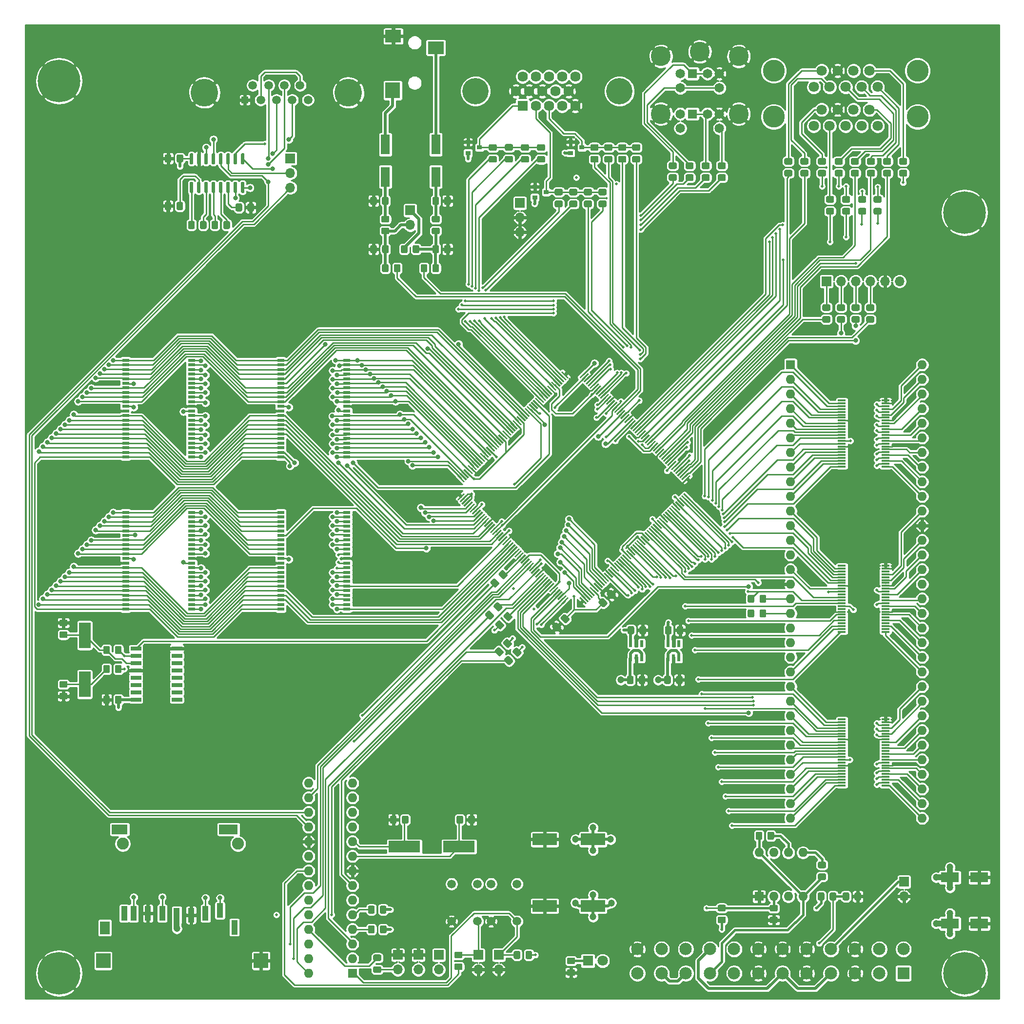
<source format=gbr>
%TF.GenerationSoftware,KiCad,Pcbnew,(5.1.6)-1*%
%TF.CreationDate,2022-06-23T16:10:56-04:00*%
%TF.ProjectId,MigStorm-ITX,4d696753-746f-4726-9d2d-4954582e6b69,rev?*%
%TF.SameCoordinates,Original*%
%TF.FileFunction,Copper,L1,Top*%
%TF.FilePolarity,Positive*%
%FSLAX46Y46*%
G04 Gerber Fmt 4.6, Leading zero omitted, Abs format (unit mm)*
G04 Created by KiCad (PCBNEW (5.1.6)-1) date 2022-06-23 16:10:56*
%MOMM*%
%LPD*%
G01*
G04 APERTURE LIST*
%TA.AperFunction,ComponentPad*%
%ADD10C,7.400000*%
%TD*%
%TA.AperFunction,ComponentPad*%
%ADD11C,0.800000*%
%TD*%
%TA.AperFunction,SMDPad,CuDef*%
%ADD12R,1.600000X3.500000*%
%TD*%
%TA.AperFunction,ComponentPad*%
%ADD13R,1.800000X1.800000*%
%TD*%
%TA.AperFunction,ComponentPad*%
%ADD14C,1.800000*%
%TD*%
%TA.AperFunction,SMDPad,CuDef*%
%ADD15R,0.900000X0.800000*%
%TD*%
%TA.AperFunction,SMDPad,CuDef*%
%ADD16R,1.825000X0.700000*%
%TD*%
%TA.AperFunction,SMDPad,CuDef*%
%ADD17R,0.600000X1.200000*%
%TD*%
%TA.AperFunction,SMDPad,CuDef*%
%ADD18R,1.475000X0.300000*%
%TD*%
%TA.AperFunction,ComponentPad*%
%ADD19R,1.700000X1.700000*%
%TD*%
%TA.AperFunction,ComponentPad*%
%ADD20O,1.700000X1.700000*%
%TD*%
%TA.AperFunction,ComponentPad*%
%ADD21R,2.150000X2.150000*%
%TD*%
%TA.AperFunction,ComponentPad*%
%ADD22C,2.150000*%
%TD*%
%TA.AperFunction,ComponentPad*%
%ADD23R,1.650000X1.650000*%
%TD*%
%TA.AperFunction,ComponentPad*%
%ADD24C,1.650000*%
%TD*%
%TA.AperFunction,ComponentPad*%
%ADD25C,3.450000*%
%TD*%
%TA.AperFunction,SMDPad,CuDef*%
%ADD26R,1.100000X2.500000*%
%TD*%
%TA.AperFunction,SMDPad,CuDef*%
%ADD27R,1.700000X2.300000*%
%TD*%
%TA.AperFunction,SMDPad,CuDef*%
%ADD28R,2.800000X1.700000*%
%TD*%
%TA.AperFunction,SMDPad,CuDef*%
%ADD29R,3.300000X1.700000*%
%TD*%
%TA.AperFunction,SMDPad,CuDef*%
%ADD30R,2.500000X2.600000*%
%TD*%
%TA.AperFunction,ComponentPad*%
%ADD31C,2.085000*%
%TD*%
%TA.AperFunction,ComponentPad*%
%ADD32C,3.810000*%
%TD*%
%TA.AperFunction,ComponentPad*%
%ADD33R,1.200000X1.200000*%
%TD*%
%TA.AperFunction,ComponentPad*%
%ADD34C,1.500000*%
%TD*%
%TA.AperFunction,ComponentPad*%
%ADD35C,4.800000*%
%TD*%
%TA.AperFunction,SMDPad,CuDef*%
%ADD36R,2.800000X2.200000*%
%TD*%
%TA.AperFunction,SMDPad,CuDef*%
%ADD37R,2.600000X2.800000*%
%TD*%
%TA.AperFunction,ComponentPad*%
%ADD38R,1.785000X1.785000*%
%TD*%
%TA.AperFunction,ComponentPad*%
%ADD39C,1.785000*%
%TD*%
%TA.AperFunction,ComponentPad*%
%ADD40C,4.575000*%
%TD*%
%TA.AperFunction,SMDPad,CuDef*%
%ADD41C,0.100000*%
%TD*%
%TA.AperFunction,SMDPad,CuDef*%
%ADD42R,1.295000X0.600000*%
%TD*%
%TA.AperFunction,ComponentPad*%
%ADD43R,1.600000X1.600000*%
%TD*%
%TA.AperFunction,ComponentPad*%
%ADD44O,1.600000X1.600000*%
%TD*%
%TA.AperFunction,SMDPad,CuDef*%
%ADD45R,5.500000X2.000000*%
%TD*%
%TA.AperFunction,SMDPad,CuDef*%
%ADD46R,2.000000X4.500000*%
%TD*%
%TA.AperFunction,SMDPad,CuDef*%
%ADD47R,4.250000X2.050000*%
%TD*%
%TA.AperFunction,SMDPad,CuDef*%
%ADD48R,3.150000X1.800000*%
%TD*%
%TA.AperFunction,ViaPad*%
%ADD49C,0.500000*%
%TD*%
%TA.AperFunction,ViaPad*%
%ADD50C,1.200000*%
%TD*%
%TA.AperFunction,ViaPad*%
%ADD51C,0.800000*%
%TD*%
%TA.AperFunction,Conductor*%
%ADD52C,0.250000*%
%TD*%
%TA.AperFunction,Conductor*%
%ADD53C,0.500000*%
%TD*%
%TA.AperFunction,Conductor*%
%ADD54C,1.000000*%
%TD*%
%TA.AperFunction,Conductor*%
%ADD55C,0.400000*%
%TD*%
%TA.AperFunction,Conductor*%
%ADD56C,0.254000*%
%TD*%
G04 APERTURE END LIST*
D10*
%TO.P,REF\u002A\u002A,1*%
%TO.N,GND*%
X133604000Y-221996000D03*
D11*
%TO.N,N/C*%
X136379000Y-221996000D03*
X135566221Y-223958221D03*
X133604000Y-224771000D03*
X131641779Y-223958221D03*
X130829000Y-221996000D03*
X131641779Y-220033779D03*
X133604000Y-219221000D03*
X135566221Y-220033779D03*
%TD*%
D10*
%TO.P,REF\u002A\u002A,1*%
%TO.N,GND*%
X290830000Y-221996000D03*
D11*
%TO.N,N/C*%
X293605000Y-221996000D03*
X292792221Y-223958221D03*
X290830000Y-224771000D03*
X288867779Y-223958221D03*
X288055000Y-221996000D03*
X288867779Y-220033779D03*
X290830000Y-219221000D03*
X292792221Y-220033779D03*
%TD*%
D10*
%TO.P,REF\u002A\u002A,1*%
%TO.N,GND*%
X290830000Y-89916000D03*
D11*
%TO.N,N/C*%
X293605000Y-89916000D03*
X292792221Y-91878221D03*
X290830000Y-92691000D03*
X288867779Y-91878221D03*
X288055000Y-89916000D03*
X288867779Y-87953779D03*
X290830000Y-87141000D03*
X292792221Y-87953779D03*
%TD*%
%TO.P,REF\u002A\u002A,1*%
%TO.N,N/C*%
X135566221Y-65093779D03*
X133604000Y-64281000D03*
X131641779Y-65093779D03*
X130829000Y-67056000D03*
X131641779Y-69018221D03*
X133604000Y-69831000D03*
X135566221Y-69018221D03*
X136379000Y-67056000D03*
D10*
%TO.N,GND*%
X133604000Y-67056000D03*
%TD*%
%TO.P,C1,2*%
%TO.N,GND*%
%TA.AperFunction,SMDPad,CuDef*%
G36*
G01*
X240725000Y-171519001D02*
X240725000Y-170618999D01*
G75*
G02*
X240974999Y-170369000I249999J0D01*
G01*
X241625001Y-170369000D01*
G75*
G02*
X241875000Y-170618999I0J-249999D01*
G01*
X241875000Y-171519001D01*
G75*
G02*
X241625001Y-171769000I-249999J0D01*
G01*
X240974999Y-171769000D01*
G75*
G02*
X240725000Y-171519001I0J249999D01*
G01*
G37*
%TD.AperFunction*%
%TO.P,C1,1*%
%TO.N,5VDC*%
%TA.AperFunction,SMDPad,CuDef*%
G36*
G01*
X238675000Y-171519001D02*
X238675000Y-170618999D01*
G75*
G02*
X238924999Y-170369000I249999J0D01*
G01*
X239575001Y-170369000D01*
G75*
G02*
X239825000Y-170618999I0J-249999D01*
G01*
X239825000Y-171519001D01*
G75*
G02*
X239575001Y-171769000I-249999J0D01*
G01*
X238924999Y-171769000D01*
G75*
G02*
X238675000Y-171519001I0J249999D01*
G01*
G37*
%TD.AperFunction*%
%TD*%
%TO.P,C2,2*%
%TO.N,GND*%
%TA.AperFunction,SMDPad,CuDef*%
G36*
G01*
X234248000Y-171519001D02*
X234248000Y-170618999D01*
G75*
G02*
X234497999Y-170369000I249999J0D01*
G01*
X235148001Y-170369000D01*
G75*
G02*
X235398000Y-170618999I0J-249999D01*
G01*
X235398000Y-171519001D01*
G75*
G02*
X235148001Y-171769000I-249999J0D01*
G01*
X234497999Y-171769000D01*
G75*
G02*
X234248000Y-171519001I0J249999D01*
G01*
G37*
%TD.AperFunction*%
%TO.P,C2,1*%
%TO.N,5VDC*%
%TA.AperFunction,SMDPad,CuDef*%
G36*
G01*
X232198000Y-171519001D02*
X232198000Y-170618999D01*
G75*
G02*
X232447999Y-170369000I249999J0D01*
G01*
X233098001Y-170369000D01*
G75*
G02*
X233348000Y-170618999I0J-249999D01*
G01*
X233348000Y-171519001D01*
G75*
G02*
X233098001Y-171769000I-249999J0D01*
G01*
X232447999Y-171769000D01*
G75*
G02*
X232198000Y-171519001I0J249999D01*
G01*
G37*
%TD.AperFunction*%
%TD*%
%TO.P,C4,1*%
%TO.N,+2V5*%
%TA.AperFunction,SMDPad,CuDef*%
G36*
G01*
X238802000Y-162883001D02*
X238802000Y-161982999D01*
G75*
G02*
X239051999Y-161733000I249999J0D01*
G01*
X239702001Y-161733000D01*
G75*
G02*
X239952000Y-161982999I0J-249999D01*
G01*
X239952000Y-162883001D01*
G75*
G02*
X239702001Y-163133000I-249999J0D01*
G01*
X239051999Y-163133000D01*
G75*
G02*
X238802000Y-162883001I0J249999D01*
G01*
G37*
%TD.AperFunction*%
%TO.P,C4,2*%
%TO.N,GND*%
%TA.AperFunction,SMDPad,CuDef*%
G36*
G01*
X240852000Y-162883001D02*
X240852000Y-161982999D01*
G75*
G02*
X241101999Y-161733000I249999J0D01*
G01*
X241752001Y-161733000D01*
G75*
G02*
X242002000Y-161982999I0J-249999D01*
G01*
X242002000Y-162883001D01*
G75*
G02*
X241752001Y-163133000I-249999J0D01*
G01*
X241101999Y-163133000D01*
G75*
G02*
X240852000Y-162883001I0J249999D01*
G01*
G37*
%TD.AperFunction*%
%TD*%
%TO.P,C5,1*%
%TO.N,+1V2*%
%TA.AperFunction,SMDPad,CuDef*%
G36*
G01*
X232325000Y-162883001D02*
X232325000Y-161982999D01*
G75*
G02*
X232574999Y-161733000I249999J0D01*
G01*
X233225001Y-161733000D01*
G75*
G02*
X233475000Y-161982999I0J-249999D01*
G01*
X233475000Y-162883001D01*
G75*
G02*
X233225001Y-163133000I-249999J0D01*
G01*
X232574999Y-163133000D01*
G75*
G02*
X232325000Y-162883001I0J249999D01*
G01*
G37*
%TD.AperFunction*%
%TO.P,C5,2*%
%TO.N,GND*%
%TA.AperFunction,SMDPad,CuDef*%
G36*
G01*
X234375000Y-162883001D02*
X234375000Y-161982999D01*
G75*
G02*
X234624999Y-161733000I249999J0D01*
G01*
X235275001Y-161733000D01*
G75*
G02*
X235525000Y-161982999I0J-249999D01*
G01*
X235525000Y-162883001D01*
G75*
G02*
X235275001Y-163133000I-249999J0D01*
G01*
X234624999Y-163133000D01*
G75*
G02*
X234375000Y-162883001I0J249999D01*
G01*
G37*
%TD.AperFunction*%
%TD*%
%TO.P,C8,1*%
%TO.N,3.3V*%
%TA.AperFunction,SMDPad,CuDef*%
G36*
G01*
X227951044Y-158384353D02*
X227314647Y-157747956D01*
G75*
G02*
X227314647Y-157394404I176776J176776D01*
G01*
X227774268Y-156934783D01*
G75*
G02*
X228127820Y-156934783I176776J-176776D01*
G01*
X228764217Y-157571180D01*
G75*
G02*
X228764217Y-157924732I-176776J-176776D01*
G01*
X228304596Y-158384353D01*
G75*
G02*
X227951044Y-158384353I-176776J176776D01*
G01*
G37*
%TD.AperFunction*%
%TO.P,C8,2*%
%TO.N,GND*%
%TA.AperFunction,SMDPad,CuDef*%
G36*
G01*
X229400612Y-156934785D02*
X228764215Y-156298388D01*
G75*
G02*
X228764215Y-155944836I176776J176776D01*
G01*
X229223836Y-155485215D01*
G75*
G02*
X229577388Y-155485215I176776J-176776D01*
G01*
X230213785Y-156121612D01*
G75*
G02*
X230213785Y-156475164I-176776J-176776D01*
G01*
X229754164Y-156934785D01*
G75*
G02*
X229400612Y-156934785I-176776J176776D01*
G01*
G37*
%TD.AperFunction*%
%TD*%
%TO.P,C9,1*%
%TO.N,3.3V*%
%TA.AperFunction,SMDPad,CuDef*%
G36*
G01*
X221539172Y-159713431D02*
X222175569Y-160349828D01*
G75*
G02*
X222175569Y-160703380I-176776J-176776D01*
G01*
X221715948Y-161163001D01*
G75*
G02*
X221362396Y-161163001I-176776J176776D01*
G01*
X220725999Y-160526604D01*
G75*
G02*
X220725999Y-160173052I176776J176776D01*
G01*
X221185620Y-159713431D01*
G75*
G02*
X221539172Y-159713431I176776J-176776D01*
G01*
G37*
%TD.AperFunction*%
%TO.P,C9,2*%
%TO.N,GND*%
%TA.AperFunction,SMDPad,CuDef*%
G36*
G01*
X220089604Y-161162999D02*
X220726001Y-161799396D01*
G75*
G02*
X220726001Y-162152948I-176776J-176776D01*
G01*
X220266380Y-162612569D01*
G75*
G02*
X219912828Y-162612569I-176776J176776D01*
G01*
X219276431Y-161976172D01*
G75*
G02*
X219276431Y-161622620I176776J176776D01*
G01*
X219736052Y-161162999D01*
G75*
G02*
X220089604Y-161162999I176776J-176776D01*
G01*
G37*
%TD.AperFunction*%
%TD*%
%TO.P,C33,2*%
%TO.N,GND*%
%TA.AperFunction,SMDPad,CuDef*%
G36*
G01*
X204657000Y-195776001D02*
X204657000Y-194875999D01*
G75*
G02*
X204906999Y-194626000I249999J0D01*
G01*
X205557001Y-194626000D01*
G75*
G02*
X205807000Y-194875999I0J-249999D01*
G01*
X205807000Y-195776001D01*
G75*
G02*
X205557001Y-196026000I-249999J0D01*
G01*
X204906999Y-196026000D01*
G75*
G02*
X204657000Y-195776001I0J249999D01*
G01*
G37*
%TD.AperFunction*%
%TO.P,C33,1*%
%TO.N,Net-(C33-Pad1)*%
%TA.AperFunction,SMDPad,CuDef*%
G36*
G01*
X202607000Y-195776001D02*
X202607000Y-194875999D01*
G75*
G02*
X202856999Y-194626000I249999J0D01*
G01*
X203507001Y-194626000D01*
G75*
G02*
X203757000Y-194875999I0J-249999D01*
G01*
X203757000Y-195776001D01*
G75*
G02*
X203507001Y-196026000I-249999J0D01*
G01*
X202856999Y-196026000D01*
G75*
G02*
X202607000Y-195776001I0J249999D01*
G01*
G37*
%TD.AperFunction*%
%TD*%
%TO.P,C34,1*%
%TO.N,GND*%
%TA.AperFunction,SMDPad,CuDef*%
G36*
G01*
X191068000Y-195776001D02*
X191068000Y-194875999D01*
G75*
G02*
X191317999Y-194626000I249999J0D01*
G01*
X191968001Y-194626000D01*
G75*
G02*
X192218000Y-194875999I0J-249999D01*
G01*
X192218000Y-195776001D01*
G75*
G02*
X191968001Y-196026000I-249999J0D01*
G01*
X191317999Y-196026000D01*
G75*
G02*
X191068000Y-195776001I0J249999D01*
G01*
G37*
%TD.AperFunction*%
%TO.P,C34,2*%
%TO.N,Net-(C34-Pad2)*%
%TA.AperFunction,SMDPad,CuDef*%
G36*
G01*
X193118000Y-195776001D02*
X193118000Y-194875999D01*
G75*
G02*
X193367999Y-194626000I249999J0D01*
G01*
X194018001Y-194626000D01*
G75*
G02*
X194268000Y-194875999I0J-249999D01*
G01*
X194268000Y-195776001D01*
G75*
G02*
X194018001Y-196026000I-249999J0D01*
G01*
X193367999Y-196026000D01*
G75*
G02*
X193118000Y-195776001I0J249999D01*
G01*
G37*
%TD.AperFunction*%
%TD*%
%TO.P,C35,2*%
%TO.N,Net-(C35-Pad2)*%
%TA.AperFunction,SMDPad,CuDef*%
G36*
G01*
X266515001Y-203757000D02*
X265614999Y-203757000D01*
G75*
G02*
X265365000Y-203507001I0J249999D01*
G01*
X265365000Y-202856999D01*
G75*
G02*
X265614999Y-202607000I249999J0D01*
G01*
X266515001Y-202607000D01*
G75*
G02*
X266765000Y-202856999I0J-249999D01*
G01*
X266765000Y-203507001D01*
G75*
G02*
X266515001Y-203757000I-249999J0D01*
G01*
G37*
%TD.AperFunction*%
%TO.P,C35,1*%
%TO.N,5VSB*%
%TA.AperFunction,SMDPad,CuDef*%
G36*
G01*
X266515001Y-205807000D02*
X265614999Y-205807000D01*
G75*
G02*
X265365000Y-205557001I0J249999D01*
G01*
X265365000Y-204906999D01*
G75*
G02*
X265614999Y-204657000I249999J0D01*
G01*
X266515001Y-204657000D01*
G75*
G02*
X266765000Y-204906999I0J-249999D01*
G01*
X266765000Y-205557001D01*
G75*
G02*
X266515001Y-205807000I-249999J0D01*
G01*
G37*
%TD.AperFunction*%
%TD*%
%TO.P,C36,1*%
%TO.N,3.3V*%
%TA.AperFunction,SMDPad,CuDef*%
G36*
G01*
X144466000Y-174047999D02*
X144466000Y-174948001D01*
G75*
G02*
X144216001Y-175198000I-249999J0D01*
G01*
X143565999Y-175198000D01*
G75*
G02*
X143316000Y-174948001I0J249999D01*
G01*
X143316000Y-174047999D01*
G75*
G02*
X143565999Y-173798000I249999J0D01*
G01*
X144216001Y-173798000D01*
G75*
G02*
X144466000Y-174047999I0J-249999D01*
G01*
G37*
%TD.AperFunction*%
%TO.P,C36,2*%
%TO.N,GND*%
%TA.AperFunction,SMDPad,CuDef*%
G36*
G01*
X142416000Y-174047999D02*
X142416000Y-174948001D01*
G75*
G02*
X142166001Y-175198000I-249999J0D01*
G01*
X141515999Y-175198000D01*
G75*
G02*
X141266000Y-174948001I0J249999D01*
G01*
X141266000Y-174047999D01*
G75*
G02*
X141515999Y-173798000I249999J0D01*
G01*
X142166001Y-173798000D01*
G75*
G02*
X142416000Y-174047999I0J-249999D01*
G01*
G37*
%TD.AperFunction*%
%TD*%
%TO.P,C37,1*%
%TO.N,Net-(C37-Pad1)*%
%TA.AperFunction,SMDPad,CuDef*%
G36*
G01*
X133915999Y-171256000D02*
X134816001Y-171256000D01*
G75*
G02*
X135066000Y-171505999I0J-249999D01*
G01*
X135066000Y-172156001D01*
G75*
G02*
X134816001Y-172406000I-249999J0D01*
G01*
X133915999Y-172406000D01*
G75*
G02*
X133666000Y-172156001I0J249999D01*
G01*
X133666000Y-171505999D01*
G75*
G02*
X133915999Y-171256000I249999J0D01*
G01*
G37*
%TD.AperFunction*%
%TO.P,C37,2*%
%TO.N,GND*%
%TA.AperFunction,SMDPad,CuDef*%
G36*
G01*
X133915999Y-173306000D02*
X134816001Y-173306000D01*
G75*
G02*
X135066000Y-173555999I0J-249999D01*
G01*
X135066000Y-174206001D01*
G75*
G02*
X134816001Y-174456000I-249999J0D01*
G01*
X133915999Y-174456000D01*
G75*
G02*
X133666000Y-174206001I0J249999D01*
G01*
X133666000Y-173555999D01*
G75*
G02*
X133915999Y-173306000I249999J0D01*
G01*
G37*
%TD.AperFunction*%
%TD*%
%TO.P,C38,2*%
%TO.N,GND*%
%TA.AperFunction,SMDPad,CuDef*%
G36*
G01*
X271713000Y-209111001D02*
X271713000Y-208210999D01*
G75*
G02*
X271962999Y-207961000I249999J0D01*
G01*
X272613001Y-207961000D01*
G75*
G02*
X272863000Y-208210999I0J-249999D01*
G01*
X272863000Y-209111001D01*
G75*
G02*
X272613001Y-209361000I-249999J0D01*
G01*
X271962999Y-209361000D01*
G75*
G02*
X271713000Y-209111001I0J249999D01*
G01*
G37*
%TD.AperFunction*%
%TO.P,C38,1*%
%TO.N,Net-(C38-Pad1)*%
%TA.AperFunction,SMDPad,CuDef*%
G36*
G01*
X269663000Y-209111001D02*
X269663000Y-208210999D01*
G75*
G02*
X269912999Y-207961000I249999J0D01*
G01*
X270563001Y-207961000D01*
G75*
G02*
X270813000Y-208210999I0J-249999D01*
G01*
X270813000Y-209111001D01*
G75*
G02*
X270563001Y-209361000I-249999J0D01*
G01*
X269912999Y-209361000D01*
G75*
G02*
X269663000Y-209111001I0J249999D01*
G01*
G37*
%TD.AperFunction*%
%TD*%
%TO.P,C39,1*%
%TO.N,Net-(C39-Pad1)*%
%TA.AperFunction,SMDPad,CuDef*%
G36*
G01*
X134816001Y-163788000D02*
X133915999Y-163788000D01*
G75*
G02*
X133666000Y-163538001I0J249999D01*
G01*
X133666000Y-162887999D01*
G75*
G02*
X133915999Y-162638000I249999J0D01*
G01*
X134816001Y-162638000D01*
G75*
G02*
X135066000Y-162887999I0J-249999D01*
G01*
X135066000Y-163538001D01*
G75*
G02*
X134816001Y-163788000I-249999J0D01*
G01*
G37*
%TD.AperFunction*%
%TO.P,C39,2*%
%TO.N,GND*%
%TA.AperFunction,SMDPad,CuDef*%
G36*
G01*
X134816001Y-161738000D02*
X133915999Y-161738000D01*
G75*
G02*
X133666000Y-161488001I0J249999D01*
G01*
X133666000Y-160837999D01*
G75*
G02*
X133915999Y-160588000I249999J0D01*
G01*
X134816001Y-160588000D01*
G75*
G02*
X135066000Y-160837999I0J-249999D01*
G01*
X135066000Y-161488001D01*
G75*
G02*
X134816001Y-161738000I-249999J0D01*
G01*
G37*
%TD.AperFunction*%
%TD*%
%TO.P,C40,2*%
%TO.N,Net-(C40-Pad2)*%
%TA.AperFunction,SMDPad,CuDef*%
G36*
G01*
X249116001Y-211250000D02*
X248215999Y-211250000D01*
G75*
G02*
X247966000Y-211000001I0J249999D01*
G01*
X247966000Y-210349999D01*
G75*
G02*
X248215999Y-210100000I249999J0D01*
G01*
X249116001Y-210100000D01*
G75*
G02*
X249366000Y-210349999I0J-249999D01*
G01*
X249366000Y-211000001D01*
G75*
G02*
X249116001Y-211250000I-249999J0D01*
G01*
G37*
%TD.AperFunction*%
%TO.P,C40,1*%
%TO.N,PWROK*%
%TA.AperFunction,SMDPad,CuDef*%
G36*
G01*
X249116001Y-213300000D02*
X248215999Y-213300000D01*
G75*
G02*
X247966000Y-213050001I0J249999D01*
G01*
X247966000Y-212399999D01*
G75*
G02*
X248215999Y-212150000I249999J0D01*
G01*
X249116001Y-212150000D01*
G75*
G02*
X249366000Y-212399999I0J-249999D01*
G01*
X249366000Y-213050001D01*
G75*
G02*
X249116001Y-213300000I-249999J0D01*
G01*
G37*
%TD.AperFunction*%
%TD*%
%TO.P,C42,1*%
%TO.N,Net-(C42-Pad1)*%
%TA.AperFunction,SMDPad,CuDef*%
G36*
G01*
X156007000Y-92525001D02*
X156007000Y-91624999D01*
G75*
G02*
X156256999Y-91375000I249999J0D01*
G01*
X156907001Y-91375000D01*
G75*
G02*
X157157000Y-91624999I0J-249999D01*
G01*
X157157000Y-92525001D01*
G75*
G02*
X156907001Y-92775000I-249999J0D01*
G01*
X156256999Y-92775000D01*
G75*
G02*
X156007000Y-92525001I0J249999D01*
G01*
G37*
%TD.AperFunction*%
%TO.P,C42,2*%
%TO.N,Net-(C42-Pad2)*%
%TA.AperFunction,SMDPad,CuDef*%
G36*
G01*
X158057000Y-92525001D02*
X158057000Y-91624999D01*
G75*
G02*
X158306999Y-91375000I249999J0D01*
G01*
X158957001Y-91375000D01*
G75*
G02*
X159207000Y-91624999I0J-249999D01*
G01*
X159207000Y-92525001D01*
G75*
G02*
X158957001Y-92775000I-249999J0D01*
G01*
X158306999Y-92775000D01*
G75*
G02*
X158057000Y-92525001I0J249999D01*
G01*
G37*
%TD.AperFunction*%
%TD*%
%TO.P,C43,2*%
%TO.N,Net-(C43-Pad2)*%
%TA.AperFunction,SMDPad,CuDef*%
G36*
G01*
X162121000Y-92525001D02*
X162121000Y-91624999D01*
G75*
G02*
X162370999Y-91375000I249999J0D01*
G01*
X163021001Y-91375000D01*
G75*
G02*
X163271000Y-91624999I0J-249999D01*
G01*
X163271000Y-92525001D01*
G75*
G02*
X163021001Y-92775000I-249999J0D01*
G01*
X162370999Y-92775000D01*
G75*
G02*
X162121000Y-92525001I0J249999D01*
G01*
G37*
%TD.AperFunction*%
%TO.P,C43,1*%
%TO.N,Net-(C43-Pad1)*%
%TA.AperFunction,SMDPad,CuDef*%
G36*
G01*
X160071000Y-92525001D02*
X160071000Y-91624999D01*
G75*
G02*
X160320999Y-91375000I249999J0D01*
G01*
X160971001Y-91375000D01*
G75*
G02*
X161221000Y-91624999I0J-249999D01*
G01*
X161221000Y-92525001D01*
G75*
G02*
X160971001Y-92775000I-249999J0D01*
G01*
X160320999Y-92775000D01*
G75*
G02*
X160071000Y-92525001I0J249999D01*
G01*
G37*
%TD.AperFunction*%
%TD*%
%TO.P,C44,2*%
%TO.N,GND*%
%TA.AperFunction,SMDPad,CuDef*%
G36*
G01*
X153102000Y-80067999D02*
X153102000Y-80968001D01*
G75*
G02*
X152852001Y-81218000I-249999J0D01*
G01*
X152201999Y-81218000D01*
G75*
G02*
X151952000Y-80968001I0J249999D01*
G01*
X151952000Y-80067999D01*
G75*
G02*
X152201999Y-79818000I249999J0D01*
G01*
X152852001Y-79818000D01*
G75*
G02*
X153102000Y-80067999I0J-249999D01*
G01*
G37*
%TD.AperFunction*%
%TO.P,C44,1*%
%TO.N,3.3V*%
%TA.AperFunction,SMDPad,CuDef*%
G36*
G01*
X155152000Y-80067999D02*
X155152000Y-80968001D01*
G75*
G02*
X154902001Y-81218000I-249999J0D01*
G01*
X154251999Y-81218000D01*
G75*
G02*
X154002000Y-80968001I0J249999D01*
G01*
X154002000Y-80067999D01*
G75*
G02*
X154251999Y-79818000I249999J0D01*
G01*
X154902001Y-79818000D01*
G75*
G02*
X155152000Y-80067999I0J-249999D01*
G01*
G37*
%TD.AperFunction*%
%TD*%
%TO.P,C45,1*%
%TO.N,GND*%
%TA.AperFunction,SMDPad,CuDef*%
G36*
G01*
X151934000Y-89223001D02*
X151934000Y-88322999D01*
G75*
G02*
X152183999Y-88073000I249999J0D01*
G01*
X152834001Y-88073000D01*
G75*
G02*
X153084000Y-88322999I0J-249999D01*
G01*
X153084000Y-89223001D01*
G75*
G02*
X152834001Y-89473000I-249999J0D01*
G01*
X152183999Y-89473000D01*
G75*
G02*
X151934000Y-89223001I0J249999D01*
G01*
G37*
%TD.AperFunction*%
%TO.P,C45,2*%
%TO.N,Net-(C45-Pad2)*%
%TA.AperFunction,SMDPad,CuDef*%
G36*
G01*
X153984000Y-89223001D02*
X153984000Y-88322999D01*
G75*
G02*
X154233999Y-88073000I249999J0D01*
G01*
X154884001Y-88073000D01*
G75*
G02*
X155134000Y-88322999I0J-249999D01*
G01*
X155134000Y-89223001D01*
G75*
G02*
X154884001Y-89473000I-249999J0D01*
G01*
X154233999Y-89473000D01*
G75*
G02*
X153984000Y-89223001I0J249999D01*
G01*
G37*
%TD.AperFunction*%
%TD*%
%TO.P,C46,1*%
%TO.N,Net-(C46-Pad1)*%
%TA.AperFunction,SMDPad,CuDef*%
G36*
G01*
X190830000Y-95815999D02*
X190830000Y-96716001D01*
G75*
G02*
X190580001Y-96966000I-249999J0D01*
G01*
X189929999Y-96966000D01*
G75*
G02*
X189680000Y-96716001I0J249999D01*
G01*
X189680000Y-95815999D01*
G75*
G02*
X189929999Y-95566000I249999J0D01*
G01*
X190580001Y-95566000D01*
G75*
G02*
X190830000Y-95815999I0J-249999D01*
G01*
G37*
%TD.AperFunction*%
%TO.P,C46,2*%
%TO.N,GND*%
%TA.AperFunction,SMDPad,CuDef*%
G36*
G01*
X188780000Y-95815999D02*
X188780000Y-96716001D01*
G75*
G02*
X188530001Y-96966000I-249999J0D01*
G01*
X187879999Y-96966000D01*
G75*
G02*
X187630000Y-96716001I0J249999D01*
G01*
X187630000Y-95815999D01*
G75*
G02*
X187879999Y-95566000I249999J0D01*
G01*
X188530001Y-95566000D01*
G75*
G02*
X188780000Y-95815999I0J-249999D01*
G01*
G37*
%TD.AperFunction*%
%TD*%
%TO.P,C47,2*%
%TO.N,Net-(C47-Pad2)*%
%TA.AperFunction,SMDPad,CuDef*%
G36*
G01*
X199566000Y-95815999D02*
X199566000Y-96716001D01*
G75*
G02*
X199316001Y-96966000I-249999J0D01*
G01*
X198665999Y-96966000D01*
G75*
G02*
X198416000Y-96716001I0J249999D01*
G01*
X198416000Y-95815999D01*
G75*
G02*
X198665999Y-95566000I249999J0D01*
G01*
X199316001Y-95566000D01*
G75*
G02*
X199566000Y-95815999I0J-249999D01*
G01*
G37*
%TD.AperFunction*%
%TO.P,C47,1*%
%TO.N,GND*%
%TA.AperFunction,SMDPad,CuDef*%
G36*
G01*
X201616000Y-95815999D02*
X201616000Y-96716001D01*
G75*
G02*
X201366001Y-96966000I-249999J0D01*
G01*
X200715999Y-96966000D01*
G75*
G02*
X200466000Y-96716001I0J249999D01*
G01*
X200466000Y-95815999D01*
G75*
G02*
X200715999Y-95566000I249999J0D01*
G01*
X201366001Y-95566000D01*
G75*
G02*
X201616000Y-95815999I0J-249999D01*
G01*
G37*
%TD.AperFunction*%
%TD*%
%TO.P,C48,2*%
%TO.N,Net-(C48-Pad2)*%
%TA.AperFunction,SMDPad,CuDef*%
G36*
G01*
X165403000Y-88576999D02*
X165403000Y-89477001D01*
G75*
G02*
X165153001Y-89727000I-249999J0D01*
G01*
X164502999Y-89727000D01*
G75*
G02*
X164253000Y-89477001I0J249999D01*
G01*
X164253000Y-88576999D01*
G75*
G02*
X164502999Y-88327000I249999J0D01*
G01*
X165153001Y-88327000D01*
G75*
G02*
X165403000Y-88576999I0J-249999D01*
G01*
G37*
%TD.AperFunction*%
%TO.P,C48,1*%
%TO.N,GND*%
%TA.AperFunction,SMDPad,CuDef*%
G36*
G01*
X167453000Y-88576999D02*
X167453000Y-89477001D01*
G75*
G02*
X167203001Y-89727000I-249999J0D01*
G01*
X166552999Y-89727000D01*
G75*
G02*
X166303000Y-89477001I0J249999D01*
G01*
X166303000Y-88576999D01*
G75*
G02*
X166552999Y-88327000I249999J0D01*
G01*
X167203001Y-88327000D01*
G75*
G02*
X167453000Y-88576999I0J-249999D01*
G01*
G37*
%TD.AperFunction*%
%TD*%
%TO.P,C49,1*%
%TO.N,Net-(C49-Pad1)*%
%TA.AperFunction,SMDPad,CuDef*%
G36*
G01*
X190821000Y-87433999D02*
X190821000Y-88334001D01*
G75*
G02*
X190571001Y-88584000I-249999J0D01*
G01*
X189920999Y-88584000D01*
G75*
G02*
X189671000Y-88334001I0J249999D01*
G01*
X189671000Y-87433999D01*
G75*
G02*
X189920999Y-87184000I249999J0D01*
G01*
X190571001Y-87184000D01*
G75*
G02*
X190821000Y-87433999I0J-249999D01*
G01*
G37*
%TD.AperFunction*%
%TO.P,C49,2*%
%TO.N,GND*%
%TA.AperFunction,SMDPad,CuDef*%
G36*
G01*
X188771000Y-87433999D02*
X188771000Y-88334001D01*
G75*
G02*
X188521001Y-88584000I-249999J0D01*
G01*
X187870999Y-88584000D01*
G75*
G02*
X187621000Y-88334001I0J249999D01*
G01*
X187621000Y-87433999D01*
G75*
G02*
X187870999Y-87184000I249999J0D01*
G01*
X188521001Y-87184000D01*
G75*
G02*
X188771000Y-87433999I0J-249999D01*
G01*
G37*
%TD.AperFunction*%
%TD*%
%TO.P,C50,2*%
%TO.N,Net-(C50-Pad2)*%
%TA.AperFunction,SMDPad,CuDef*%
G36*
G01*
X199575000Y-87433999D02*
X199575000Y-88334001D01*
G75*
G02*
X199325001Y-88584000I-249999J0D01*
G01*
X198674999Y-88584000D01*
G75*
G02*
X198425000Y-88334001I0J249999D01*
G01*
X198425000Y-87433999D01*
G75*
G02*
X198674999Y-87184000I249999J0D01*
G01*
X199325001Y-87184000D01*
G75*
G02*
X199575000Y-87433999I0J-249999D01*
G01*
G37*
%TD.AperFunction*%
%TO.P,C50,1*%
%TO.N,GND*%
%TA.AperFunction,SMDPad,CuDef*%
G36*
G01*
X201625000Y-87433999D02*
X201625000Y-88334001D01*
G75*
G02*
X201375001Y-88584000I-249999J0D01*
G01*
X200724999Y-88584000D01*
G75*
G02*
X200475000Y-88334001I0J249999D01*
G01*
X200475000Y-87433999D01*
G75*
G02*
X200724999Y-87184000I249999J0D01*
G01*
X201375001Y-87184000D01*
G75*
G02*
X201625000Y-87433999I0J-249999D01*
G01*
G37*
%TD.AperFunction*%
%TD*%
D12*
%TO.P,C51,2*%
%TO.N,Net-(C51-Pad2)*%
X190246000Y-78105000D03*
%TO.P,C51,1*%
%TO.N,Net-(C49-Pad1)*%
X190246000Y-83705000D03*
%TD*%
%TO.P,C52,1*%
%TO.N,Net-(C50-Pad2)*%
X199009000Y-83699000D03*
%TO.P,C52,2*%
%TO.N,Net-(C52-Pad2)*%
X199009000Y-78099000D03*
%TD*%
D13*
%TO.P,D1,1*%
%TO.N,Net-(D1-Pad1)*%
X225425000Y-219837000D03*
D14*
%TO.P,D1,2*%
%TO.N,5VDC*%
X227965000Y-219837000D03*
%TD*%
D15*
%TO.P,D2,1*%
%TO.N,GND*%
X204597000Y-77663000D03*
%TO.P,D2,2*%
%TO.N,3.3V*%
X204597000Y-79563000D03*
%TO.P,D2,3*%
%TO.N,Net-(D2-Pad3)*%
X206597000Y-78613000D03*
%TD*%
%TO.P,D3,3*%
%TO.N,Net-(D3-Pad3)*%
X218186000Y-86360000D03*
%TO.P,D3,2*%
%TO.N,3.3V*%
X216186000Y-87310000D03*
%TO.P,D3,1*%
%TO.N,GND*%
X216186000Y-85410000D03*
%TD*%
%TO.P,D4,1*%
%TO.N,GND*%
X222393000Y-77663000D03*
%TO.P,D4,2*%
%TO.N,3.3V*%
X222393000Y-79563000D03*
%TO.P,D4,3*%
%TO.N,Net-(D4-Pad3)*%
X224393000Y-78613000D03*
%TD*%
D16*
%TO.P,IC1,1*%
%TO.N,Net-(IC1-Pad1)*%
X154057000Y-174498000D03*
%TO.P,IC1,2*%
%TO.N,Net-(IC1-Pad2)*%
X154057000Y-173228000D03*
%TO.P,IC1,3*%
%TO.N,Net-(IC1-Pad3)*%
X154057000Y-171958000D03*
%TO.P,IC1,4*%
%TO.N,Net-(IC1-Pad4)*%
X154057000Y-170688000D03*
%TO.P,IC1,5*%
%TO.N,Net-(IC1-Pad5)*%
X154057000Y-169418000D03*
%TO.P,IC1,6*%
%TO.N,Net-(IC1-Pad6)*%
X154057000Y-168148000D03*
%TO.P,IC1,7*%
%TO.N,Net-(IC1-Pad7)*%
X154057000Y-166878000D03*
%TO.P,IC1,8*%
%TO.N,GND*%
X154057000Y-165608000D03*
%TO.P,IC1,9*%
%TO.N,MCLK*%
X146933000Y-165608000D03*
%TO.P,IC1,10*%
%TO.N,Net-(IC1-Pad10)*%
X146933000Y-166878000D03*
%TO.P,IC1,11*%
%TO.N,Net-(C39-Pad1)*%
X146933000Y-168148000D03*
%TO.P,IC1,12*%
%TO.N,GND*%
X146933000Y-169418000D03*
%TO.P,IC1,13*%
%TO.N,Net-(IC1-Pad13)*%
X146933000Y-170688000D03*
%TO.P,IC1,14*%
%TO.N,Net-(IC1-Pad14)*%
X146933000Y-171958000D03*
%TO.P,IC1,15*%
%TO.N,Net-(IC1-Pad15)*%
X146933000Y-173228000D03*
%TO.P,IC1,16*%
%TO.N,3.3V*%
X146933000Y-174498000D03*
%TD*%
D17*
%TO.P,IC2,5*%
%TO.N,+2V5*%
X239334000Y-164739000D03*
%TO.P,IC2,4*%
%TO.N,Net-(IC2-Pad4)*%
X241234000Y-164739000D03*
%TO.P,IC2,3*%
%TO.N,5VDC*%
X241234000Y-167239000D03*
%TO.P,IC2,2*%
%TO.N,GND*%
X240284000Y-167239000D03*
%TO.P,IC2,1*%
%TO.N,5VDC*%
X239334000Y-167239000D03*
%TD*%
%TO.P,IC3,1*%
%TO.N,5VDC*%
X232857000Y-167239000D03*
%TO.P,IC3,2*%
%TO.N,GND*%
X233807000Y-167239000D03*
%TO.P,IC3,3*%
%TO.N,5VDC*%
X234757000Y-167239000D03*
%TO.P,IC3,4*%
%TO.N,Net-(IC3-Pad4)*%
X234757000Y-164739000D03*
%TO.P,IC3,5*%
%TO.N,+1V2*%
X232857000Y-164739000D03*
%TD*%
D18*
%TO.P,IC4,1*%
%TO.N,Net-(IC4-Pad1)*%
X269516000Y-122520000D03*
%TO.P,IC4,2*%
%TO.N,D4*%
X269516000Y-123020000D03*
%TO.P,IC4,3*%
%TO.N,CPU_D5*%
X269516000Y-123520000D03*
%TO.P,IC4,4*%
%TO.N,D3*%
X269516000Y-124020000D03*
%TO.P,IC4,5*%
%TO.N,CPU_D6*%
X269516000Y-124520000D03*
%TO.P,IC4,6*%
%TO.N,D2*%
X269516000Y-125020000D03*
%TO.P,IC4,7*%
%TO.N,CPU_D7*%
X269516000Y-125520000D03*
%TO.P,IC4,8*%
%TO.N,GND*%
X269516000Y-126020000D03*
%TO.P,IC4,9*%
%TO.N,D1*%
X269516000Y-126520000D03*
%TO.P,IC4,10*%
%TO.N,CPU_D8*%
X269516000Y-127020000D03*
%TO.P,IC4,11*%
%TO.N,D0*%
X269516000Y-127520000D03*
%TO.P,IC4,12*%
%TO.N,CPU_D9*%
X269516000Y-128020000D03*
%TO.P,IC4,13*%
%TO.N,AS*%
X269516000Y-128520000D03*
%TO.P,IC4,14*%
%TO.N,CPU_D10*%
X269516000Y-129020000D03*
%TO.P,IC4,15*%
%TO.N,5VDC*%
X269516000Y-129520000D03*
%TO.P,IC4,16*%
%TO.N,UDS*%
X269516000Y-130020000D03*
%TO.P,IC4,17*%
%TO.N,GND*%
X269516000Y-130520000D03*
%TO.P,IC4,18*%
%TO.N,CPU_D11*%
X269516000Y-131020000D03*
%TO.P,IC4,19*%
%TO.N,LDS*%
X269516000Y-131520000D03*
%TO.P,IC4,20*%
%TO.N,CPU_D12*%
X269516000Y-132020000D03*
%TO.P,IC4,21*%
%TO.N,RW*%
X269516000Y-132520000D03*
%TO.P,IC4,22*%
%TO.N,CPU_D13*%
X269516000Y-133020000D03*
%TO.P,IC4,23*%
%TO.N,DTACK*%
X269516000Y-133520000D03*
%TO.P,IC4,24*%
%TO.N,CPU_D14*%
X269516000Y-134020000D03*
%TO.P,IC4,25*%
%TO.N,D14*%
X277092000Y-134020000D03*
%TO.P,IC4,26*%
%TO.N,CPU_DTACK*%
X277092000Y-133520000D03*
%TO.P,IC4,27*%
%TO.N,D13*%
X277092000Y-133020000D03*
%TO.P,IC4,28*%
%TO.N,CPU_RW*%
X277092000Y-132520000D03*
%TO.P,IC4,29*%
%TO.N,D12*%
X277092000Y-132020000D03*
%TO.P,IC4,30*%
%TO.N,CPU_LDS*%
X277092000Y-131520000D03*
%TO.P,IC4,31*%
%TO.N,D11*%
X277092000Y-131020000D03*
%TO.P,IC4,32*%
%TO.N,GND*%
X277092000Y-130520000D03*
%TO.P,IC4,33*%
%TO.N,CPU_UDS*%
X277092000Y-130020000D03*
%TO.P,IC4,34*%
%TO.N,D10*%
X277092000Y-129520000D03*
%TO.P,IC4,35*%
%TO.N,CPU_AS*%
X277092000Y-129020000D03*
%TO.P,IC4,36*%
%TO.N,D9*%
X277092000Y-128520000D03*
%TO.P,IC4,37*%
%TO.N,CPU_D0*%
X277092000Y-128020000D03*
%TO.P,IC4,38*%
%TO.N,D8*%
X277092000Y-127520000D03*
%TO.P,IC4,39*%
%TO.N,CPU_D1*%
X277092000Y-127020000D03*
%TO.P,IC4,40*%
%TO.N,D7*%
X277092000Y-126520000D03*
%TO.P,IC4,41*%
%TO.N,GND*%
X277092000Y-126020000D03*
%TO.P,IC4,42*%
%TO.N,CPU_D2*%
X277092000Y-125520000D03*
%TO.P,IC4,43*%
%TO.N,D6*%
X277092000Y-125020000D03*
%TO.P,IC4,44*%
%TO.N,CPU_D3*%
X277092000Y-124520000D03*
%TO.P,IC4,45*%
%TO.N,D5*%
X277092000Y-124020000D03*
%TO.P,IC4,46*%
%TO.N,CPU_D4*%
X277092000Y-123520000D03*
%TO.P,IC4,47*%
%TO.N,GND*%
X277092000Y-123020000D03*
%TO.P,IC4,48*%
X277092000Y-122520000D03*
%TD*%
%TO.P,IC5,48*%
%TO.N,GND*%
X277092000Y-151222000D03*
%TO.P,IC5,47*%
X277092000Y-151722000D03*
%TO.P,IC5,46*%
%TO.N,Net-(IC5-Pad46)*%
X277092000Y-152222000D03*
%TO.P,IC5,45*%
%TO.N,D15*%
X277092000Y-152722000D03*
%TO.P,IC5,44*%
%TO.N,Net-(IC5-Pad44)*%
X277092000Y-153222000D03*
%TO.P,IC5,43*%
%TO.N,A23*%
X277092000Y-153722000D03*
%TO.P,IC5,42*%
%TO.N,Net-(IC5-Pad42)*%
X277092000Y-154222000D03*
%TO.P,IC5,41*%
%TO.N,GND*%
X277092000Y-154722000D03*
%TO.P,IC5,40*%
%TO.N,A22*%
X277092000Y-155222000D03*
%TO.P,IC5,39*%
%TO.N,CPU_CLK*%
X277092000Y-155722000D03*
%TO.P,IC5,38*%
%TO.N,A21*%
X277092000Y-156222000D03*
%TO.P,IC5,37*%
%TO.N,Net-(IC5-Pad37)*%
X277092000Y-156722000D03*
%TO.P,IC5,36*%
%TO.N,A20*%
X277092000Y-157222000D03*
%TO.P,IC5,35*%
%TO.N,CPU_RESET*%
X277092000Y-157722000D03*
%TO.P,IC5,34*%
%TO.N,A19*%
X277092000Y-158222000D03*
%TO.P,IC5,33*%
%TO.N,Net-(IC5-Pad33)*%
X277092000Y-158722000D03*
%TO.P,IC5,32*%
%TO.N,GND*%
X277092000Y-159222000D03*
%TO.P,IC5,31*%
%TO.N,A18*%
X277092000Y-159722000D03*
%TO.P,IC5,30*%
%TO.N,Net-(IC5-Pad30)*%
X277092000Y-160222000D03*
%TO.P,IC5,29*%
%TO.N,A17*%
X277092000Y-160722000D03*
%TO.P,IC5,28*%
%TO.N,Net-(IC5-Pad28)*%
X277092000Y-161222000D03*
%TO.P,IC5,27*%
%TO.N,A16*%
X277092000Y-161722000D03*
%TO.P,IC5,26*%
%TO.N,Net-(IC5-Pad26)*%
X277092000Y-162222000D03*
%TO.P,IC5,25*%
%TO.N,A15*%
X277092000Y-162722000D03*
%TO.P,IC5,24*%
%TO.N,CPU_A15*%
X269516000Y-162722000D03*
%TO.P,IC5,23*%
%TO.N,BERR*%
X269516000Y-162222000D03*
%TO.P,IC5,22*%
%TO.N,CPU_A16*%
X269516000Y-161722000D03*
%TO.P,IC5,21*%
%TO.N,Net-(IC5-Pad21)*%
X269516000Y-161222000D03*
%TO.P,IC5,20*%
%TO.N,CPU_A17*%
X269516000Y-160722000D03*
%TO.P,IC5,19*%
%TO.N,Net-(IC5-Pad19)*%
X269516000Y-160222000D03*
%TO.P,IC5,18*%
%TO.N,CPU_A18*%
X269516000Y-159722000D03*
%TO.P,IC5,17*%
%TO.N,GND*%
X269516000Y-159222000D03*
%TO.P,IC5,16*%
%TO.N,Net-(IC5-Pad16)*%
X269516000Y-158722000D03*
%TO.P,IC5,15*%
%TO.N,5VDC*%
X269516000Y-158222000D03*
%TO.P,IC5,14*%
%TO.N,CPU_A19*%
X269516000Y-157722000D03*
%TO.P,IC5,13*%
%TO.N,RESET*%
X269516000Y-157222000D03*
%TO.P,IC5,12*%
%TO.N,CPU_A20*%
X269516000Y-156722000D03*
%TO.P,IC5,11*%
%TO.N,Net-(IC5-Pad11)*%
X269516000Y-156222000D03*
%TO.P,IC5,10*%
%TO.N,CPU_A21*%
X269516000Y-155722000D03*
%TO.P,IC5,9*%
%TO.N,CLK*%
X269516000Y-155222000D03*
%TO.P,IC5,8*%
%TO.N,GND*%
X269516000Y-154722000D03*
%TO.P,IC5,7*%
%TO.N,CPU_A22*%
X269516000Y-154222000D03*
%TO.P,IC5,6*%
%TO.N,BR*%
X269516000Y-153722000D03*
%TO.P,IC5,5*%
%TO.N,CPU_A23*%
X269516000Y-153222000D03*
%TO.P,IC5,4*%
%TO.N,BGACK*%
X269516000Y-152722000D03*
%TO.P,IC5,3*%
%TO.N,CPU_D15*%
X269516000Y-152222000D03*
%TO.P,IC5,2*%
%TO.N,BG*%
X269516000Y-151722000D03*
%TO.P,IC5,1*%
%TO.N,Net-(IC5-Pad1)*%
X269516000Y-151222000D03*
%TD*%
%TO.P,IC6,1*%
%TO.N,Net-(IC6-Pad1)*%
X269516000Y-177892000D03*
%TO.P,IC6,2*%
%TO.N,IPL2*%
X269516000Y-178392000D03*
%TO.P,IC6,3*%
%TO.N,CPU_A14*%
X269516000Y-178892000D03*
%TO.P,IC6,4*%
%TO.N,IPL1*%
X269516000Y-179392000D03*
%TO.P,IC6,5*%
%TO.N,CPU_A13*%
X269516000Y-179892000D03*
%TO.P,IC6,6*%
%TO.N,IPL0*%
X269516000Y-180392000D03*
%TO.P,IC6,7*%
%TO.N,CPU_A12*%
X269516000Y-180892000D03*
%TO.P,IC6,8*%
%TO.N,GND*%
X269516000Y-181392000D03*
%TO.P,IC6,9*%
%TO.N,FC2*%
X269516000Y-181892000D03*
%TO.P,IC6,10*%
%TO.N,CPU_A11*%
X269516000Y-182392000D03*
%TO.P,IC6,11*%
%TO.N,FC1*%
X269516000Y-182892000D03*
%TO.P,IC6,12*%
%TO.N,CPU_A10*%
X269516000Y-183392000D03*
%TO.P,IC6,13*%
%TO.N,FC0*%
X269516000Y-183892000D03*
%TO.P,IC6,14*%
%TO.N,CPU_A9*%
X269516000Y-184392000D03*
%TO.P,IC6,15*%
%TO.N,5VDC*%
X269516000Y-184892000D03*
%TO.P,IC6,16*%
%TO.N,A1*%
X269516000Y-185392000D03*
%TO.P,IC6,17*%
%TO.N,GND*%
X269516000Y-185892000D03*
%TO.P,IC6,18*%
%TO.N,CPU_A8*%
X269516000Y-186392000D03*
%TO.P,IC6,19*%
%TO.N,A2*%
X269516000Y-186892000D03*
%TO.P,IC6,20*%
%TO.N,CPU_A7*%
X269516000Y-187392000D03*
%TO.P,IC6,21*%
%TO.N,A3*%
X269516000Y-187892000D03*
%TO.P,IC6,22*%
%TO.N,CPU_A6*%
X269516000Y-188392000D03*
%TO.P,IC6,23*%
%TO.N,A4*%
X269516000Y-188892000D03*
%TO.P,IC6,24*%
%TO.N,CPU_A5*%
X269516000Y-189392000D03*
%TO.P,IC6,25*%
%TO.N,A5*%
X277092000Y-189392000D03*
%TO.P,IC6,26*%
%TO.N,CPU_A4*%
X277092000Y-188892000D03*
%TO.P,IC6,27*%
%TO.N,A6*%
X277092000Y-188392000D03*
%TO.P,IC6,28*%
%TO.N,CPU_A3*%
X277092000Y-187892000D03*
%TO.P,IC6,29*%
%TO.N,A7*%
X277092000Y-187392000D03*
%TO.P,IC6,30*%
%TO.N,CPU_A2*%
X277092000Y-186892000D03*
%TO.P,IC6,31*%
%TO.N,A8*%
X277092000Y-186392000D03*
%TO.P,IC6,32*%
%TO.N,GND*%
X277092000Y-185892000D03*
%TO.P,IC6,33*%
%TO.N,CPU_A1*%
X277092000Y-185392000D03*
%TO.P,IC6,34*%
%TO.N,A9*%
X277092000Y-184892000D03*
%TO.P,IC6,35*%
%TO.N,Net-(IC6-Pad35)*%
X277092000Y-184392000D03*
%TO.P,IC6,36*%
%TO.N,A10*%
X277092000Y-183892000D03*
%TO.P,IC6,37*%
%TO.N,Net-(IC6-Pad37)*%
X277092000Y-183392000D03*
%TO.P,IC6,38*%
%TO.N,A11*%
X277092000Y-182892000D03*
%TO.P,IC6,39*%
%TO.N,Net-(IC6-Pad39)*%
X277092000Y-182392000D03*
%TO.P,IC6,40*%
%TO.N,A12*%
X277092000Y-181892000D03*
%TO.P,IC6,41*%
%TO.N,GND*%
X277092000Y-181392000D03*
%TO.P,IC6,42*%
%TO.N,CPU_IPL0*%
X277092000Y-180892000D03*
%TO.P,IC6,43*%
%TO.N,A13*%
X277092000Y-180392000D03*
%TO.P,IC6,44*%
%TO.N,CPU_IPL1*%
X277092000Y-179892000D03*
%TO.P,IC6,45*%
%TO.N,A14*%
X277092000Y-179392000D03*
%TO.P,IC6,46*%
%TO.N,CPU_IPL2*%
X277092000Y-178892000D03*
%TO.P,IC6,47*%
%TO.N,GND*%
X277092000Y-178392000D03*
%TO.P,IC6,48*%
X277092000Y-177892000D03*
%TD*%
D19*
%TO.P,J1,1*%
%TO.N,Net-(J1-Pad1)*%
X266827000Y-101854000D03*
D20*
%TO.P,J1,2*%
%TO.N,Net-(J1-Pad2)*%
X269367000Y-101854000D03*
%TO.P,J1,3*%
%TO.N,Net-(J1-Pad3)*%
X271907000Y-101854000D03*
%TO.P,J1,4*%
%TO.N,Net-(J1-Pad4)*%
X274447000Y-101854000D03*
%TO.P,J1,5*%
%TO.N,GND*%
X276987000Y-101854000D03*
%TO.P,J1,6*%
%TO.N,3.3V*%
X279527000Y-101854000D03*
%TD*%
D21*
%TO.P,J2,1*%
%TO.N,3.3V*%
X280207000Y-222005000D03*
D22*
%TO.P,J2,2*%
X276007000Y-222005000D03*
%TO.P,J2,3*%
%TO.N,GND*%
X271807000Y-222005000D03*
%TO.P,J2,4*%
%TO.N,5VDC*%
X267607000Y-222005000D03*
%TO.P,J2,5*%
%TO.N,GND*%
X263407000Y-222005000D03*
%TO.P,J2,6*%
%TO.N,5VDC*%
X259207000Y-222005000D03*
%TO.P,J2,7*%
%TO.N,GND*%
X255007000Y-222005000D03*
%TO.P,J2,8*%
%TO.N,PWROK*%
X250807000Y-222005000D03*
%TO.P,J2,9*%
%TO.N,5VSB*%
X246607000Y-222005000D03*
%TO.P,J2,10*%
%TO.N,12VDC*%
X242407000Y-222005000D03*
%TO.P,J2,11*%
X238207000Y-222005000D03*
%TO.P,J2,12*%
%TO.N,3.3V*%
X234007000Y-222005000D03*
%TO.P,J2,13*%
X280207000Y-217805000D03*
%TO.P,J2,14*%
%TO.N,-12V*%
X276007000Y-217805000D03*
%TO.P,J2,15*%
%TO.N,GND*%
X271807000Y-217805000D03*
%TO.P,J2,16*%
%TO.N,PS_ON*%
X267607000Y-217805000D03*
%TO.P,J2,17*%
%TO.N,GND*%
X263407000Y-217805000D03*
%TO.P,J2,18*%
X259207000Y-217805000D03*
%TO.P,J2,19*%
X255007000Y-217805000D03*
%TO.P,J2,20*%
%TO.N,-5V*%
X250807000Y-217805000D03*
%TO.P,J2,21*%
%TO.N,5VDC*%
X246607000Y-217805000D03*
%TO.P,J2,22*%
X242407000Y-217805000D03*
%TO.P,J2,23*%
X238207000Y-217805000D03*
%TO.P,J2,24*%
%TO.N,GND*%
X234007000Y-217805000D03*
%TD*%
D19*
%TO.P,J3,1*%
%TO.N,Net-(C40-Pad2)*%
X199517000Y-218821000D03*
D20*
%TO.P,J3,2*%
%TO.N,Net-(C38-Pad1)*%
X199517000Y-221361000D03*
%TD*%
D19*
%TO.P,J4,1*%
%TO.N,GND*%
X195961000Y-218821000D03*
D20*
%TO.P,J4,2*%
%TO.N,Net-(J4-Pad2)*%
X195961000Y-221361000D03*
%TD*%
D19*
%TO.P,J5,1*%
%TO.N,15KHZ*%
X213614000Y-88265000D03*
D20*
%TO.P,J5,2*%
%TO.N,GND*%
X213614000Y-90805000D03*
%TO.P,J5,3*%
X213614000Y-93345000D03*
%TD*%
%TO.P,J6,2*%
%TO.N,Net-(J6-Pad2)*%
X192405000Y-221361000D03*
D19*
%TO.P,J6,1*%
%TO.N,GND*%
X192405000Y-218821000D03*
%TD*%
D23*
%TO.P,J7,A1*%
%TO.N,Net-(J7-PadA1)*%
X243556000Y-65776000D03*
D24*
%TO.P,J7,A2*%
X246156000Y-65776000D03*
%TO.P,J7,A3*%
%TO.N,5VDC*%
X241456000Y-65776000D03*
%TO.P,J7,A5*%
%TO.N,GND*%
X248256000Y-65776000D03*
%TO.P,J7,A6*%
%TO.N,Net-(J7-PadA6)*%
X241456000Y-68276000D03*
%TO.P,J7,A8*%
X248256000Y-68276000D03*
D23*
%TO.P,J7,B1*%
%TO.N,Net-(J7-PadB1)*%
X243556000Y-72776000D03*
D24*
%TO.P,J7,B2*%
X246156000Y-72776000D03*
%TO.P,J7,B3*%
%TO.N,5VDC*%
X241456000Y-72776000D03*
%TO.P,J7,B5*%
%TO.N,GND*%
X248256000Y-72776000D03*
%TO.P,J7,B6*%
%TO.N,Net-(J7-PadB6)*%
X241456000Y-75276000D03*
%TO.P,J7,B8*%
X248256000Y-75276000D03*
D25*
%TO.P,J7,MH1*%
%TO.N,GND*%
X251606000Y-62776000D03*
%TO.P,J7,MH2*%
X244856000Y-61976000D03*
%TO.P,J7,MH3*%
X238106000Y-62776000D03*
%TO.P,J7,MH4*%
X251606000Y-72776000D03*
%TO.P,J7,MH5*%
X238106000Y-72776000D03*
%TD*%
D19*
%TO.P,J8,1*%
%TO.N,MCLR*%
X209931000Y-218821000D03*
D20*
%TO.P,J8,2*%
%TO.N,GND*%
X209931000Y-221361000D03*
%TD*%
%TO.P,J9,2*%
%TO.N,GND*%
X206375000Y-221361000D03*
D19*
%TO.P,J9,1*%
%TO.N,BUTTON*%
X206375000Y-218821000D03*
%TD*%
D20*
%TO.P,J10,3*%
%TO.N,TXD_MCU*%
X173736000Y-85598000D03*
%TO.P,J10,2*%
%TO.N,Net-(J10-Pad2)*%
X173736000Y-83058000D03*
D19*
%TO.P,J10,1*%
%TO.N,TXD*%
X173736000Y-80518000D03*
%TD*%
D26*
%TO.P,J11,1*%
%TO.N,Net-(J11-Pad1)*%
X161531000Y-211103000D03*
%TO.P,J11,2*%
%TO.N,Net-(J11-Pad2)*%
X159031000Y-211603000D03*
%TO.P,J11,3*%
%TO.N,GND*%
X156531000Y-211903000D03*
%TO.P,J11,4*%
%TO.N,3.3V*%
X154031000Y-211903000D03*
%TO.P,J11,5*%
%TO.N,Net-(J11-Pad5)*%
X151531000Y-211603000D03*
%TO.P,J11,6*%
%TO.N,GND*%
X149031000Y-211603000D03*
%TO.P,J11,7*%
%TO.N,Net-(J11-Pad7)*%
X146531000Y-211603000D03*
%TO.P,J11,8*%
%TO.N,Net-(J11-Pad8)*%
X144906000Y-211603000D03*
%TO.P,J11,9*%
%TO.N,Net-(J11-Pad9)*%
X164031000Y-214003000D03*
D27*
%TO.P,J11,10*%
%TO.N,Net-(J11-Pad10)*%
X141531000Y-214103000D03*
D28*
%TO.P,J11,11*%
%TO.N,Net-(J11-Pad11)*%
X144106000Y-197003000D03*
D29*
%TO.P,J11,12*%
%TO.N,Net-(J11-Pad12)*%
X163006000Y-197003000D03*
D30*
%TO.P,J11,13*%
%TO.N,GND*%
X168656000Y-219823000D03*
%TO.P,J11,14*%
%TO.N,Net-(J11-Pad14)*%
X141256000Y-219823000D03*
D31*
%TO.P,J11,15*%
%TO.N,Net-(J11-Pad15)*%
X164656000Y-199503000D03*
%TO.P,J11,16*%
%TO.N,Net-(J11-Pad16)*%
X144656000Y-199503000D03*
%TD*%
D20*
%TO.P,J12,2*%
%TO.N,Net-(C46-Pad1)*%
X194564000Y-92075000D03*
D19*
%TO.P,J12,1*%
%TO.N,Net-(J12-Pad1)*%
X194564000Y-89535000D03*
%TD*%
D14*
%TO.P,J13,9B*%
%TO.N,Net-(J13-Pad9B)*%
X266010000Y-72028000D03*
%TO.P,J13,6B*%
%TO.N,Net-(J13-Pad6B)*%
X274320000Y-72028000D03*
%TO.P,J13,7B*%
%TO.N,5VDC*%
X271550000Y-72028000D03*
%TO.P,J13,8B*%
%TO.N,GND*%
X268780000Y-72028000D03*
%TO.P,J13,5B*%
%TO.N,Net-(J13-Pad5B)*%
X264625000Y-74868000D03*
%TO.P,J13,4B*%
%TO.N,Net-(J13-Pad4B)*%
X267395000Y-74868000D03*
%TO.P,J13,1B*%
%TO.N,Net-(J13-Pad1B)*%
X275705000Y-74868000D03*
%TO.P,J13,2B*%
%TO.N,Net-(J13-Pad2B)*%
X272935000Y-74868000D03*
%TO.P,J13,9A*%
%TO.N,Net-(J13-Pad9A)*%
X266010000Y-65278000D03*
%TO.P,J13,6A*%
%TO.N,Net-(J13-Pad6A)*%
X274320000Y-65278000D03*
%TO.P,J13,7A*%
%TO.N,5VDC*%
X271550000Y-65278000D03*
%TO.P,J13,8A*%
%TO.N,GND*%
X268780000Y-65278000D03*
%TO.P,J13,5A*%
%TO.N,Net-(J13-Pad5A)*%
X264625000Y-68118000D03*
%TO.P,J13,4A*%
%TO.N,Net-(J13-Pad4A)*%
X267395000Y-68118000D03*
%TO.P,J13,1A*%
%TO.N,Net-(J13-Pad1A)*%
X275705000Y-68118000D03*
%TO.P,J13,2A*%
%TO.N,Net-(J13-Pad2A)*%
X272935000Y-68118000D03*
%TO.P,J13,3B*%
%TO.N,Net-(J13-Pad3B)*%
X270165000Y-74868000D03*
%TO.P,J13,3A*%
%TO.N,Net-(J13-Pad3A)*%
X270165000Y-68118000D03*
D32*
%TO.P,J13,MH3*%
%TO.N,N/C*%
X257675000Y-73278000D03*
%TO.P,J13,MH4*%
X257675000Y-65278000D03*
%TO.P,J13,MH2*%
X282655000Y-65278000D03*
%TO.P,J13,MH1*%
X282655000Y-73278000D03*
%TD*%
D33*
%TO.P,J14,1*%
%TO.N,GND*%
X165862000Y-70358000D03*
D34*
%TO.P,J14,2*%
%TO.N,Net-(J14-Pad2)*%
X167232000Y-67818000D03*
%TO.P,J14,3*%
%TO.N,Net-(J14-Pad3)*%
X168602000Y-70358000D03*
%TO.P,J14,4*%
%TO.N,Net-(J14-Pad4)*%
X169972000Y-67818000D03*
%TO.P,J14,5*%
%TO.N,Net-(J14-Pad5)*%
X171342000Y-70358000D03*
%TO.P,J14,6*%
%TO.N,Net-(J14-Pad6)*%
X172712000Y-67818000D03*
%TO.P,J14,7*%
%TO.N,Net-(J14-Pad7)*%
X174082000Y-70358000D03*
%TO.P,J14,8*%
%TO.N,Net-(J14-Pad3)*%
X175452000Y-67818000D03*
%TO.P,J14,9*%
%TO.N,Net-(J14-Pad9)*%
X176822000Y-70358000D03*
D35*
%TO.P,J14,MH1*%
%TO.N,GND*%
X158847000Y-69088000D03*
%TO.P,J14,MH2*%
X183837000Y-69088000D03*
%TD*%
D36*
%TO.P,J15,1*%
%TO.N,GND*%
X191626000Y-59296000D03*
D37*
%TO.P,J15,2*%
%TO.N,Net-(C51-Pad2)*%
X191526000Y-68696000D03*
D36*
%TO.P,J15,3*%
%TO.N,Net-(C52-Pad2)*%
X199026000Y-61296000D03*
%TD*%
D38*
%TO.P,J16,1*%
%TO.N,Net-(D2-Pad3)*%
X214066000Y-71374000D03*
D39*
%TO.P,J16,2*%
%TO.N,Net-(D3-Pad3)*%
X216356000Y-71374000D03*
%TO.P,J16,3*%
%TO.N,Net-(D4-Pad3)*%
X218646000Y-71374000D03*
%TO.P,J16,4*%
%TO.N,Net-(J16-Pad4)*%
X220936000Y-71374000D03*
%TO.P,J16,5*%
%TO.N,GND*%
X223226000Y-71374000D03*
%TO.P,J16,6*%
X212921000Y-68834000D03*
%TO.P,J16,7*%
X215211000Y-68834000D03*
%TO.P,J16,8*%
X217501000Y-68834000D03*
%TO.P,J16,9*%
%TO.N,Net-(J16-Pad9)*%
X219791000Y-68834000D03*
%TO.P,J16,10*%
%TO.N,GND*%
X222081000Y-68834000D03*
%TO.P,J16,11*%
%TO.N,Net-(J16-Pad11)*%
X214066000Y-66294000D03*
%TO.P,J16,12*%
%TO.N,Net-(J16-Pad12)*%
X216356000Y-66294000D03*
%TO.P,J16,13*%
%TO.N,Net-(D5-Pad3)*%
X218646000Y-66294000D03*
%TO.P,J16,14*%
%TO.N,Net-(D6-Pad3)*%
X220936000Y-66294000D03*
%TO.P,J16,15*%
%TO.N,Net-(J16-Pad15)*%
X223226000Y-66294000D03*
D40*
%TO.P,J16,MH1*%
%TO.N,Net-(J16-PadMH1)*%
X205896000Y-68834000D03*
%TO.P,J16,MH2*%
X230886000Y-68834000D03*
%TD*%
%TO.P,R1,1*%
%TO.N,Net-(R1-Pad1)*%
%TA.AperFunction,SMDPad,CuDef*%
G36*
G01*
X256371000Y-156521999D02*
X256371000Y-157422001D01*
G75*
G02*
X256121001Y-157672000I-249999J0D01*
G01*
X255470999Y-157672000D01*
G75*
G02*
X255221000Y-157422001I0J249999D01*
G01*
X255221000Y-156521999D01*
G75*
G02*
X255470999Y-156272000I249999J0D01*
G01*
X256121001Y-156272000D01*
G75*
G02*
X256371000Y-156521999I0J-249999D01*
G01*
G37*
%TD.AperFunction*%
%TO.P,R1,2*%
%TO.N,RESET*%
%TA.AperFunction,SMDPad,CuDef*%
G36*
G01*
X254321000Y-156521999D02*
X254321000Y-157422001D01*
G75*
G02*
X254071001Y-157672000I-249999J0D01*
G01*
X253420999Y-157672000D01*
G75*
G02*
X253171000Y-157422001I0J249999D01*
G01*
X253171000Y-156521999D01*
G75*
G02*
X253420999Y-156272000I249999J0D01*
G01*
X254071001Y-156272000D01*
G75*
G02*
X254321000Y-156521999I0J-249999D01*
G01*
G37*
%TD.AperFunction*%
%TD*%
%TO.P,R2,2*%
%TO.N,RESET*%
%TA.AperFunction,SMDPad,CuDef*%
G36*
G01*
X254321000Y-159061999D02*
X254321000Y-159962001D01*
G75*
G02*
X254071001Y-160212000I-249999J0D01*
G01*
X253420999Y-160212000D01*
G75*
G02*
X253171000Y-159962001I0J249999D01*
G01*
X253171000Y-159061999D01*
G75*
G02*
X253420999Y-158812000I249999J0D01*
G01*
X254071001Y-158812000D01*
G75*
G02*
X254321000Y-159061999I0J-249999D01*
G01*
G37*
%TD.AperFunction*%
%TO.P,R2,1*%
%TO.N,Net-(R2-Pad1)*%
%TA.AperFunction,SMDPad,CuDef*%
G36*
G01*
X256371000Y-159061999D02*
X256371000Y-159962001D01*
G75*
G02*
X256121001Y-160212000I-249999J0D01*
G01*
X255470999Y-160212000D01*
G75*
G02*
X255221000Y-159962001I0J249999D01*
G01*
X255221000Y-159061999D01*
G75*
G02*
X255470999Y-158812000I249999J0D01*
G01*
X256121001Y-158812000D01*
G75*
G02*
X256371000Y-159061999I0J-249999D01*
G01*
G37*
%TD.AperFunction*%
%TD*%
%TO.P,R3,2*%
%TO.N,TMS*%
%TA.AperFunction,SMDPad,CuDef*%
G36*
G01*
X266376999Y-107883000D02*
X267277001Y-107883000D01*
G75*
G02*
X267527000Y-108132999I0J-249999D01*
G01*
X267527000Y-108783001D01*
G75*
G02*
X267277001Y-109033000I-249999J0D01*
G01*
X266376999Y-109033000D01*
G75*
G02*
X266127000Y-108783001I0J249999D01*
G01*
X266127000Y-108132999D01*
G75*
G02*
X266376999Y-107883000I249999J0D01*
G01*
G37*
%TD.AperFunction*%
%TO.P,R3,1*%
%TO.N,Net-(J1-Pad1)*%
%TA.AperFunction,SMDPad,CuDef*%
G36*
G01*
X266376999Y-105833000D02*
X267277001Y-105833000D01*
G75*
G02*
X267527000Y-106082999I0J-249999D01*
G01*
X267527000Y-106733001D01*
G75*
G02*
X267277001Y-106983000I-249999J0D01*
G01*
X266376999Y-106983000D01*
G75*
G02*
X266127000Y-106733001I0J249999D01*
G01*
X266127000Y-106082999D01*
G75*
G02*
X266376999Y-105833000I249999J0D01*
G01*
G37*
%TD.AperFunction*%
%TD*%
%TO.P,R4,2*%
%TO.N,TDI*%
%TA.AperFunction,SMDPad,CuDef*%
G36*
G01*
X268916999Y-107883000D02*
X269817001Y-107883000D01*
G75*
G02*
X270067000Y-108132999I0J-249999D01*
G01*
X270067000Y-108783001D01*
G75*
G02*
X269817001Y-109033000I-249999J0D01*
G01*
X268916999Y-109033000D01*
G75*
G02*
X268667000Y-108783001I0J249999D01*
G01*
X268667000Y-108132999D01*
G75*
G02*
X268916999Y-107883000I249999J0D01*
G01*
G37*
%TD.AperFunction*%
%TO.P,R4,1*%
%TO.N,Net-(J1-Pad2)*%
%TA.AperFunction,SMDPad,CuDef*%
G36*
G01*
X268916999Y-105833000D02*
X269817001Y-105833000D01*
G75*
G02*
X270067000Y-106082999I0J-249999D01*
G01*
X270067000Y-106733001D01*
G75*
G02*
X269817001Y-106983000I-249999J0D01*
G01*
X268916999Y-106983000D01*
G75*
G02*
X268667000Y-106733001I0J249999D01*
G01*
X268667000Y-106082999D01*
G75*
G02*
X268916999Y-105833000I249999J0D01*
G01*
G37*
%TD.AperFunction*%
%TD*%
%TO.P,R5,1*%
%TO.N,Net-(J1-Pad3)*%
%TA.AperFunction,SMDPad,CuDef*%
G36*
G01*
X271456999Y-105833000D02*
X272357001Y-105833000D01*
G75*
G02*
X272607000Y-106082999I0J-249999D01*
G01*
X272607000Y-106733001D01*
G75*
G02*
X272357001Y-106983000I-249999J0D01*
G01*
X271456999Y-106983000D01*
G75*
G02*
X271207000Y-106733001I0J249999D01*
G01*
X271207000Y-106082999D01*
G75*
G02*
X271456999Y-105833000I249999J0D01*
G01*
G37*
%TD.AperFunction*%
%TO.P,R5,2*%
%TO.N,TDO*%
%TA.AperFunction,SMDPad,CuDef*%
G36*
G01*
X271456999Y-107883000D02*
X272357001Y-107883000D01*
G75*
G02*
X272607000Y-108132999I0J-249999D01*
G01*
X272607000Y-108783001D01*
G75*
G02*
X272357001Y-109033000I-249999J0D01*
G01*
X271456999Y-109033000D01*
G75*
G02*
X271207000Y-108783001I0J249999D01*
G01*
X271207000Y-108132999D01*
G75*
G02*
X271456999Y-107883000I249999J0D01*
G01*
G37*
%TD.AperFunction*%
%TD*%
%TO.P,R6,2*%
%TO.N,TCK*%
%TA.AperFunction,SMDPad,CuDef*%
G36*
G01*
X273996999Y-107901000D02*
X274897001Y-107901000D01*
G75*
G02*
X275147000Y-108150999I0J-249999D01*
G01*
X275147000Y-108801001D01*
G75*
G02*
X274897001Y-109051000I-249999J0D01*
G01*
X273996999Y-109051000D01*
G75*
G02*
X273747000Y-108801001I0J249999D01*
G01*
X273747000Y-108150999D01*
G75*
G02*
X273996999Y-107901000I249999J0D01*
G01*
G37*
%TD.AperFunction*%
%TO.P,R6,1*%
%TO.N,Net-(J1-Pad4)*%
%TA.AperFunction,SMDPad,CuDef*%
G36*
G01*
X273996999Y-105851000D02*
X274897001Y-105851000D01*
G75*
G02*
X275147000Y-106100999I0J-249999D01*
G01*
X275147000Y-106751001D01*
G75*
G02*
X274897001Y-107001000I-249999J0D01*
G01*
X273996999Y-107001000D01*
G75*
G02*
X273747000Y-106751001I0J249999D01*
G01*
X273747000Y-106100999D01*
G75*
G02*
X273996999Y-105851000I249999J0D01*
G01*
G37*
%TD.AperFunction*%
%TD*%
%TO.P,R8,2*%
%TO.N,INIT_B*%
%TA.AperFunction,SMDPad,CuDef*%
G36*
G01*
X210604612Y-153505785D02*
X209968215Y-152869388D01*
G75*
G02*
X209968215Y-152515836I176776J176776D01*
G01*
X210427836Y-152056215D01*
G75*
G02*
X210781388Y-152056215I176776J-176776D01*
G01*
X211417785Y-152692612D01*
G75*
G02*
X211417785Y-153046164I-176776J-176776D01*
G01*
X210958164Y-153505785D01*
G75*
G02*
X210604612Y-153505785I-176776J176776D01*
G01*
G37*
%TD.AperFunction*%
%TO.P,R8,1*%
%TO.N,Net-(IC7-Pad5)*%
%TA.AperFunction,SMDPad,CuDef*%
G36*
G01*
X209155044Y-154955353D02*
X208518647Y-154318956D01*
G75*
G02*
X208518647Y-153965404I176776J176776D01*
G01*
X208978268Y-153505783D01*
G75*
G02*
X209331820Y-153505783I176776J-176776D01*
G01*
X209968217Y-154142180D01*
G75*
G02*
X209968217Y-154495732I-176776J-176776D01*
G01*
X209508596Y-154955353D01*
G75*
G02*
X209155044Y-154955353I-176776J176776D01*
G01*
G37*
%TD.AperFunction*%
%TD*%
%TO.P,R9,2*%
%TO.N,CCLK*%
%TA.AperFunction,SMDPad,CuDef*%
G36*
G01*
X213017612Y-166967785D02*
X212381215Y-166331388D01*
G75*
G02*
X212381215Y-165977836I176776J176776D01*
G01*
X212840836Y-165518215D01*
G75*
G02*
X213194388Y-165518215I176776J-176776D01*
G01*
X213830785Y-166154612D01*
G75*
G02*
X213830785Y-166508164I-176776J-176776D01*
G01*
X213371164Y-166967785D01*
G75*
G02*
X213017612Y-166967785I-176776J176776D01*
G01*
G37*
%TD.AperFunction*%
%TO.P,R9,1*%
%TO.N,Net-(IC7-Pad7)*%
%TA.AperFunction,SMDPad,CuDef*%
G36*
G01*
X211568044Y-168417353D02*
X210931647Y-167780956D01*
G75*
G02*
X210931647Y-167427404I176776J176776D01*
G01*
X211391268Y-166967783D01*
G75*
G02*
X211744820Y-166967783I176776J-176776D01*
G01*
X212381217Y-167604180D01*
G75*
G02*
X212381217Y-167957732I-176776J-176776D01*
G01*
X211921596Y-168417353D01*
G75*
G02*
X211568044Y-168417353I-176776J176776D01*
G01*
G37*
%TD.AperFunction*%
%TD*%
%TO.P,R10,1*%
%TO.N,3.3V*%
%TA.AperFunction,SMDPad,CuDef*%
G36*
G01*
X190458000Y-213925999D02*
X190458000Y-214826001D01*
G75*
G02*
X190208001Y-215076000I-249999J0D01*
G01*
X189557999Y-215076000D01*
G75*
G02*
X189308000Y-214826001I0J249999D01*
G01*
X189308000Y-213925999D01*
G75*
G02*
X189557999Y-213676000I249999J0D01*
G01*
X190208001Y-213676000D01*
G75*
G02*
X190458000Y-213925999I0J-249999D01*
G01*
G37*
%TD.AperFunction*%
%TO.P,R10,2*%
%TO.N,Net-(IC7-Pad4)*%
%TA.AperFunction,SMDPad,CuDef*%
G36*
G01*
X188408000Y-213925999D02*
X188408000Y-214826001D01*
G75*
G02*
X188158001Y-215076000I-249999J0D01*
G01*
X187507999Y-215076000D01*
G75*
G02*
X187258000Y-214826001I0J249999D01*
G01*
X187258000Y-213925999D01*
G75*
G02*
X187507999Y-213676000I249999J0D01*
G01*
X188158001Y-213676000D01*
G75*
G02*
X188408000Y-213925999I0J-249999D01*
G01*
G37*
%TD.AperFunction*%
%TD*%
%TO.P,R11,2*%
%TO.N,Net-(D1-Pad1)*%
%TA.AperFunction,SMDPad,CuDef*%
G36*
G01*
X222954001Y-220412000D02*
X222053999Y-220412000D01*
G75*
G02*
X221804000Y-220162001I0J249999D01*
G01*
X221804000Y-219511999D01*
G75*
G02*
X222053999Y-219262000I249999J0D01*
G01*
X222954001Y-219262000D01*
G75*
G02*
X223204000Y-219511999I0J-249999D01*
G01*
X223204000Y-220162001D01*
G75*
G02*
X222954001Y-220412000I-249999J0D01*
G01*
G37*
%TD.AperFunction*%
%TO.P,R11,1*%
%TO.N,GND*%
%TA.AperFunction,SMDPad,CuDef*%
G36*
G01*
X222954001Y-222462000D02*
X222053999Y-222462000D01*
G75*
G02*
X221804000Y-222212001I0J249999D01*
G01*
X221804000Y-221561999D01*
G75*
G02*
X222053999Y-221312000I249999J0D01*
G01*
X222954001Y-221312000D01*
G75*
G02*
X223204000Y-221561999I0J-249999D01*
G01*
X223204000Y-222212001D01*
G75*
G02*
X222954001Y-222462000I-249999J0D01*
G01*
G37*
%TD.AperFunction*%
%TD*%
%TO.P,R12,2*%
%TO.N,Net-(C40-Pad2)*%
%TA.AperFunction,SMDPad,CuDef*%
G36*
G01*
X256609000Y-198570001D02*
X256609000Y-197669999D01*
G75*
G02*
X256858999Y-197420000I249999J0D01*
G01*
X257509001Y-197420000D01*
G75*
G02*
X257759000Y-197669999I0J-249999D01*
G01*
X257759000Y-198570001D01*
G75*
G02*
X257509001Y-198820000I-249999J0D01*
G01*
X256858999Y-198820000D01*
G75*
G02*
X256609000Y-198570001I0J249999D01*
G01*
G37*
%TD.AperFunction*%
%TO.P,R12,1*%
%TO.N,5VSB*%
%TA.AperFunction,SMDPad,CuDef*%
G36*
G01*
X254559000Y-198570001D02*
X254559000Y-197669999D01*
G75*
G02*
X254808999Y-197420000I249999J0D01*
G01*
X255459001Y-197420000D01*
G75*
G02*
X255709000Y-197669999I0J-249999D01*
G01*
X255709000Y-198570001D01*
G75*
G02*
X255459001Y-198820000I-249999J0D01*
G01*
X254808999Y-198820000D01*
G75*
G02*
X254559000Y-198570001I0J249999D01*
G01*
G37*
%TD.AperFunction*%
%TD*%
%TO.P,R13,1*%
%TO.N,Net-(C40-Pad2)*%
%TA.AperFunction,SMDPad,CuDef*%
G36*
G01*
X257232999Y-210109000D02*
X258133001Y-210109000D01*
G75*
G02*
X258383000Y-210358999I0J-249999D01*
G01*
X258383000Y-211009001D01*
G75*
G02*
X258133001Y-211259000I-249999J0D01*
G01*
X257232999Y-211259000D01*
G75*
G02*
X256983000Y-211009001I0J249999D01*
G01*
X256983000Y-210358999D01*
G75*
G02*
X257232999Y-210109000I249999J0D01*
G01*
G37*
%TD.AperFunction*%
%TO.P,R13,2*%
%TO.N,GND*%
%TA.AperFunction,SMDPad,CuDef*%
G36*
G01*
X257232999Y-212159000D02*
X258133001Y-212159000D01*
G75*
G02*
X258383000Y-212408999I0J-249999D01*
G01*
X258383000Y-213059001D01*
G75*
G02*
X258133001Y-213309000I-249999J0D01*
G01*
X257232999Y-213309000D01*
G75*
G02*
X256983000Y-213059001I0J249999D01*
G01*
X256983000Y-212408999D01*
G75*
G02*
X257232999Y-212159000I249999J0D01*
G01*
G37*
%TD.AperFunction*%
%TD*%
%TO.P,R14,2*%
%TO.N,Net-(IC7-Pad5)*%
%TA.AperFunction,SMDPad,CuDef*%
G36*
G01*
X188390000Y-210496999D02*
X188390000Y-211397001D01*
G75*
G02*
X188140001Y-211647000I-249999J0D01*
G01*
X187489999Y-211647000D01*
G75*
G02*
X187240000Y-211397001I0J249999D01*
G01*
X187240000Y-210496999D01*
G75*
G02*
X187489999Y-210247000I249999J0D01*
G01*
X188140001Y-210247000D01*
G75*
G02*
X188390000Y-210496999I0J-249999D01*
G01*
G37*
%TD.AperFunction*%
%TO.P,R14,1*%
%TO.N,3.3V*%
%TA.AperFunction,SMDPad,CuDef*%
G36*
G01*
X190440000Y-210496999D02*
X190440000Y-211397001D01*
G75*
G02*
X190190001Y-211647000I-249999J0D01*
G01*
X189539999Y-211647000D01*
G75*
G02*
X189290000Y-211397001I0J249999D01*
G01*
X189290000Y-210496999D01*
G75*
G02*
X189539999Y-210247000I249999J0D01*
G01*
X190190001Y-210247000D01*
G75*
G02*
X190440000Y-210496999I0J-249999D01*
G01*
G37*
%TD.AperFunction*%
%TD*%
%TO.P,R15,1*%
%TO.N,3.3V*%
%TA.AperFunction,SMDPad,CuDef*%
G36*
G01*
X215731000Y-218370999D02*
X215731000Y-219271001D01*
G75*
G02*
X215481001Y-219521000I-249999J0D01*
G01*
X214830999Y-219521000D01*
G75*
G02*
X214581000Y-219271001I0J249999D01*
G01*
X214581000Y-218370999D01*
G75*
G02*
X214830999Y-218121000I249999J0D01*
G01*
X215481001Y-218121000D01*
G75*
G02*
X215731000Y-218370999I0J-249999D01*
G01*
G37*
%TD.AperFunction*%
%TO.P,R15,2*%
%TO.N,MCLR*%
%TA.AperFunction,SMDPad,CuDef*%
G36*
G01*
X213681000Y-218370999D02*
X213681000Y-219271001D01*
G75*
G02*
X213431001Y-219521000I-249999J0D01*
G01*
X212780999Y-219521000D01*
G75*
G02*
X212531000Y-219271001I0J249999D01*
G01*
X212531000Y-218370999D01*
G75*
G02*
X212780999Y-218121000I249999J0D01*
G01*
X213431001Y-218121000D01*
G75*
G02*
X213681000Y-218370999I0J-249999D01*
G01*
G37*
%TD.AperFunction*%
%TD*%
%TO.P,R16,1*%
%TO.N,Net-(IC1-Pad10)*%
%TA.AperFunction,SMDPad,CuDef*%
G36*
G01*
X144466000Y-168713999D02*
X144466000Y-169614001D01*
G75*
G02*
X144216001Y-169864000I-249999J0D01*
G01*
X143565999Y-169864000D01*
G75*
G02*
X143316000Y-169614001I0J249999D01*
G01*
X143316000Y-168713999D01*
G75*
G02*
X143565999Y-168464000I249999J0D01*
G01*
X144216001Y-168464000D01*
G75*
G02*
X144466000Y-168713999I0J-249999D01*
G01*
G37*
%TD.AperFunction*%
%TO.P,R16,2*%
%TO.N,Net-(C37-Pad1)*%
%TA.AperFunction,SMDPad,CuDef*%
G36*
G01*
X142416000Y-168713999D02*
X142416000Y-169614001D01*
G75*
G02*
X142166001Y-169864000I-249999J0D01*
G01*
X141515999Y-169864000D01*
G75*
G02*
X141266000Y-169614001I0J249999D01*
G01*
X141266000Y-168713999D01*
G75*
G02*
X141515999Y-168464000I249999J0D01*
G01*
X142166001Y-168464000D01*
G75*
G02*
X142416000Y-168713999I0J-249999D01*
G01*
G37*
%TD.AperFunction*%
%TD*%
%TO.P,R17,2*%
%TO.N,Net-(IC1-Pad10)*%
%TA.AperFunction,SMDPad,CuDef*%
G36*
G01*
X143316000Y-166312001D02*
X143316000Y-165411999D01*
G75*
G02*
X143565999Y-165162000I249999J0D01*
G01*
X144216001Y-165162000D01*
G75*
G02*
X144466000Y-165411999I0J-249999D01*
G01*
X144466000Y-166312001D01*
G75*
G02*
X144216001Y-166562000I-249999J0D01*
G01*
X143565999Y-166562000D01*
G75*
G02*
X143316000Y-166312001I0J249999D01*
G01*
G37*
%TD.AperFunction*%
%TO.P,R17,1*%
%TO.N,Net-(C39-Pad1)*%
%TA.AperFunction,SMDPad,CuDef*%
G36*
G01*
X141266000Y-166312001D02*
X141266000Y-165411999D01*
G75*
G02*
X141515999Y-165162000I249999J0D01*
G01*
X142166001Y-165162000D01*
G75*
G02*
X142416000Y-165411999I0J-249999D01*
G01*
X142416000Y-166312001D01*
G75*
G02*
X142166001Y-166562000I-249999J0D01*
G01*
X141515999Y-166562000D01*
G75*
G02*
X141266000Y-166312001I0J249999D01*
G01*
G37*
%TD.AperFunction*%
%TD*%
%TO.P,R18,2*%
%TO.N,Net-(C38-Pad1)*%
%TA.AperFunction,SMDPad,CuDef*%
G36*
G01*
X267395000Y-209111001D02*
X267395000Y-208210999D01*
G75*
G02*
X267644999Y-207961000I249999J0D01*
G01*
X268295001Y-207961000D01*
G75*
G02*
X268545000Y-208210999I0J-249999D01*
G01*
X268545000Y-209111001D01*
G75*
G02*
X268295001Y-209361000I-249999J0D01*
G01*
X267644999Y-209361000D01*
G75*
G02*
X267395000Y-209111001I0J249999D01*
G01*
G37*
%TD.AperFunction*%
%TO.P,R18,1*%
%TO.N,Net-(R18-Pad1)*%
%TA.AperFunction,SMDPad,CuDef*%
G36*
G01*
X265345000Y-209111001D02*
X265345000Y-208210999D01*
G75*
G02*
X265594999Y-207961000I249999J0D01*
G01*
X266245001Y-207961000D01*
G75*
G02*
X266495000Y-208210999I0J-249999D01*
G01*
X266495000Y-209111001D01*
G75*
G02*
X266245001Y-209361000I-249999J0D01*
G01*
X265594999Y-209361000D01*
G75*
G02*
X265345000Y-209111001I0J249999D01*
G01*
G37*
%TD.AperFunction*%
%TD*%
%TO.P,R19,1*%
%TO.N,PWRLED*%
%TA.AperFunction,SMDPad,CuDef*%
G36*
G01*
X211633172Y-159332431D02*
X212269569Y-159968828D01*
G75*
G02*
X212269569Y-160322380I-176776J-176776D01*
G01*
X211809948Y-160782001D01*
G75*
G02*
X211456396Y-160782001I-176776J176776D01*
G01*
X210819999Y-160145604D01*
G75*
G02*
X210819999Y-159792052I176776J176776D01*
G01*
X211279620Y-159332431D01*
G75*
G02*
X211633172Y-159332431I176776J-176776D01*
G01*
G37*
%TD.AperFunction*%
%TO.P,R19,2*%
%TO.N,Net-(J4-Pad2)*%
%TA.AperFunction,SMDPad,CuDef*%
G36*
G01*
X210183604Y-160781999D02*
X210820001Y-161418396D01*
G75*
G02*
X210820001Y-161771948I-176776J-176776D01*
G01*
X210360380Y-162231569D01*
G75*
G02*
X210006828Y-162231569I-176776J176776D01*
G01*
X209370431Y-161595172D01*
G75*
G02*
X209370431Y-161241620I176776J176776D01*
G01*
X209830052Y-160781999D01*
G75*
G02*
X210183604Y-160781999I176776J-176776D01*
G01*
G37*
%TD.AperFunction*%
%TD*%
%TO.P,R20,2*%
%TO.N,Net-(J6-Pad2)*%
%TA.AperFunction,SMDPad,CuDef*%
G36*
G01*
X188398999Y-220786000D02*
X189299001Y-220786000D01*
G75*
G02*
X189549000Y-221035999I0J-249999D01*
G01*
X189549000Y-221686001D01*
G75*
G02*
X189299001Y-221936000I-249999J0D01*
G01*
X188398999Y-221936000D01*
G75*
G02*
X188149000Y-221686001I0J249999D01*
G01*
X188149000Y-221035999D01*
G75*
G02*
X188398999Y-220786000I249999J0D01*
G01*
G37*
%TD.AperFunction*%
%TO.P,R20,1*%
%TO.N,DISKLED*%
%TA.AperFunction,SMDPad,CuDef*%
G36*
G01*
X188398999Y-218736000D02*
X189299001Y-218736000D01*
G75*
G02*
X189549000Y-218985999I0J-249999D01*
G01*
X189549000Y-219636001D01*
G75*
G02*
X189299001Y-219886000I-249999J0D01*
G01*
X188398999Y-219886000D01*
G75*
G02*
X188149000Y-219636001I0J249999D01*
G01*
X188149000Y-218985999D01*
G75*
G02*
X188398999Y-218736000I249999J0D01*
G01*
G37*
%TD.AperFunction*%
%TD*%
%TO.P,R21,1*%
%TO.N,Net-(J7-PadA1)*%
%TA.AperFunction,SMDPad,CuDef*%
G36*
G01*
X239706999Y-81195000D02*
X240607001Y-81195000D01*
G75*
G02*
X240857000Y-81444999I0J-249999D01*
G01*
X240857000Y-82095001D01*
G75*
G02*
X240607001Y-82345000I-249999J0D01*
G01*
X239706999Y-82345000D01*
G75*
G02*
X239457000Y-82095001I0J249999D01*
G01*
X239457000Y-81444999D01*
G75*
G02*
X239706999Y-81195000I249999J0D01*
G01*
G37*
%TD.AperFunction*%
%TO.P,R21,2*%
%TO.N,KBDDAT*%
%TA.AperFunction,SMDPad,CuDef*%
G36*
G01*
X239706999Y-83245000D02*
X240607001Y-83245000D01*
G75*
G02*
X240857000Y-83494999I0J-249999D01*
G01*
X240857000Y-84145001D01*
G75*
G02*
X240607001Y-84395000I-249999J0D01*
G01*
X239706999Y-84395000D01*
G75*
G02*
X239457000Y-84145001I0J249999D01*
G01*
X239457000Y-83494999D01*
G75*
G02*
X239706999Y-83245000I249999J0D01*
G01*
G37*
%TD.AperFunction*%
%TD*%
%TO.P,R22,1*%
%TO.N,Net-(J7-PadA6)*%
%TA.AperFunction,SMDPad,CuDef*%
G36*
G01*
X242627999Y-81213000D02*
X243528001Y-81213000D01*
G75*
G02*
X243778000Y-81462999I0J-249999D01*
G01*
X243778000Y-82113001D01*
G75*
G02*
X243528001Y-82363000I-249999J0D01*
G01*
X242627999Y-82363000D01*
G75*
G02*
X242378000Y-82113001I0J249999D01*
G01*
X242378000Y-81462999D01*
G75*
G02*
X242627999Y-81213000I249999J0D01*
G01*
G37*
%TD.AperFunction*%
%TO.P,R22,2*%
%TO.N,KBDCLK*%
%TA.AperFunction,SMDPad,CuDef*%
G36*
G01*
X242627999Y-83263000D02*
X243528001Y-83263000D01*
G75*
G02*
X243778000Y-83512999I0J-249999D01*
G01*
X243778000Y-84163001D01*
G75*
G02*
X243528001Y-84413000I-249999J0D01*
G01*
X242627999Y-84413000D01*
G75*
G02*
X242378000Y-84163001I0J249999D01*
G01*
X242378000Y-83512999D01*
G75*
G02*
X242627999Y-83263000I249999J0D01*
G01*
G37*
%TD.AperFunction*%
%TD*%
%TO.P,R23,1*%
%TO.N,Net-(J7-PadB1)*%
%TA.AperFunction,SMDPad,CuDef*%
G36*
G01*
X245421999Y-81213000D02*
X246322001Y-81213000D01*
G75*
G02*
X246572000Y-81462999I0J-249999D01*
G01*
X246572000Y-82113001D01*
G75*
G02*
X246322001Y-82363000I-249999J0D01*
G01*
X245421999Y-82363000D01*
G75*
G02*
X245172000Y-82113001I0J249999D01*
G01*
X245172000Y-81462999D01*
G75*
G02*
X245421999Y-81213000I249999J0D01*
G01*
G37*
%TD.AperFunction*%
%TO.P,R23,2*%
%TO.N,MSDAT*%
%TA.AperFunction,SMDPad,CuDef*%
G36*
G01*
X245421999Y-83263000D02*
X246322001Y-83263000D01*
G75*
G02*
X246572000Y-83512999I0J-249999D01*
G01*
X246572000Y-84163001D01*
G75*
G02*
X246322001Y-84413000I-249999J0D01*
G01*
X245421999Y-84413000D01*
G75*
G02*
X245172000Y-84163001I0J249999D01*
G01*
X245172000Y-83512999D01*
G75*
G02*
X245421999Y-83263000I249999J0D01*
G01*
G37*
%TD.AperFunction*%
%TD*%
%TO.P,R25,1*%
%TO.N,DIN*%
%TA.AperFunction,SMDPad,CuDef*%
G36*
G01*
X209892388Y-157644215D02*
X210528785Y-158280612D01*
G75*
G02*
X210528785Y-158634164I-176776J-176776D01*
G01*
X210069164Y-159093785D01*
G75*
G02*
X209715612Y-159093785I-176776J176776D01*
G01*
X209079215Y-158457388D01*
G75*
G02*
X209079215Y-158103836I176776J176776D01*
G01*
X209538836Y-157644215D01*
G75*
G02*
X209892388Y-157644215I176776J-176776D01*
G01*
G37*
%TD.AperFunction*%
%TO.P,R25,2*%
%TO.N,Net-(IC7-Pad28)*%
%TA.AperFunction,SMDPad,CuDef*%
G36*
G01*
X208442820Y-159093783D02*
X209079217Y-159730180D01*
G75*
G02*
X209079217Y-160083732I-176776J-176776D01*
G01*
X208619596Y-160543353D01*
G75*
G02*
X208266044Y-160543353I-176776J176776D01*
G01*
X207629647Y-159906956D01*
G75*
G02*
X207629647Y-159553404I176776J176776D01*
G01*
X208089268Y-159093783D01*
G75*
G02*
X208442820Y-159093783I176776J-176776D01*
G01*
G37*
%TD.AperFunction*%
%TD*%
%TO.P,R26,2*%
%TO.N,Net-(IC7-Pad24)*%
%TA.AperFunction,SMDPad,CuDef*%
G36*
G01*
X210093820Y-165443783D02*
X210730217Y-166080180D01*
G75*
G02*
X210730217Y-166433732I-176776J-176776D01*
G01*
X210270596Y-166893353D01*
G75*
G02*
X209917044Y-166893353I-176776J176776D01*
G01*
X209280647Y-166256956D01*
G75*
G02*
X209280647Y-165903404I176776J176776D01*
G01*
X209740268Y-165443783D01*
G75*
G02*
X210093820Y-165443783I176776J-176776D01*
G01*
G37*
%TD.AperFunction*%
%TO.P,R26,1*%
%TO.N,DONE*%
%TA.AperFunction,SMDPad,CuDef*%
G36*
G01*
X211543388Y-163994215D02*
X212179785Y-164630612D01*
G75*
G02*
X212179785Y-164984164I-176776J-176776D01*
G01*
X211720164Y-165443785D01*
G75*
G02*
X211366612Y-165443785I-176776J176776D01*
G01*
X210730215Y-164807388D01*
G75*
G02*
X210730215Y-164453836I176776J176776D01*
G01*
X211189836Y-163994215D01*
G75*
G02*
X211543388Y-163994215I176776J-176776D01*
G01*
G37*
%TD.AperFunction*%
%TD*%
%TO.P,R27,1*%
%TO.N,BUTTON*%
%TA.AperFunction,SMDPad,CuDef*%
G36*
G01*
X202495999Y-218246000D02*
X203396001Y-218246000D01*
G75*
G02*
X203646000Y-218495999I0J-249999D01*
G01*
X203646000Y-219146001D01*
G75*
G02*
X203396001Y-219396000I-249999J0D01*
G01*
X202495999Y-219396000D01*
G75*
G02*
X202246000Y-219146001I0J249999D01*
G01*
X202246000Y-218495999D01*
G75*
G02*
X202495999Y-218246000I249999J0D01*
G01*
G37*
%TD.AperFunction*%
%TO.P,R27,2*%
%TO.N,Net-(IC7-Pad21)*%
%TA.AperFunction,SMDPad,CuDef*%
G36*
G01*
X202495999Y-220296000D02*
X203396001Y-220296000D01*
G75*
G02*
X203646000Y-220545999I0J-249999D01*
G01*
X203646000Y-221196001D01*
G75*
G02*
X203396001Y-221446000I-249999J0D01*
G01*
X202495999Y-221446000D01*
G75*
G02*
X202246000Y-221196001I0J249999D01*
G01*
X202246000Y-220545999D01*
G75*
G02*
X202495999Y-220296000I249999J0D01*
G01*
G37*
%TD.AperFunction*%
%TD*%
%TO.P,R28,1*%
%TO.N,MSCLK*%
%TA.AperFunction,SMDPad,CuDef*%
G36*
G01*
X249116001Y-84413000D02*
X248215999Y-84413000D01*
G75*
G02*
X247966000Y-84163001I0J249999D01*
G01*
X247966000Y-83512999D01*
G75*
G02*
X248215999Y-83263000I249999J0D01*
G01*
X249116001Y-83263000D01*
G75*
G02*
X249366000Y-83512999I0J-249999D01*
G01*
X249366000Y-84163001D01*
G75*
G02*
X249116001Y-84413000I-249999J0D01*
G01*
G37*
%TD.AperFunction*%
%TO.P,R28,2*%
%TO.N,Net-(J7-PadB6)*%
%TA.AperFunction,SMDPad,CuDef*%
G36*
G01*
X249116001Y-82363000D02*
X248215999Y-82363000D01*
G75*
G02*
X247966000Y-82113001I0J249999D01*
G01*
X247966000Y-81462999D01*
G75*
G02*
X248215999Y-81213000I249999J0D01*
G01*
X249116001Y-81213000D01*
G75*
G02*
X249366000Y-81462999I0J-249999D01*
G01*
X249366000Y-82113001D01*
G75*
G02*
X249116001Y-82363000I-249999J0D01*
G01*
G37*
%TD.AperFunction*%
%TD*%
%TO.P,R34,1*%
%TO.N,Net-(J13-Pad6A)*%
%TA.AperFunction,SMDPad,CuDef*%
G36*
G01*
X279711999Y-80451000D02*
X280612001Y-80451000D01*
G75*
G02*
X280862000Y-80700999I0J-249999D01*
G01*
X280862000Y-81351001D01*
G75*
G02*
X280612001Y-81601000I-249999J0D01*
G01*
X279711999Y-81601000D01*
G75*
G02*
X279462000Y-81351001I0J249999D01*
G01*
X279462000Y-80700999D01*
G75*
G02*
X279711999Y-80451000I249999J0D01*
G01*
G37*
%TD.AperFunction*%
%TO.P,R34,2*%
%TO.N,JOYA4*%
%TA.AperFunction,SMDPad,CuDef*%
G36*
G01*
X279711999Y-82501000D02*
X280612001Y-82501000D01*
G75*
G02*
X280862000Y-82750999I0J-249999D01*
G01*
X280862000Y-83401001D01*
G75*
G02*
X280612001Y-83651000I-249999J0D01*
G01*
X279711999Y-83651000D01*
G75*
G02*
X279462000Y-83401001I0J249999D01*
G01*
X279462000Y-82750999D01*
G75*
G02*
X279711999Y-82501000I249999J0D01*
G01*
G37*
%TD.AperFunction*%
%TD*%
%TO.P,R35,1*%
%TO.N,Net-(J13-Pad9A)*%
%TA.AperFunction,SMDPad,CuDef*%
G36*
G01*
X259772999Y-80451000D02*
X260673001Y-80451000D01*
G75*
G02*
X260923000Y-80700999I0J-249999D01*
G01*
X260923000Y-81351001D01*
G75*
G02*
X260673001Y-81601000I-249999J0D01*
G01*
X259772999Y-81601000D01*
G75*
G02*
X259523000Y-81351001I0J249999D01*
G01*
X259523000Y-80700999D01*
G75*
G02*
X259772999Y-80451000I249999J0D01*
G01*
G37*
%TD.AperFunction*%
%TO.P,R35,2*%
%TO.N,JOYA5*%
%TA.AperFunction,SMDPad,CuDef*%
G36*
G01*
X259772999Y-82501000D02*
X260673001Y-82501000D01*
G75*
G02*
X260923000Y-82750999I0J-249999D01*
G01*
X260923000Y-83401001D01*
G75*
G02*
X260673001Y-83651000I-249999J0D01*
G01*
X259772999Y-83651000D01*
G75*
G02*
X259523000Y-83401001I0J249999D01*
G01*
X259523000Y-82750999D01*
G75*
G02*
X259772999Y-82501000I249999J0D01*
G01*
G37*
%TD.AperFunction*%
%TD*%
%TO.P,R36,2*%
%TO.N,JOYB4*%
%TA.AperFunction,SMDPad,CuDef*%
G36*
G01*
X268535999Y-82501000D02*
X269436001Y-82501000D01*
G75*
G02*
X269686000Y-82750999I0J-249999D01*
G01*
X269686000Y-83401001D01*
G75*
G02*
X269436001Y-83651000I-249999J0D01*
G01*
X268535999Y-83651000D01*
G75*
G02*
X268286000Y-83401001I0J249999D01*
G01*
X268286000Y-82750999D01*
G75*
G02*
X268535999Y-82501000I249999J0D01*
G01*
G37*
%TD.AperFunction*%
%TO.P,R36,1*%
%TO.N,Net-(J13-Pad6B)*%
%TA.AperFunction,SMDPad,CuDef*%
G36*
G01*
X268535999Y-80451000D02*
X269436001Y-80451000D01*
G75*
G02*
X269686000Y-80700999I0J-249999D01*
G01*
X269686000Y-81351001D01*
G75*
G02*
X269436001Y-81601000I-249999J0D01*
G01*
X268535999Y-81601000D01*
G75*
G02*
X268286000Y-81351001I0J249999D01*
G01*
X268286000Y-80700999D01*
G75*
G02*
X268535999Y-80451000I249999J0D01*
G01*
G37*
%TD.AperFunction*%
%TD*%
%TO.P,R37,1*%
%TO.N,Net-(J13-Pad9B)*%
%TA.AperFunction,SMDPad,CuDef*%
G36*
G01*
X265614999Y-80451000D02*
X266515001Y-80451000D01*
G75*
G02*
X266765000Y-80700999I0J-249999D01*
G01*
X266765000Y-81351001D01*
G75*
G02*
X266515001Y-81601000I-249999J0D01*
G01*
X265614999Y-81601000D01*
G75*
G02*
X265365000Y-81351001I0J249999D01*
G01*
X265365000Y-80700999D01*
G75*
G02*
X265614999Y-80451000I249999J0D01*
G01*
G37*
%TD.AperFunction*%
%TO.P,R37,2*%
%TO.N,JOYB5*%
%TA.AperFunction,SMDPad,CuDef*%
G36*
G01*
X265614999Y-82501000D02*
X266515001Y-82501000D01*
G75*
G02*
X266765000Y-82750999I0J-249999D01*
G01*
X266765000Y-83401001D01*
G75*
G02*
X266515001Y-83651000I-249999J0D01*
G01*
X265614999Y-83651000D01*
G75*
G02*
X265365000Y-83401001I0J249999D01*
G01*
X265365000Y-82750999D01*
G75*
G02*
X265614999Y-82501000I249999J0D01*
G01*
G37*
%TD.AperFunction*%
%TD*%
%TO.P,R38,2*%
%TO.N,AUDIOL*%
%TA.AperFunction,SMDPad,CuDef*%
G36*
G01*
X191721000Y-100018001D02*
X191721000Y-99117999D01*
G75*
G02*
X191970999Y-98868000I249999J0D01*
G01*
X192621001Y-98868000D01*
G75*
G02*
X192871000Y-99117999I0J-249999D01*
G01*
X192871000Y-100018001D01*
G75*
G02*
X192621001Y-100268000I-249999J0D01*
G01*
X191970999Y-100268000D01*
G75*
G02*
X191721000Y-100018001I0J249999D01*
G01*
G37*
%TD.AperFunction*%
%TO.P,R38,1*%
%TO.N,Net-(C46-Pad1)*%
%TA.AperFunction,SMDPad,CuDef*%
G36*
G01*
X189671000Y-100018001D02*
X189671000Y-99117999D01*
G75*
G02*
X189920999Y-98868000I249999J0D01*
G01*
X190571001Y-98868000D01*
G75*
G02*
X190821000Y-99117999I0J-249999D01*
G01*
X190821000Y-100018001D01*
G75*
G02*
X190571001Y-100268000I-249999J0D01*
G01*
X189920999Y-100268000D01*
G75*
G02*
X189671000Y-100018001I0J249999D01*
G01*
G37*
%TD.AperFunction*%
%TD*%
%TO.P,R39,1*%
%TO.N,Net-(C47-Pad2)*%
%TA.AperFunction,SMDPad,CuDef*%
G36*
G01*
X199584000Y-99117999D02*
X199584000Y-100018001D01*
G75*
G02*
X199334001Y-100268000I-249999J0D01*
G01*
X198683999Y-100268000D01*
G75*
G02*
X198434000Y-100018001I0J249999D01*
G01*
X198434000Y-99117999D01*
G75*
G02*
X198683999Y-98868000I249999J0D01*
G01*
X199334001Y-98868000D01*
G75*
G02*
X199584000Y-99117999I0J-249999D01*
G01*
G37*
%TD.AperFunction*%
%TO.P,R39,2*%
%TO.N,AUDIOR*%
%TA.AperFunction,SMDPad,CuDef*%
G36*
G01*
X197534000Y-99117999D02*
X197534000Y-100018001D01*
G75*
G02*
X197284001Y-100268000I-249999J0D01*
G01*
X196633999Y-100268000D01*
G75*
G02*
X196384000Y-100018001I0J249999D01*
G01*
X196384000Y-99117999D01*
G75*
G02*
X196633999Y-98868000I249999J0D01*
G01*
X197284001Y-98868000D01*
G75*
G02*
X197534000Y-99117999I0J-249999D01*
G01*
G37*
%TD.AperFunction*%
%TD*%
%TO.P,R40,1*%
%TO.N,Net-(J12-Pad1)*%
%TA.AperFunction,SMDPad,CuDef*%
G36*
G01*
X192955000Y-96716001D02*
X192955000Y-95815999D01*
G75*
G02*
X193204999Y-95566000I249999J0D01*
G01*
X193855001Y-95566000D01*
G75*
G02*
X194105000Y-95815999I0J-249999D01*
G01*
X194105000Y-96716001D01*
G75*
G02*
X193855001Y-96966000I-249999J0D01*
G01*
X193204999Y-96966000D01*
G75*
G02*
X192955000Y-96716001I0J249999D01*
G01*
G37*
%TD.AperFunction*%
%TO.P,R40,2*%
%TO.N,Net-(C47-Pad2)*%
%TA.AperFunction,SMDPad,CuDef*%
G36*
G01*
X195005000Y-96716001D02*
X195005000Y-95815999D01*
G75*
G02*
X195254999Y-95566000I249999J0D01*
G01*
X195905001Y-95566000D01*
G75*
G02*
X196155000Y-95815999I0J-249999D01*
G01*
X196155000Y-96716001D01*
G75*
G02*
X195905001Y-96966000I-249999J0D01*
G01*
X195254999Y-96966000D01*
G75*
G02*
X195005000Y-96716001I0J249999D01*
G01*
G37*
%TD.AperFunction*%
%TD*%
%TO.P,R41,2*%
%TO.N,Net-(C46-Pad1)*%
%TA.AperFunction,SMDPad,CuDef*%
G36*
G01*
X189795999Y-92525000D02*
X190696001Y-92525000D01*
G75*
G02*
X190946000Y-92774999I0J-249999D01*
G01*
X190946000Y-93425001D01*
G75*
G02*
X190696001Y-93675000I-249999J0D01*
G01*
X189795999Y-93675000D01*
G75*
G02*
X189546000Y-93425001I0J249999D01*
G01*
X189546000Y-92774999D01*
G75*
G02*
X189795999Y-92525000I249999J0D01*
G01*
G37*
%TD.AperFunction*%
%TO.P,R41,1*%
%TO.N,Net-(C49-Pad1)*%
%TA.AperFunction,SMDPad,CuDef*%
G36*
G01*
X189795999Y-90475000D02*
X190696001Y-90475000D01*
G75*
G02*
X190946000Y-90724999I0J-249999D01*
G01*
X190946000Y-91375001D01*
G75*
G02*
X190696001Y-91625000I-249999J0D01*
G01*
X189795999Y-91625000D01*
G75*
G02*
X189546000Y-91375001I0J249999D01*
G01*
X189546000Y-90724999D01*
G75*
G02*
X189795999Y-90475000I249999J0D01*
G01*
G37*
%TD.AperFunction*%
%TD*%
%TO.P,R42,1*%
%TO.N,Net-(C50-Pad2)*%
%TA.AperFunction,SMDPad,CuDef*%
G36*
G01*
X198558999Y-90475000D02*
X199459001Y-90475000D01*
G75*
G02*
X199709000Y-90724999I0J-249999D01*
G01*
X199709000Y-91375001D01*
G75*
G02*
X199459001Y-91625000I-249999J0D01*
G01*
X198558999Y-91625000D01*
G75*
G02*
X198309000Y-91375001I0J249999D01*
G01*
X198309000Y-90724999D01*
G75*
G02*
X198558999Y-90475000I249999J0D01*
G01*
G37*
%TD.AperFunction*%
%TO.P,R42,2*%
%TO.N,Net-(C47-Pad2)*%
%TA.AperFunction,SMDPad,CuDef*%
G36*
G01*
X198558999Y-92525000D02*
X199459001Y-92525000D01*
G75*
G02*
X199709000Y-92774999I0J-249999D01*
G01*
X199709000Y-93425001D01*
G75*
G02*
X199459001Y-93675000I-249999J0D01*
G01*
X198558999Y-93675000D01*
G75*
G02*
X198309000Y-93425001I0J249999D01*
G01*
X198309000Y-92774999D01*
G75*
G02*
X198558999Y-92525000I249999J0D01*
G01*
G37*
%TD.AperFunction*%
%TD*%
%TO.P,R43,2*%
%TO.N,Net-(J13-Pad1A)*%
%TA.AperFunction,SMDPad,CuDef*%
G36*
G01*
X277818001Y-81601000D02*
X276917999Y-81601000D01*
G75*
G02*
X276668000Y-81351001I0J249999D01*
G01*
X276668000Y-80700999D01*
G75*
G02*
X276917999Y-80451000I249999J0D01*
G01*
X277818001Y-80451000D01*
G75*
G02*
X278068000Y-80700999I0J-249999D01*
G01*
X278068000Y-81351001D01*
G75*
G02*
X277818001Y-81601000I-249999J0D01*
G01*
G37*
%TD.AperFunction*%
%TO.P,R43,1*%
%TO.N,JOYA3*%
%TA.AperFunction,SMDPad,CuDef*%
G36*
G01*
X277818001Y-83651000D02*
X276917999Y-83651000D01*
G75*
G02*
X276668000Y-83401001I0J249999D01*
G01*
X276668000Y-82750999D01*
G75*
G02*
X276917999Y-82501000I249999J0D01*
G01*
X277818001Y-82501000D01*
G75*
G02*
X278068000Y-82750999I0J-249999D01*
G01*
X278068000Y-83401001D01*
G75*
G02*
X277818001Y-83651000I-249999J0D01*
G01*
G37*
%TD.AperFunction*%
%TD*%
%TO.P,R44,1*%
%TO.N,JOYA2*%
%TA.AperFunction,SMDPad,CuDef*%
G36*
G01*
X275024001Y-83651000D02*
X274123999Y-83651000D01*
G75*
G02*
X273874000Y-83401001I0J249999D01*
G01*
X273874000Y-82750999D01*
G75*
G02*
X274123999Y-82501000I249999J0D01*
G01*
X275024001Y-82501000D01*
G75*
G02*
X275274000Y-82750999I0J-249999D01*
G01*
X275274000Y-83401001D01*
G75*
G02*
X275024001Y-83651000I-249999J0D01*
G01*
G37*
%TD.AperFunction*%
%TO.P,R44,2*%
%TO.N,Net-(J13-Pad2A)*%
%TA.AperFunction,SMDPad,CuDef*%
G36*
G01*
X275024001Y-81601000D02*
X274123999Y-81601000D01*
G75*
G02*
X273874000Y-81351001I0J249999D01*
G01*
X273874000Y-80700999D01*
G75*
G02*
X274123999Y-80451000I249999J0D01*
G01*
X275024001Y-80451000D01*
G75*
G02*
X275274000Y-80700999I0J-249999D01*
G01*
X275274000Y-81351001D01*
G75*
G02*
X275024001Y-81601000I-249999J0D01*
G01*
G37*
%TD.AperFunction*%
%TD*%
%TO.P,R45,2*%
%TO.N,Net-(J13-Pad3A)*%
%TA.AperFunction,SMDPad,CuDef*%
G36*
G01*
X272230001Y-81601000D02*
X271329999Y-81601000D01*
G75*
G02*
X271080000Y-81351001I0J249999D01*
G01*
X271080000Y-80700999D01*
G75*
G02*
X271329999Y-80451000I249999J0D01*
G01*
X272230001Y-80451000D01*
G75*
G02*
X272480000Y-80700999I0J-249999D01*
G01*
X272480000Y-81351001D01*
G75*
G02*
X272230001Y-81601000I-249999J0D01*
G01*
G37*
%TD.AperFunction*%
%TO.P,R45,1*%
%TO.N,JOYA1*%
%TA.AperFunction,SMDPad,CuDef*%
G36*
G01*
X272230001Y-83651000D02*
X271329999Y-83651000D01*
G75*
G02*
X271080000Y-83401001I0J249999D01*
G01*
X271080000Y-82750999D01*
G75*
G02*
X271329999Y-82501000I249999J0D01*
G01*
X272230001Y-82501000D01*
G75*
G02*
X272480000Y-82750999I0J-249999D01*
G01*
X272480000Y-83401001D01*
G75*
G02*
X272230001Y-83651000I-249999J0D01*
G01*
G37*
%TD.AperFunction*%
%TD*%
%TO.P,R46,1*%
%TO.N,JOYA0*%
%TA.AperFunction,SMDPad,CuDef*%
G36*
G01*
X263467001Y-83642000D02*
X262566999Y-83642000D01*
G75*
G02*
X262317000Y-83392001I0J249999D01*
G01*
X262317000Y-82741999D01*
G75*
G02*
X262566999Y-82492000I249999J0D01*
G01*
X263467001Y-82492000D01*
G75*
G02*
X263717000Y-82741999I0J-249999D01*
G01*
X263717000Y-83392001D01*
G75*
G02*
X263467001Y-83642000I-249999J0D01*
G01*
G37*
%TD.AperFunction*%
%TO.P,R46,2*%
%TO.N,Net-(J13-Pad4A)*%
%TA.AperFunction,SMDPad,CuDef*%
G36*
G01*
X263467001Y-81592000D02*
X262566999Y-81592000D01*
G75*
G02*
X262317000Y-81342001I0J249999D01*
G01*
X262317000Y-80691999D01*
G75*
G02*
X262566999Y-80442000I249999J0D01*
G01*
X263467001Y-80442000D01*
G75*
G02*
X263717000Y-80691999I0J-249999D01*
G01*
X263717000Y-81342001D01*
G75*
G02*
X263467001Y-81592000I-249999J0D01*
G01*
G37*
%TD.AperFunction*%
%TD*%
%TO.P,R47,2*%
%TO.N,Net-(J13-Pad1B)*%
%TA.AperFunction,SMDPad,CuDef*%
G36*
G01*
X276167001Y-88205000D02*
X275266999Y-88205000D01*
G75*
G02*
X275017000Y-87955001I0J249999D01*
G01*
X275017000Y-87304999D01*
G75*
G02*
X275266999Y-87055000I249999J0D01*
G01*
X276167001Y-87055000D01*
G75*
G02*
X276417000Y-87304999I0J-249999D01*
G01*
X276417000Y-87955001D01*
G75*
G02*
X276167001Y-88205000I-249999J0D01*
G01*
G37*
%TD.AperFunction*%
%TO.P,R47,1*%
%TO.N,JOYB3*%
%TA.AperFunction,SMDPad,CuDef*%
G36*
G01*
X276167001Y-90255000D02*
X275266999Y-90255000D01*
G75*
G02*
X275017000Y-90005001I0J249999D01*
G01*
X275017000Y-89354999D01*
G75*
G02*
X275266999Y-89105000I249999J0D01*
G01*
X276167001Y-89105000D01*
G75*
G02*
X276417000Y-89354999I0J-249999D01*
G01*
X276417000Y-90005001D01*
G75*
G02*
X276167001Y-90255000I-249999J0D01*
G01*
G37*
%TD.AperFunction*%
%TD*%
%TO.P,R48,1*%
%TO.N,JOYB2*%
%TA.AperFunction,SMDPad,CuDef*%
G36*
G01*
X273500001Y-90255000D02*
X272599999Y-90255000D01*
G75*
G02*
X272350000Y-90005001I0J249999D01*
G01*
X272350000Y-89354999D01*
G75*
G02*
X272599999Y-89105000I249999J0D01*
G01*
X273500001Y-89105000D01*
G75*
G02*
X273750000Y-89354999I0J-249999D01*
G01*
X273750000Y-90005001D01*
G75*
G02*
X273500001Y-90255000I-249999J0D01*
G01*
G37*
%TD.AperFunction*%
%TO.P,R48,2*%
%TO.N,Net-(J13-Pad2B)*%
%TA.AperFunction,SMDPad,CuDef*%
G36*
G01*
X273500001Y-88205000D02*
X272599999Y-88205000D01*
G75*
G02*
X272350000Y-87955001I0J249999D01*
G01*
X272350000Y-87304999D01*
G75*
G02*
X272599999Y-87055000I249999J0D01*
G01*
X273500001Y-87055000D01*
G75*
G02*
X273750000Y-87304999I0J-249999D01*
G01*
X273750000Y-87955001D01*
G75*
G02*
X273500001Y-88205000I-249999J0D01*
G01*
G37*
%TD.AperFunction*%
%TD*%
%TO.P,R49,2*%
%TO.N,Net-(J13-Pad3B)*%
%TA.AperFunction,SMDPad,CuDef*%
G36*
G01*
X270706001Y-88205000D02*
X269805999Y-88205000D01*
G75*
G02*
X269556000Y-87955001I0J249999D01*
G01*
X269556000Y-87304999D01*
G75*
G02*
X269805999Y-87055000I249999J0D01*
G01*
X270706001Y-87055000D01*
G75*
G02*
X270956000Y-87304999I0J-249999D01*
G01*
X270956000Y-87955001D01*
G75*
G02*
X270706001Y-88205000I-249999J0D01*
G01*
G37*
%TD.AperFunction*%
%TO.P,R49,1*%
%TO.N,JOYB1*%
%TA.AperFunction,SMDPad,CuDef*%
G36*
G01*
X270706001Y-90255000D02*
X269805999Y-90255000D01*
G75*
G02*
X269556000Y-90005001I0J249999D01*
G01*
X269556000Y-89354999D01*
G75*
G02*
X269805999Y-89105000I249999J0D01*
G01*
X270706001Y-89105000D01*
G75*
G02*
X270956000Y-89354999I0J-249999D01*
G01*
X270956000Y-90005001D01*
G75*
G02*
X270706001Y-90255000I-249999J0D01*
G01*
G37*
%TD.AperFunction*%
%TD*%
%TO.P,R50,1*%
%TO.N,JOYB0*%
%TA.AperFunction,SMDPad,CuDef*%
G36*
G01*
X267912001Y-90246000D02*
X267011999Y-90246000D01*
G75*
G02*
X266762000Y-89996001I0J249999D01*
G01*
X266762000Y-89345999D01*
G75*
G02*
X267011999Y-89096000I249999J0D01*
G01*
X267912001Y-89096000D01*
G75*
G02*
X268162000Y-89345999I0J-249999D01*
G01*
X268162000Y-89996001D01*
G75*
G02*
X267912001Y-90246000I-249999J0D01*
G01*
G37*
%TD.AperFunction*%
%TO.P,R50,2*%
%TO.N,Net-(J13-Pad4B)*%
%TA.AperFunction,SMDPad,CuDef*%
G36*
G01*
X267912001Y-88196000D02*
X267011999Y-88196000D01*
G75*
G02*
X266762000Y-87946001I0J249999D01*
G01*
X266762000Y-87295999D01*
G75*
G02*
X267011999Y-87046000I249999J0D01*
G01*
X267912001Y-87046000D01*
G75*
G02*
X268162000Y-87295999I0J-249999D01*
G01*
X268162000Y-87946001D01*
G75*
G02*
X267912001Y-88196000I-249999J0D01*
G01*
G37*
%TD.AperFunction*%
%TD*%
%TO.P,R51,2*%
%TO.N,RED0*%
%TA.AperFunction,SMDPad,CuDef*%
G36*
G01*
X216846999Y-80088000D02*
X217747001Y-80088000D01*
G75*
G02*
X217997000Y-80337999I0J-249999D01*
G01*
X217997000Y-80988001D01*
G75*
G02*
X217747001Y-81238000I-249999J0D01*
G01*
X216846999Y-81238000D01*
G75*
G02*
X216597000Y-80988001I0J249999D01*
G01*
X216597000Y-80337999D01*
G75*
G02*
X216846999Y-80088000I249999J0D01*
G01*
G37*
%TD.AperFunction*%
%TO.P,R51,1*%
%TO.N,Net-(D2-Pad3)*%
%TA.AperFunction,SMDPad,CuDef*%
G36*
G01*
X216846999Y-78038000D02*
X217747001Y-78038000D01*
G75*
G02*
X217997000Y-78287999I0J-249999D01*
G01*
X217997000Y-78938001D01*
G75*
G02*
X217747001Y-79188000I-249999J0D01*
G01*
X216846999Y-79188000D01*
G75*
G02*
X216597000Y-78938001I0J249999D01*
G01*
X216597000Y-78287999D01*
G75*
G02*
X216846999Y-78038000I249999J0D01*
G01*
G37*
%TD.AperFunction*%
%TD*%
%TO.P,R52,1*%
%TO.N,Net-(D2-Pad3)*%
%TA.AperFunction,SMDPad,CuDef*%
G36*
G01*
X214052999Y-78038000D02*
X214953001Y-78038000D01*
G75*
G02*
X215203000Y-78287999I0J-249999D01*
G01*
X215203000Y-78938001D01*
G75*
G02*
X214953001Y-79188000I-249999J0D01*
G01*
X214052999Y-79188000D01*
G75*
G02*
X213803000Y-78938001I0J249999D01*
G01*
X213803000Y-78287999D01*
G75*
G02*
X214052999Y-78038000I249999J0D01*
G01*
G37*
%TD.AperFunction*%
%TO.P,R52,2*%
%TO.N,RED1*%
%TA.AperFunction,SMDPad,CuDef*%
G36*
G01*
X214052999Y-80088000D02*
X214953001Y-80088000D01*
G75*
G02*
X215203000Y-80337999I0J-249999D01*
G01*
X215203000Y-80988001D01*
G75*
G02*
X214953001Y-81238000I-249999J0D01*
G01*
X214052999Y-81238000D01*
G75*
G02*
X213803000Y-80988001I0J249999D01*
G01*
X213803000Y-80337999D01*
G75*
G02*
X214052999Y-80088000I249999J0D01*
G01*
G37*
%TD.AperFunction*%
%TD*%
%TO.P,R53,2*%
%TO.N,RED2*%
%TA.AperFunction,SMDPad,CuDef*%
G36*
G01*
X211258999Y-80070000D02*
X212159001Y-80070000D01*
G75*
G02*
X212409000Y-80319999I0J-249999D01*
G01*
X212409000Y-80970001D01*
G75*
G02*
X212159001Y-81220000I-249999J0D01*
G01*
X211258999Y-81220000D01*
G75*
G02*
X211009000Y-80970001I0J249999D01*
G01*
X211009000Y-80319999D01*
G75*
G02*
X211258999Y-80070000I249999J0D01*
G01*
G37*
%TD.AperFunction*%
%TO.P,R53,1*%
%TO.N,Net-(D2-Pad3)*%
%TA.AperFunction,SMDPad,CuDef*%
G36*
G01*
X211258999Y-78020000D02*
X212159001Y-78020000D01*
G75*
G02*
X212409000Y-78269999I0J-249999D01*
G01*
X212409000Y-78920001D01*
G75*
G02*
X212159001Y-79170000I-249999J0D01*
G01*
X211258999Y-79170000D01*
G75*
G02*
X211009000Y-78920001I0J249999D01*
G01*
X211009000Y-78269999D01*
G75*
G02*
X211258999Y-78020000I249999J0D01*
G01*
G37*
%TD.AperFunction*%
%TD*%
%TO.P,R54,1*%
%TO.N,Net-(D2-Pad3)*%
%TA.AperFunction,SMDPad,CuDef*%
G36*
G01*
X208464999Y-78038000D02*
X209365001Y-78038000D01*
G75*
G02*
X209615000Y-78287999I0J-249999D01*
G01*
X209615000Y-78938001D01*
G75*
G02*
X209365001Y-79188000I-249999J0D01*
G01*
X208464999Y-79188000D01*
G75*
G02*
X208215000Y-78938001I0J249999D01*
G01*
X208215000Y-78287999D01*
G75*
G02*
X208464999Y-78038000I249999J0D01*
G01*
G37*
%TD.AperFunction*%
%TO.P,R54,2*%
%TO.N,RED3*%
%TA.AperFunction,SMDPad,CuDef*%
G36*
G01*
X208464999Y-80088000D02*
X209365001Y-80088000D01*
G75*
G02*
X209615000Y-80337999I0J-249999D01*
G01*
X209615000Y-80988001D01*
G75*
G02*
X209365001Y-81238000I-249999J0D01*
G01*
X208464999Y-81238000D01*
G75*
G02*
X208215000Y-80988001I0J249999D01*
G01*
X208215000Y-80337999D01*
G75*
G02*
X208464999Y-80088000I249999J0D01*
G01*
G37*
%TD.AperFunction*%
%TD*%
%TO.P,R55,1*%
%TO.N,Net-(D3-Pad3)*%
%TA.AperFunction,SMDPad,CuDef*%
G36*
G01*
X227514999Y-85776000D02*
X228415001Y-85776000D01*
G75*
G02*
X228665000Y-86025999I0J-249999D01*
G01*
X228665000Y-86676001D01*
G75*
G02*
X228415001Y-86926000I-249999J0D01*
G01*
X227514999Y-86926000D01*
G75*
G02*
X227265000Y-86676001I0J249999D01*
G01*
X227265000Y-86025999D01*
G75*
G02*
X227514999Y-85776000I249999J0D01*
G01*
G37*
%TD.AperFunction*%
%TO.P,R55,2*%
%TO.N,GREEN0*%
%TA.AperFunction,SMDPad,CuDef*%
G36*
G01*
X227514999Y-87826000D02*
X228415001Y-87826000D01*
G75*
G02*
X228665000Y-88075999I0J-249999D01*
G01*
X228665000Y-88726001D01*
G75*
G02*
X228415001Y-88976000I-249999J0D01*
G01*
X227514999Y-88976000D01*
G75*
G02*
X227265000Y-88726001I0J249999D01*
G01*
X227265000Y-88075999D01*
G75*
G02*
X227514999Y-87826000I249999J0D01*
G01*
G37*
%TD.AperFunction*%
%TD*%
%TO.P,R56,2*%
%TO.N,GREEN1*%
%TA.AperFunction,SMDPad,CuDef*%
G36*
G01*
X224974999Y-87826000D02*
X225875001Y-87826000D01*
G75*
G02*
X226125000Y-88075999I0J-249999D01*
G01*
X226125000Y-88726001D01*
G75*
G02*
X225875001Y-88976000I-249999J0D01*
G01*
X224974999Y-88976000D01*
G75*
G02*
X224725000Y-88726001I0J249999D01*
G01*
X224725000Y-88075999D01*
G75*
G02*
X224974999Y-87826000I249999J0D01*
G01*
G37*
%TD.AperFunction*%
%TO.P,R56,1*%
%TO.N,Net-(D3-Pad3)*%
%TA.AperFunction,SMDPad,CuDef*%
G36*
G01*
X224974999Y-85776000D02*
X225875001Y-85776000D01*
G75*
G02*
X226125000Y-86025999I0J-249999D01*
G01*
X226125000Y-86676001D01*
G75*
G02*
X225875001Y-86926000I-249999J0D01*
G01*
X224974999Y-86926000D01*
G75*
G02*
X224725000Y-86676001I0J249999D01*
G01*
X224725000Y-86025999D01*
G75*
G02*
X224974999Y-85776000I249999J0D01*
G01*
G37*
%TD.AperFunction*%
%TD*%
%TO.P,R57,1*%
%TO.N,Net-(D3-Pad3)*%
%TA.AperFunction,SMDPad,CuDef*%
G36*
G01*
X222434999Y-85776000D02*
X223335001Y-85776000D01*
G75*
G02*
X223585000Y-86025999I0J-249999D01*
G01*
X223585000Y-86676001D01*
G75*
G02*
X223335001Y-86926000I-249999J0D01*
G01*
X222434999Y-86926000D01*
G75*
G02*
X222185000Y-86676001I0J249999D01*
G01*
X222185000Y-86025999D01*
G75*
G02*
X222434999Y-85776000I249999J0D01*
G01*
G37*
%TD.AperFunction*%
%TO.P,R57,2*%
%TO.N,GREEN2*%
%TA.AperFunction,SMDPad,CuDef*%
G36*
G01*
X222434999Y-87826000D02*
X223335001Y-87826000D01*
G75*
G02*
X223585000Y-88075999I0J-249999D01*
G01*
X223585000Y-88726001D01*
G75*
G02*
X223335001Y-88976000I-249999J0D01*
G01*
X222434999Y-88976000D01*
G75*
G02*
X222185000Y-88726001I0J249999D01*
G01*
X222185000Y-88075999D01*
G75*
G02*
X222434999Y-87826000I249999J0D01*
G01*
G37*
%TD.AperFunction*%
%TD*%
%TO.P,R58,2*%
%TO.N,GREEN3*%
%TA.AperFunction,SMDPad,CuDef*%
G36*
G01*
X219894999Y-87826000D02*
X220795001Y-87826000D01*
G75*
G02*
X221045000Y-88075999I0J-249999D01*
G01*
X221045000Y-88726001D01*
G75*
G02*
X220795001Y-88976000I-249999J0D01*
G01*
X219894999Y-88976000D01*
G75*
G02*
X219645000Y-88726001I0J249999D01*
G01*
X219645000Y-88075999D01*
G75*
G02*
X219894999Y-87826000I249999J0D01*
G01*
G37*
%TD.AperFunction*%
%TO.P,R58,1*%
%TO.N,Net-(D3-Pad3)*%
%TA.AperFunction,SMDPad,CuDef*%
G36*
G01*
X219894999Y-85776000D02*
X220795001Y-85776000D01*
G75*
G02*
X221045000Y-86025999I0J-249999D01*
G01*
X221045000Y-86676001D01*
G75*
G02*
X220795001Y-86926000I-249999J0D01*
G01*
X219894999Y-86926000D01*
G75*
G02*
X219645000Y-86676001I0J249999D01*
G01*
X219645000Y-86025999D01*
G75*
G02*
X219894999Y-85776000I249999J0D01*
G01*
G37*
%TD.AperFunction*%
%TD*%
%TO.P,R59,2*%
%TO.N,BLUE0*%
%TA.AperFunction,SMDPad,CuDef*%
G36*
G01*
X233356999Y-80079000D02*
X234257001Y-80079000D01*
G75*
G02*
X234507000Y-80328999I0J-249999D01*
G01*
X234507000Y-80979001D01*
G75*
G02*
X234257001Y-81229000I-249999J0D01*
G01*
X233356999Y-81229000D01*
G75*
G02*
X233107000Y-80979001I0J249999D01*
G01*
X233107000Y-80328999D01*
G75*
G02*
X233356999Y-80079000I249999J0D01*
G01*
G37*
%TD.AperFunction*%
%TO.P,R59,1*%
%TO.N,Net-(D4-Pad3)*%
%TA.AperFunction,SMDPad,CuDef*%
G36*
G01*
X233356999Y-78029000D02*
X234257001Y-78029000D01*
G75*
G02*
X234507000Y-78278999I0J-249999D01*
G01*
X234507000Y-78929001D01*
G75*
G02*
X234257001Y-79179000I-249999J0D01*
G01*
X233356999Y-79179000D01*
G75*
G02*
X233107000Y-78929001I0J249999D01*
G01*
X233107000Y-78278999D01*
G75*
G02*
X233356999Y-78029000I249999J0D01*
G01*
G37*
%TD.AperFunction*%
%TD*%
%TO.P,R60,2*%
%TO.N,BLUE1*%
%TA.AperFunction,SMDPad,CuDef*%
G36*
G01*
X230943999Y-80079000D02*
X231844001Y-80079000D01*
G75*
G02*
X232094000Y-80328999I0J-249999D01*
G01*
X232094000Y-80979001D01*
G75*
G02*
X231844001Y-81229000I-249999J0D01*
G01*
X230943999Y-81229000D01*
G75*
G02*
X230694000Y-80979001I0J249999D01*
G01*
X230694000Y-80328999D01*
G75*
G02*
X230943999Y-80079000I249999J0D01*
G01*
G37*
%TD.AperFunction*%
%TO.P,R60,1*%
%TO.N,Net-(D4-Pad3)*%
%TA.AperFunction,SMDPad,CuDef*%
G36*
G01*
X230943999Y-78029000D02*
X231844001Y-78029000D01*
G75*
G02*
X232094000Y-78278999I0J-249999D01*
G01*
X232094000Y-78929001D01*
G75*
G02*
X231844001Y-79179000I-249999J0D01*
G01*
X230943999Y-79179000D01*
G75*
G02*
X230694000Y-78929001I0J249999D01*
G01*
X230694000Y-78278999D01*
G75*
G02*
X230943999Y-78029000I249999J0D01*
G01*
G37*
%TD.AperFunction*%
%TD*%
%TO.P,R61,1*%
%TO.N,Net-(D4-Pad3)*%
%TA.AperFunction,SMDPad,CuDef*%
G36*
G01*
X228530999Y-78029000D02*
X229431001Y-78029000D01*
G75*
G02*
X229681000Y-78278999I0J-249999D01*
G01*
X229681000Y-78929001D01*
G75*
G02*
X229431001Y-79179000I-249999J0D01*
G01*
X228530999Y-79179000D01*
G75*
G02*
X228281000Y-78929001I0J249999D01*
G01*
X228281000Y-78278999D01*
G75*
G02*
X228530999Y-78029000I249999J0D01*
G01*
G37*
%TD.AperFunction*%
%TO.P,R61,2*%
%TO.N,BLUE2*%
%TA.AperFunction,SMDPad,CuDef*%
G36*
G01*
X228530999Y-80079000D02*
X229431001Y-80079000D01*
G75*
G02*
X229681000Y-80328999I0J-249999D01*
G01*
X229681000Y-80979001D01*
G75*
G02*
X229431001Y-81229000I-249999J0D01*
G01*
X228530999Y-81229000D01*
G75*
G02*
X228281000Y-80979001I0J249999D01*
G01*
X228281000Y-80328999D01*
G75*
G02*
X228530999Y-80079000I249999J0D01*
G01*
G37*
%TD.AperFunction*%
%TD*%
%TO.P,R62,2*%
%TO.N,BLUE3*%
%TA.AperFunction,SMDPad,CuDef*%
G36*
G01*
X226117999Y-80079000D02*
X227018001Y-80079000D01*
G75*
G02*
X227268000Y-80328999I0J-249999D01*
G01*
X227268000Y-80979001D01*
G75*
G02*
X227018001Y-81229000I-249999J0D01*
G01*
X226117999Y-81229000D01*
G75*
G02*
X225868000Y-80979001I0J249999D01*
G01*
X225868000Y-80328999D01*
G75*
G02*
X226117999Y-80079000I249999J0D01*
G01*
G37*
%TD.AperFunction*%
%TO.P,R62,1*%
%TO.N,Net-(D4-Pad3)*%
%TA.AperFunction,SMDPad,CuDef*%
G36*
G01*
X226117999Y-78029000D02*
X227018001Y-78029000D01*
G75*
G02*
X227268000Y-78278999I0J-249999D01*
G01*
X227268000Y-78929001D01*
G75*
G02*
X227018001Y-79179000I-249999J0D01*
G01*
X226117999Y-79179000D01*
G75*
G02*
X225868000Y-78929001I0J249999D01*
G01*
X225868000Y-78278999D01*
G75*
G02*
X226117999Y-78029000I249999J0D01*
G01*
G37*
%TD.AperFunction*%
%TD*%
D34*
%TO.P,S1,4*%
%TO.N,GND*%
X208606000Y-212979000D03*
%TO.P,S1,3*%
%TO.N,Net-(S1-Pad3)*%
X208606000Y-206479000D03*
%TO.P,S1,2*%
%TO.N,MCLR*%
X213106000Y-212979000D03*
%TO.P,S1,1*%
%TO.N,Net-(S1-Pad1)*%
X213106000Y-206479000D03*
%TD*%
%TO.P,S2,1*%
%TO.N,Net-(S2-Pad1)*%
X206248000Y-206479000D03*
%TO.P,S2,2*%
%TO.N,BUTTON*%
X206248000Y-212979000D03*
%TO.P,S2,3*%
%TO.N,Net-(S2-Pad3)*%
X201748000Y-206479000D03*
%TO.P,S2,4*%
%TO.N,GND*%
X201748000Y-212979000D03*
%TD*%
%TA.AperFunction,SMDPad,CuDef*%
D41*
%TO.P,U1,1*%
%TO.N,GND*%
G36*
X221880629Y-118717538D02*
G01*
X220784613Y-117621522D01*
X220996745Y-117409390D01*
X222092761Y-118505406D01*
X221880629Y-118717538D01*
G37*
%TD.AperFunction*%
%TA.AperFunction,SMDPad,CuDef*%
%TO.P,U1,2*%
%TO.N,GREEN2*%
G36*
X221527076Y-119071092D02*
G01*
X220431060Y-117975076D01*
X220643192Y-117762944D01*
X221739208Y-118858960D01*
X221527076Y-119071092D01*
G37*
%TD.AperFunction*%
%TA.AperFunction,SMDPad,CuDef*%
%TO.P,U1,3*%
%TO.N,GREEN3*%
G36*
X221173523Y-119424645D02*
G01*
X220077507Y-118328629D01*
X220289639Y-118116497D01*
X221385655Y-119212513D01*
X221173523Y-119424645D01*
G37*
%TD.AperFunction*%
%TA.AperFunction,SMDPad,CuDef*%
%TO.P,U1,4*%
%TO.N,RED0*%
G36*
X220819969Y-119778199D02*
G01*
X219723953Y-118682183D01*
X219936085Y-118470051D01*
X221032101Y-119566067D01*
X220819969Y-119778199D01*
G37*
%TD.AperFunction*%
%TA.AperFunction,SMDPad,CuDef*%
%TO.P,U1,5*%
%TO.N,RED1*%
G36*
X220466416Y-120131752D02*
G01*
X219370400Y-119035736D01*
X219582532Y-118823604D01*
X220678548Y-119919620D01*
X220466416Y-120131752D01*
G37*
%TD.AperFunction*%
%TA.AperFunction,SMDPad,CuDef*%
%TO.P,U1,6*%
%TO.N,3.3V*%
G36*
X220112862Y-120485305D02*
G01*
X219016846Y-119389289D01*
X219228978Y-119177157D01*
X220324994Y-120273173D01*
X220112862Y-120485305D01*
G37*
%TD.AperFunction*%
%TA.AperFunction,SMDPad,CuDef*%
%TO.P,U1,7*%
%TO.N,RED2*%
G36*
X219759309Y-120838859D02*
G01*
X218663293Y-119742843D01*
X218875425Y-119530711D01*
X219971441Y-120626727D01*
X219759309Y-120838859D01*
G37*
%TD.AperFunction*%
%TA.AperFunction,SMDPad,CuDef*%
%TO.P,U1,8*%
%TO.N,GND*%
G36*
X219405756Y-121192412D02*
G01*
X218309740Y-120096396D01*
X218521872Y-119884264D01*
X219617888Y-120980280D01*
X219405756Y-121192412D01*
G37*
%TD.AperFunction*%
%TA.AperFunction,SMDPad,CuDef*%
%TO.P,U1,9*%
%TO.N,RED3*%
G36*
X219052202Y-121545966D02*
G01*
X217956186Y-120449950D01*
X218168318Y-120237818D01*
X219264334Y-121333834D01*
X219052202Y-121545966D01*
G37*
%TD.AperFunction*%
%TA.AperFunction,SMDPad,CuDef*%
%TO.P,U1,10*%
%TO.N,KBDDAT*%
G36*
X218698649Y-121899519D02*
G01*
X217602633Y-120803503D01*
X217814765Y-120591371D01*
X218910781Y-121687387D01*
X218698649Y-121899519D01*
G37*
%TD.AperFunction*%
%TA.AperFunction,SMDPad,CuDef*%
%TO.P,U1,11*%
%TO.N,KBDCLK*%
G36*
X218345096Y-122253072D02*
G01*
X217249080Y-121157056D01*
X217461212Y-120944924D01*
X218557228Y-122040940D01*
X218345096Y-122253072D01*
G37*
%TD.AperFunction*%
%TA.AperFunction,SMDPad,CuDef*%
%TO.P,U1,12*%
%TO.N,MSDAT*%
G36*
X217991542Y-122606626D02*
G01*
X216895526Y-121510610D01*
X217107658Y-121298478D01*
X218203674Y-122394494D01*
X217991542Y-122606626D01*
G37*
%TD.AperFunction*%
%TA.AperFunction,SMDPad,CuDef*%
%TO.P,U1,13*%
%TO.N,MSCLK*%
G36*
X217637989Y-122960179D02*
G01*
X216541973Y-121864163D01*
X216754105Y-121652031D01*
X217850121Y-122748047D01*
X217637989Y-122960179D01*
G37*
%TD.AperFunction*%
%TA.AperFunction,SMDPad,CuDef*%
%TO.P,U1,14*%
%TO.N,GND*%
G36*
X217284435Y-123313733D02*
G01*
X216188419Y-122217717D01*
X216400551Y-122005585D01*
X217496567Y-123101601D01*
X217284435Y-123313733D01*
G37*
%TD.AperFunction*%
%TA.AperFunction,SMDPad,CuDef*%
%TO.P,U1,15*%
%TO.N,RAM_SEL2*%
G36*
X216930882Y-123667286D02*
G01*
X215834866Y-122571270D01*
X216046998Y-122359138D01*
X217143014Y-123455154D01*
X216930882Y-123667286D01*
G37*
%TD.AperFunction*%
%TA.AperFunction,SMDPad,CuDef*%
%TO.P,U1,16*%
%TO.N,Net-(U1-Pad16)*%
G36*
X216577329Y-124020839D02*
G01*
X215481313Y-122924823D01*
X215693445Y-122712691D01*
X216789461Y-123808707D01*
X216577329Y-124020839D01*
G37*
%TD.AperFunction*%
%TA.AperFunction,SMDPad,CuDef*%
%TO.P,U1,17*%
%TO.N,+2V5*%
G36*
X216223775Y-124374393D02*
G01*
X215127759Y-123278377D01*
X215339891Y-123066245D01*
X216435907Y-124162261D01*
X216223775Y-124374393D01*
G37*
%TD.AperFunction*%
%TA.AperFunction,SMDPad,CuDef*%
%TO.P,U1,18*%
%TO.N,RAM_SEL3*%
G36*
X215870222Y-124727946D02*
G01*
X214774206Y-123631930D01*
X214986338Y-123419798D01*
X216082354Y-124515814D01*
X215870222Y-124727946D01*
G37*
%TD.AperFunction*%
%TA.AperFunction,SMDPad,CuDef*%
%TO.P,U1,19*%
%TO.N,SPI_DOUT*%
G36*
X215516668Y-125081500D02*
G01*
X214420652Y-123985484D01*
X214632784Y-123773352D01*
X215728800Y-124869368D01*
X215516668Y-125081500D01*
G37*
%TD.AperFunction*%
%TA.AperFunction,SMDPad,CuDef*%
%TO.P,U1,20*%
%TO.N,RAM_SEL1*%
G36*
X215163115Y-125435053D02*
G01*
X214067099Y-124339037D01*
X214279231Y-124126905D01*
X215375247Y-125222921D01*
X215163115Y-125435053D01*
G37*
%TD.AperFunction*%
%TA.AperFunction,SMDPad,CuDef*%
%TO.P,U1,21*%
%TO.N,RAM_A5*%
G36*
X214809562Y-125788606D02*
G01*
X213713546Y-124692590D01*
X213925678Y-124480458D01*
X215021694Y-125576474D01*
X214809562Y-125788606D01*
G37*
%TD.AperFunction*%
%TA.AperFunction,SMDPad,CuDef*%
%TO.P,U1,22*%
%TO.N,RAM_A4*%
G36*
X214456008Y-126142160D02*
G01*
X213359992Y-125046144D01*
X213572124Y-124834012D01*
X214668140Y-125930028D01*
X214456008Y-126142160D01*
G37*
%TD.AperFunction*%
%TA.AperFunction,SMDPad,CuDef*%
%TO.P,U1,23*%
%TO.N,3.3V*%
G36*
X214102455Y-126495713D02*
G01*
X213006439Y-125399697D01*
X213218571Y-125187565D01*
X214314587Y-126283581D01*
X214102455Y-126495713D01*
G37*
%TD.AperFunction*%
%TA.AperFunction,SMDPad,CuDef*%
%TO.P,U1,24*%
%TO.N,RAM_A3*%
G36*
X213748901Y-126849266D02*
G01*
X212652885Y-125753250D01*
X212865017Y-125541118D01*
X213961033Y-126637134D01*
X213748901Y-126849266D01*
G37*
%TD.AperFunction*%
%TA.AperFunction,SMDPad,CuDef*%
%TO.P,U1,25*%
%TO.N,GND*%
G36*
X213395348Y-127202820D02*
G01*
X212299332Y-126106804D01*
X212511464Y-125894672D01*
X213607480Y-126990688D01*
X213395348Y-127202820D01*
G37*
%TD.AperFunction*%
%TA.AperFunction,SMDPad,CuDef*%
%TO.P,U1,26*%
%TO.N,RAM_A2*%
G36*
X213041795Y-127556373D02*
G01*
X211945779Y-126460357D01*
X212157911Y-126248225D01*
X213253927Y-127344241D01*
X213041795Y-127556373D01*
G37*
%TD.AperFunction*%
%TA.AperFunction,SMDPad,CuDef*%
%TO.P,U1,27*%
%TO.N,RAM_A1*%
G36*
X212688241Y-127909927D02*
G01*
X211592225Y-126813911D01*
X211804357Y-126601779D01*
X212900373Y-127697795D01*
X212688241Y-127909927D01*
G37*
%TD.AperFunction*%
%TA.AperFunction,SMDPad,CuDef*%
%TO.P,U1,28*%
%TO.N,RAM_SEL0*%
G36*
X212334688Y-128263480D02*
G01*
X211238672Y-127167464D01*
X211450804Y-126955332D01*
X212546820Y-128051348D01*
X212334688Y-128263480D01*
G37*
%TD.AperFunction*%
%TA.AperFunction,SMDPad,CuDef*%
%TO.P,U1,29*%
%TO.N,RAM_D0*%
G36*
X211981134Y-128617033D02*
G01*
X210885118Y-127521017D01*
X211097250Y-127308885D01*
X212193266Y-128404901D01*
X211981134Y-128617033D01*
G37*
%TD.AperFunction*%
%TA.AperFunction,SMDPad,CuDef*%
%TO.P,U1,30*%
%TO.N,GND*%
G36*
X211627581Y-128970587D02*
G01*
X210531565Y-127874571D01*
X210743697Y-127662439D01*
X211839713Y-128758455D01*
X211627581Y-128970587D01*
G37*
%TD.AperFunction*%
%TA.AperFunction,SMDPad,CuDef*%
%TO.P,U1,31*%
%TO.N,RAM_D1*%
G36*
X211274028Y-129324140D02*
G01*
X210178012Y-128228124D01*
X210390144Y-128015992D01*
X211486160Y-129112008D01*
X211274028Y-129324140D01*
G37*
%TD.AperFunction*%
%TA.AperFunction,SMDPad,CuDef*%
%TO.P,U1,32*%
%TO.N,3.3V*%
G36*
X210920474Y-129677694D02*
G01*
X209824458Y-128581678D01*
X210036590Y-128369546D01*
X211132606Y-129465562D01*
X210920474Y-129677694D01*
G37*
%TD.AperFunction*%
%TA.AperFunction,SMDPad,CuDef*%
%TO.P,U1,33*%
%TO.N,RAM_D2*%
G36*
X210566921Y-130031247D02*
G01*
X209470905Y-128935231D01*
X209683037Y-128723099D01*
X210779053Y-129819115D01*
X210566921Y-130031247D01*
G37*
%TD.AperFunction*%
%TA.AperFunction,SMDPad,CuDef*%
%TO.P,U1,34*%
%TO.N,RAM_D3*%
G36*
X210213368Y-130384800D02*
G01*
X209117352Y-129288784D01*
X209329484Y-129076652D01*
X210425500Y-130172668D01*
X210213368Y-130384800D01*
G37*
%TD.AperFunction*%
%TA.AperFunction,SMDPad,CuDef*%
%TO.P,U1,35*%
%TO.N,RAM_A6*%
G36*
X209859814Y-130738354D02*
G01*
X208763798Y-129642338D01*
X208975930Y-129430206D01*
X210071946Y-130526222D01*
X209859814Y-130738354D01*
G37*
%TD.AperFunction*%
%TA.AperFunction,SMDPad,CuDef*%
%TO.P,U1,36*%
%TO.N,RAM_A7*%
G36*
X209506261Y-131091907D02*
G01*
X208410245Y-129995891D01*
X208622377Y-129783759D01*
X209718393Y-130879775D01*
X209506261Y-131091907D01*
G37*
%TD.AperFunction*%
%TA.AperFunction,SMDPad,CuDef*%
%TO.P,U1,37*%
%TO.N,RAM_A8*%
G36*
X209152707Y-131445461D02*
G01*
X208056691Y-130349445D01*
X208268823Y-130137313D01*
X209364839Y-131233329D01*
X209152707Y-131445461D01*
G37*
%TD.AperFunction*%
%TA.AperFunction,SMDPad,CuDef*%
%TO.P,U1,38*%
%TO.N,+2V5*%
G36*
X208799154Y-131799014D02*
G01*
X207703138Y-130702998D01*
X207915270Y-130490866D01*
X209011286Y-131586882D01*
X208799154Y-131799014D01*
G37*
%TD.AperFunction*%
%TA.AperFunction,SMDPad,CuDef*%
%TO.P,U1,39*%
%TO.N,RAM_OE*%
G36*
X208445601Y-132152567D02*
G01*
X207349585Y-131056551D01*
X207561717Y-130844419D01*
X208657733Y-131940435D01*
X208445601Y-132152567D01*
G37*
%TD.AperFunction*%
%TA.AperFunction,SMDPad,CuDef*%
%TO.P,U1,40*%
%TO.N,RAM_UB*%
G36*
X208092047Y-132506121D02*
G01*
X206996031Y-131410105D01*
X207208163Y-131197973D01*
X208304179Y-132293989D01*
X208092047Y-132506121D01*
G37*
%TD.AperFunction*%
%TA.AperFunction,SMDPad,CuDef*%
%TO.P,U1,41*%
%TO.N,GND*%
G36*
X207738494Y-132859674D02*
G01*
X206642478Y-131763658D01*
X206854610Y-131551526D01*
X207950626Y-132647542D01*
X207738494Y-132859674D01*
G37*
%TD.AperFunction*%
%TA.AperFunction,SMDPad,CuDef*%
%TO.P,U1,42*%
%TO.N,RAM_LB*%
G36*
X207384940Y-133213228D02*
G01*
X206288924Y-132117212D01*
X206501056Y-131905080D01*
X207597072Y-133001096D01*
X207384940Y-133213228D01*
G37*
%TD.AperFunction*%
%TA.AperFunction,SMDPad,CuDef*%
%TO.P,U1,43*%
%TO.N,RAM_D15*%
G36*
X207031387Y-133566781D02*
G01*
X205935371Y-132470765D01*
X206147503Y-132258633D01*
X207243519Y-133354649D01*
X207031387Y-133566781D01*
G37*
%TD.AperFunction*%
%TA.AperFunction,SMDPad,CuDef*%
%TO.P,U1,44*%
%TO.N,RAM_D14*%
G36*
X206677834Y-133920334D02*
G01*
X205581818Y-132824318D01*
X205793950Y-132612186D01*
X206889966Y-133708202D01*
X206677834Y-133920334D01*
G37*
%TD.AperFunction*%
%TA.AperFunction,SMDPad,CuDef*%
%TO.P,U1,45*%
%TO.N,RAM_D13*%
G36*
X206324280Y-134273888D02*
G01*
X205228264Y-133177872D01*
X205440396Y-132965740D01*
X206536412Y-134061756D01*
X206324280Y-134273888D01*
G37*
%TD.AperFunction*%
%TA.AperFunction,SMDPad,CuDef*%
%TO.P,U1,46*%
%TO.N,RAM_D12*%
G36*
X205970727Y-134627441D02*
G01*
X204874711Y-133531425D01*
X205086843Y-133319293D01*
X206182859Y-134415309D01*
X205970727Y-134627441D01*
G37*
%TD.AperFunction*%
%TA.AperFunction,SMDPad,CuDef*%
%TO.P,U1,47*%
%TO.N,GND*%
G36*
X205617173Y-134980994D02*
G01*
X204521157Y-133884978D01*
X204733289Y-133672846D01*
X205829305Y-134768862D01*
X205617173Y-134980994D01*
G37*
%TD.AperFunction*%
%TA.AperFunction,SMDPad,CuDef*%
%TO.P,U1,48*%
%TO.N,RAM_D11*%
G36*
X205263620Y-135334548D02*
G01*
X204167604Y-134238532D01*
X204379736Y-134026400D01*
X205475752Y-135122416D01*
X205263620Y-135334548D01*
G37*
%TD.AperFunction*%
%TA.AperFunction,SMDPad,CuDef*%
%TO.P,U1,49*%
%TO.N,3.3V*%
G36*
X204910067Y-135688101D02*
G01*
X203814051Y-134592085D01*
X204026183Y-134379953D01*
X205122199Y-135475969D01*
X204910067Y-135688101D01*
G37*
%TD.AperFunction*%
%TA.AperFunction,SMDPad,CuDef*%
%TO.P,U1,50*%
%TO.N,RAM_D10*%
G36*
X204556513Y-136041655D02*
G01*
X203460497Y-134945639D01*
X203672629Y-134733507D01*
X204768645Y-135829523D01*
X204556513Y-136041655D01*
G37*
%TD.AperFunction*%
%TA.AperFunction,SMDPad,CuDef*%
%TO.P,U1,51*%
%TO.N,RAM_D9*%
G36*
X204202960Y-136395208D02*
G01*
X203106944Y-135299192D01*
X203319076Y-135087060D01*
X204415092Y-136183076D01*
X204202960Y-136395208D01*
G37*
%TD.AperFunction*%
%TA.AperFunction,SMDPad,CuDef*%
%TO.P,U1,52*%
%TO.N,RAM_D8*%
G36*
X203849406Y-136748761D02*
G01*
X202753390Y-135652745D01*
X202965522Y-135440613D01*
X204061538Y-136536629D01*
X203849406Y-136748761D01*
G37*
%TD.AperFunction*%
%TA.AperFunction,SMDPad,CuDef*%
%TO.P,U1,53*%
%TO.N,GND*%
G36*
X202753390Y-139683255D02*
G01*
X203849406Y-138587239D01*
X204061538Y-138799371D01*
X202965522Y-139895387D01*
X202753390Y-139683255D01*
G37*
%TD.AperFunction*%
%TA.AperFunction,SMDPad,CuDef*%
%TO.P,U1,54*%
%TO.N,+2V5*%
G36*
X203106944Y-140036808D02*
G01*
X204202960Y-138940792D01*
X204415092Y-139152924D01*
X203319076Y-140248940D01*
X203106944Y-140036808D01*
G37*
%TD.AperFunction*%
%TA.AperFunction,SMDPad,CuDef*%
%TO.P,U1,55*%
G36*
X203460497Y-140390361D02*
G01*
X204556513Y-139294345D01*
X204768645Y-139506477D01*
X203672629Y-140602493D01*
X203460497Y-140390361D01*
G37*
%TD.AperFunction*%
%TA.AperFunction,SMDPad,CuDef*%
%TO.P,U1,56*%
G36*
X203814051Y-140743915D02*
G01*
X204910067Y-139647899D01*
X205122199Y-139860031D01*
X204026183Y-140956047D01*
X203814051Y-140743915D01*
G37*
%TD.AperFunction*%
%TA.AperFunction,SMDPad,CuDef*%
%TO.P,U1,57*%
%TO.N,RAM_A9*%
G36*
X204167604Y-141097468D02*
G01*
X205263620Y-140001452D01*
X205475752Y-140213584D01*
X204379736Y-141309600D01*
X204167604Y-141097468D01*
G37*
%TD.AperFunction*%
%TA.AperFunction,SMDPad,CuDef*%
%TO.P,U1,58*%
%TO.N,RAM_A10*%
G36*
X204521157Y-141451022D02*
G01*
X205617173Y-140355006D01*
X205829305Y-140567138D01*
X204733289Y-141663154D01*
X204521157Y-141451022D01*
G37*
%TD.AperFunction*%
%TA.AperFunction,SMDPad,CuDef*%
%TO.P,U1,59*%
%TO.N,GND*%
G36*
X204874711Y-141804575D02*
G01*
X205970727Y-140708559D01*
X206182859Y-140920691D01*
X205086843Y-142016707D01*
X204874711Y-141804575D01*
G37*
%TD.AperFunction*%
%TA.AperFunction,SMDPad,CuDef*%
%TO.P,U1,60*%
%TO.N,3.3V*%
G36*
X205228264Y-142158128D02*
G01*
X206324280Y-141062112D01*
X206536412Y-141274244D01*
X205440396Y-142370260D01*
X205228264Y-142158128D01*
G37*
%TD.AperFunction*%
%TA.AperFunction,SMDPad,CuDef*%
%TO.P,U1,61*%
%TO.N,RAM_A11*%
G36*
X205581818Y-142511682D02*
G01*
X206677834Y-141415666D01*
X206889966Y-141627798D01*
X205793950Y-142723814D01*
X205581818Y-142511682D01*
G37*
%TD.AperFunction*%
%TA.AperFunction,SMDPad,CuDef*%
%TO.P,U1,62*%
%TO.N,RAM_A12*%
G36*
X205935371Y-142865235D02*
G01*
X207031387Y-141769219D01*
X207243519Y-141981351D01*
X206147503Y-143077367D01*
X205935371Y-142865235D01*
G37*
%TD.AperFunction*%
%TA.AperFunction,SMDPad,CuDef*%
%TO.P,U1,63*%
%TO.N,RAM_A13*%
G36*
X206288924Y-143218788D02*
G01*
X207384940Y-142122772D01*
X207597072Y-142334904D01*
X206501056Y-143430920D01*
X206288924Y-143218788D01*
G37*
%TD.AperFunction*%
%TA.AperFunction,SMDPad,CuDef*%
%TO.P,U1,64*%
%TO.N,RAM_A14*%
G36*
X206642478Y-143572342D02*
G01*
X207738494Y-142476326D01*
X207950626Y-142688458D01*
X206854610Y-143784474D01*
X206642478Y-143572342D01*
G37*
%TD.AperFunction*%
%TA.AperFunction,SMDPad,CuDef*%
%TO.P,U1,65*%
%TO.N,RAM_D4*%
G36*
X206996031Y-143925895D02*
G01*
X208092047Y-142829879D01*
X208304179Y-143042011D01*
X207208163Y-144138027D01*
X206996031Y-143925895D01*
G37*
%TD.AperFunction*%
%TA.AperFunction,SMDPad,CuDef*%
%TO.P,U1,66*%
%TO.N,GND*%
G36*
X207349585Y-144279449D02*
G01*
X208445601Y-143183433D01*
X208657733Y-143395565D01*
X207561717Y-144491581D01*
X207349585Y-144279449D01*
G37*
%TD.AperFunction*%
%TA.AperFunction,SMDPad,CuDef*%
%TO.P,U1,67*%
%TO.N,RAM_D5*%
G36*
X207703138Y-144633002D02*
G01*
X208799154Y-143536986D01*
X209011286Y-143749118D01*
X207915270Y-144845134D01*
X207703138Y-144633002D01*
G37*
%TD.AperFunction*%
%TA.AperFunction,SMDPad,CuDef*%
%TO.P,U1,68*%
%TO.N,RAM_D6*%
G36*
X208056691Y-144986555D02*
G01*
X209152707Y-143890539D01*
X209364839Y-144102671D01*
X208268823Y-145198687D01*
X208056691Y-144986555D01*
G37*
%TD.AperFunction*%
%TA.AperFunction,SMDPad,CuDef*%
%TO.P,U1,69*%
%TO.N,+2V5*%
G36*
X208410245Y-145340109D02*
G01*
X209506261Y-144244093D01*
X209718393Y-144456225D01*
X208622377Y-145552241D01*
X208410245Y-145340109D01*
G37*
%TD.AperFunction*%
%TA.AperFunction,SMDPad,CuDef*%
%TO.P,U1,70*%
%TO.N,+1V2*%
G36*
X208763798Y-145693662D02*
G01*
X209859814Y-144597646D01*
X210071946Y-144809778D01*
X208975930Y-145905794D01*
X208763798Y-145693662D01*
G37*
%TD.AperFunction*%
%TA.AperFunction,SMDPad,CuDef*%
%TO.P,U1,71*%
%TO.N,RAM_D7*%
G36*
X209117352Y-146047216D02*
G01*
X210213368Y-144951200D01*
X210425500Y-145163332D01*
X209329484Y-146259348D01*
X209117352Y-146047216D01*
G37*
%TD.AperFunction*%
%TA.AperFunction,SMDPad,CuDef*%
%TO.P,U1,72*%
%TO.N,RAM_WE*%
G36*
X209470905Y-146400769D02*
G01*
X210566921Y-145304753D01*
X210779053Y-145516885D01*
X209683037Y-146612901D01*
X209470905Y-146400769D01*
G37*
%TD.AperFunction*%
%TA.AperFunction,SMDPad,CuDef*%
%TO.P,U1,73*%
%TO.N,3.3V*%
G36*
X209824458Y-146754322D02*
G01*
X210920474Y-145658306D01*
X211132606Y-145870438D01*
X210036590Y-146966454D01*
X209824458Y-146754322D01*
G37*
%TD.AperFunction*%
%TA.AperFunction,SMDPad,CuDef*%
%TO.P,U1,74*%
%TO.N,RAM_A19*%
G36*
X210178012Y-147107876D02*
G01*
X211274028Y-146011860D01*
X211486160Y-146223992D01*
X210390144Y-147320008D01*
X210178012Y-147107876D01*
G37*
%TD.AperFunction*%
%TA.AperFunction,SMDPad,CuDef*%
%TO.P,U1,75*%
%TO.N,GND*%
G36*
X210531565Y-147461429D02*
G01*
X211627581Y-146365413D01*
X211839713Y-146577545D01*
X210743697Y-147673561D01*
X210531565Y-147461429D01*
G37*
%TD.AperFunction*%
%TA.AperFunction,SMDPad,CuDef*%
%TO.P,U1,76*%
%TO.N,RAM_A18*%
G36*
X210885118Y-147814983D02*
G01*
X211981134Y-146718967D01*
X212193266Y-146931099D01*
X211097250Y-148027115D01*
X210885118Y-147814983D01*
G37*
%TD.AperFunction*%
%TA.AperFunction,SMDPad,CuDef*%
%TO.P,U1,77*%
%TO.N,RAM_A17*%
G36*
X211238672Y-148168536D02*
G01*
X212334688Y-147072520D01*
X212546820Y-147284652D01*
X211450804Y-148380668D01*
X211238672Y-148168536D01*
G37*
%TD.AperFunction*%
%TA.AperFunction,SMDPad,CuDef*%
%TO.P,U1,78*%
%TO.N,RAM_A16*%
G36*
X211592225Y-148522089D02*
G01*
X212688241Y-147426073D01*
X212900373Y-147638205D01*
X211804357Y-148734221D01*
X211592225Y-148522089D01*
G37*
%TD.AperFunction*%
%TA.AperFunction,SMDPad,CuDef*%
%TO.P,U1,79*%
%TO.N,RAM_A15*%
G36*
X211945779Y-148875643D02*
G01*
X213041795Y-147779627D01*
X213253927Y-147991759D01*
X212157911Y-149087775D01*
X211945779Y-148875643D01*
G37*
%TD.AperFunction*%
%TA.AperFunction,SMDPad,CuDef*%
%TO.P,U1,80*%
%TO.N,MCLK*%
G36*
X212299332Y-149229196D02*
G01*
X213395348Y-148133180D01*
X213607480Y-148345312D01*
X212511464Y-149441328D01*
X212299332Y-149229196D01*
G37*
%TD.AperFunction*%
%TA.AperFunction,SMDPad,CuDef*%
%TO.P,U1,81*%
%TO.N,Net-(U1-Pad81)*%
G36*
X212652885Y-149582750D02*
G01*
X213748901Y-148486734D01*
X213961033Y-148698866D01*
X212865017Y-149794882D01*
X212652885Y-149582750D01*
G37*
%TD.AperFunction*%
%TA.AperFunction,SMDPad,CuDef*%
%TO.P,U1,82*%
%TO.N,GND*%
G36*
X213006439Y-149936303D02*
G01*
X214102455Y-148840287D01*
X214314587Y-149052419D01*
X213218571Y-150148435D01*
X213006439Y-149936303D01*
G37*
%TD.AperFunction*%
%TA.AperFunction,SMDPad,CuDef*%
%TO.P,U1,83*%
%TO.N,INIT_B*%
G36*
X213359992Y-150289856D02*
G01*
X214456008Y-149193840D01*
X214668140Y-149405972D01*
X213572124Y-150501988D01*
X213359992Y-150289856D01*
G37*
%TD.AperFunction*%
%TA.AperFunction,SMDPad,CuDef*%
%TO.P,U1,84*%
%TO.N,3.3V*%
G36*
X213713546Y-150643410D02*
G01*
X214809562Y-149547394D01*
X215021694Y-149759526D01*
X213925678Y-150855542D01*
X213713546Y-150643410D01*
G37*
%TD.AperFunction*%
%TA.AperFunction,SMDPad,CuDef*%
%TO.P,U1,85*%
%TO.N,SPI_DIN*%
G36*
X214067099Y-150996963D02*
G01*
X215163115Y-149900947D01*
X215375247Y-150113079D01*
X214279231Y-151209095D01*
X214067099Y-150996963D01*
G37*
%TD.AperFunction*%
%TA.AperFunction,SMDPad,CuDef*%
%TO.P,U1,86*%
%TO.N,FPGA_SEL1*%
G36*
X214420652Y-151350516D02*
G01*
X215516668Y-150254500D01*
X215728800Y-150466632D01*
X214632784Y-151562648D01*
X214420652Y-151350516D01*
G37*
%TD.AperFunction*%
%TA.AperFunction,SMDPad,CuDef*%
%TO.P,U1,87*%
%TO.N,FPGA_SEL2*%
G36*
X214774206Y-151704070D02*
G01*
X215870222Y-150608054D01*
X216082354Y-150820186D01*
X214986338Y-151916202D01*
X214774206Y-151704070D01*
G37*
%TD.AperFunction*%
%TA.AperFunction,SMDPad,CuDef*%
%TO.P,U1,88*%
%TO.N,+1V2*%
G36*
X215127759Y-152057623D02*
G01*
X216223775Y-150961607D01*
X216435907Y-151173739D01*
X215339891Y-152269755D01*
X215127759Y-152057623D01*
G37*
%TD.AperFunction*%
%TA.AperFunction,SMDPad,CuDef*%
%TO.P,U1,89*%
%TO.N,+2V5*%
G36*
X215481313Y-152411177D02*
G01*
X216577329Y-151315161D01*
X216789461Y-151527293D01*
X215693445Y-152623309D01*
X215481313Y-152411177D01*
G37*
%TD.AperFunction*%
%TA.AperFunction,SMDPad,CuDef*%
%TO.P,U1,90*%
%TO.N,SPI_CLK*%
G36*
X215834866Y-152764730D02*
G01*
X216930882Y-151668714D01*
X217143014Y-151880846D01*
X216046998Y-152976862D01*
X215834866Y-152764730D01*
G37*
%TD.AperFunction*%
%TA.AperFunction,SMDPad,CuDef*%
%TO.P,U1,91*%
%TO.N,GND*%
G36*
X216188419Y-153118283D02*
G01*
X217284435Y-152022267D01*
X217496567Y-152234399D01*
X216400551Y-153330415D01*
X216188419Y-153118283D01*
G37*
%TD.AperFunction*%
%TA.AperFunction,SMDPad,CuDef*%
%TO.P,U1,92*%
%TO.N,DIN*%
G36*
X216541973Y-153471837D02*
G01*
X217637989Y-152375821D01*
X217850121Y-152587953D01*
X216754105Y-153683969D01*
X216541973Y-153471837D01*
G37*
%TD.AperFunction*%
%TA.AperFunction,SMDPad,CuDef*%
%TO.P,U1,93*%
%TO.N,FPGA_SEL0*%
G36*
X216895526Y-153825390D02*
G01*
X217991542Y-152729374D01*
X218203674Y-152941506D01*
X217107658Y-154037522D01*
X216895526Y-153825390D01*
G37*
%TD.AperFunction*%
%TA.AperFunction,SMDPad,CuDef*%
%TO.P,U1,94*%
%TO.N,PWRLED*%
G36*
X217249080Y-154178944D02*
G01*
X218345096Y-153082928D01*
X218557228Y-153295060D01*
X217461212Y-154391076D01*
X217249080Y-154178944D01*
G37*
%TD.AperFunction*%
%TA.AperFunction,SMDPad,CuDef*%
%TO.P,U1,95*%
%TO.N,CPU_RESET*%
G36*
X217602633Y-154532497D02*
G01*
X218698649Y-153436481D01*
X218910781Y-153648613D01*
X217814765Y-154744629D01*
X217602633Y-154532497D01*
G37*
%TD.AperFunction*%
%TA.AperFunction,SMDPad,CuDef*%
%TO.P,U1,96*%
%TO.N,CPU_IPL0*%
G36*
X217956186Y-154886050D02*
G01*
X219052202Y-153790034D01*
X219264334Y-154002166D01*
X218168318Y-155098182D01*
X217956186Y-154886050D01*
G37*
%TD.AperFunction*%
%TA.AperFunction,SMDPad,CuDef*%
%TO.P,U1,97*%
%TO.N,CPU_IPL1*%
G36*
X218309740Y-155239604D02*
G01*
X219405756Y-154143588D01*
X219617888Y-154355720D01*
X218521872Y-155451736D01*
X218309740Y-155239604D01*
G37*
%TD.AperFunction*%
%TA.AperFunction,SMDPad,CuDef*%
%TO.P,U1,98*%
%TO.N,3.3V*%
G36*
X218663293Y-155593157D02*
G01*
X219759309Y-154497141D01*
X219971441Y-154709273D01*
X218875425Y-155805289D01*
X218663293Y-155593157D01*
G37*
%TD.AperFunction*%
%TA.AperFunction,SMDPad,CuDef*%
%TO.P,U1,99*%
%TO.N,GND*%
G36*
X219016846Y-155946711D02*
G01*
X220112862Y-154850695D01*
X220324994Y-155062827D01*
X219228978Y-156158843D01*
X219016846Y-155946711D01*
G37*
%TD.AperFunction*%
%TA.AperFunction,SMDPad,CuDef*%
%TO.P,U1,100*%
%TO.N,CPU_IPL2*%
G36*
X219370400Y-156300264D02*
G01*
X220466416Y-155204248D01*
X220678548Y-155416380D01*
X219582532Y-156512396D01*
X219370400Y-156300264D01*
G37*
%TD.AperFunction*%
%TA.AperFunction,SMDPad,CuDef*%
%TO.P,U1,101*%
%TO.N,CPU_CLK*%
G36*
X219723953Y-156653817D02*
G01*
X220819969Y-155557801D01*
X221032101Y-155769933D01*
X219936085Y-156865949D01*
X219723953Y-156653817D01*
G37*
%TD.AperFunction*%
%TA.AperFunction,SMDPad,CuDef*%
%TO.P,U1,102*%
%TO.N,CPU_DTACK*%
G36*
X220077507Y-157007371D02*
G01*
X221173523Y-155911355D01*
X221385655Y-156123487D01*
X220289639Y-157219503D01*
X220077507Y-157007371D01*
G37*
%TD.AperFunction*%
%TA.AperFunction,SMDPad,CuDef*%
%TO.P,U1,103*%
%TO.N,DONE*%
G36*
X220431060Y-157360924D02*
G01*
X221527076Y-156264908D01*
X221739208Y-156477040D01*
X220643192Y-157573056D01*
X220431060Y-157360924D01*
G37*
%TD.AperFunction*%
%TA.AperFunction,SMDPad,CuDef*%
%TO.P,U1,104*%
%TO.N,CCLK*%
G36*
X220784613Y-157714478D02*
G01*
X221880629Y-156618462D01*
X222092761Y-156830594D01*
X220996745Y-157926610D01*
X220784613Y-157714478D01*
G37*
%TD.AperFunction*%
%TA.AperFunction,SMDPad,CuDef*%
%TO.P,U1,105*%
%TO.N,GND*%
G36*
X225027255Y-157926610D02*
G01*
X223931239Y-156830594D01*
X224143371Y-156618462D01*
X225239387Y-157714478D01*
X225027255Y-157926610D01*
G37*
%TD.AperFunction*%
%TA.AperFunction,SMDPad,CuDef*%
%TO.P,U1,106*%
%TO.N,CPU_RW*%
G36*
X225380808Y-157573056D02*
G01*
X224284792Y-156477040D01*
X224496924Y-156264908D01*
X225592940Y-157360924D01*
X225380808Y-157573056D01*
G37*
%TD.AperFunction*%
%TA.AperFunction,SMDPad,CuDef*%
%TO.P,U1,107*%
%TO.N,CPU_LDS*%
G36*
X225734361Y-157219503D02*
G01*
X224638345Y-156123487D01*
X224850477Y-155911355D01*
X225946493Y-157007371D01*
X225734361Y-157219503D01*
G37*
%TD.AperFunction*%
%TA.AperFunction,SMDPad,CuDef*%
%TO.P,U1,108*%
%TO.N,CPU_UDS*%
G36*
X226087915Y-156865949D02*
G01*
X224991899Y-155769933D01*
X225204031Y-155557801D01*
X226300047Y-156653817D01*
X226087915Y-156865949D01*
G37*
%TD.AperFunction*%
%TA.AperFunction,SMDPad,CuDef*%
%TO.P,U1,109*%
%TO.N,CPU_AS*%
G36*
X226441468Y-156512396D02*
G01*
X225345452Y-155416380D01*
X225557584Y-155204248D01*
X226653600Y-156300264D01*
X226441468Y-156512396D01*
G37*
%TD.AperFunction*%
%TA.AperFunction,SMDPad,CuDef*%
%TO.P,U1,110*%
%TO.N,3.3V*%
G36*
X226795022Y-156158843D02*
G01*
X225699006Y-155062827D01*
X225911138Y-154850695D01*
X227007154Y-155946711D01*
X226795022Y-156158843D01*
G37*
%TD.AperFunction*%
%TA.AperFunction,SMDPad,CuDef*%
%TO.P,U1,111*%
%TO.N,CPU_D0*%
G36*
X227148575Y-155805289D02*
G01*
X226052559Y-154709273D01*
X226264691Y-154497141D01*
X227360707Y-155593157D01*
X227148575Y-155805289D01*
G37*
%TD.AperFunction*%
%TA.AperFunction,SMDPad,CuDef*%
%TO.P,U1,112*%
%TO.N,GND*%
G36*
X227502128Y-155451736D02*
G01*
X226406112Y-154355720D01*
X226618244Y-154143588D01*
X227714260Y-155239604D01*
X227502128Y-155451736D01*
G37*
%TD.AperFunction*%
%TA.AperFunction,SMDPad,CuDef*%
%TO.P,U1,113*%
%TO.N,CPU_D1*%
G36*
X227855682Y-155098182D02*
G01*
X226759666Y-154002166D01*
X226971798Y-153790034D01*
X228067814Y-154886050D01*
X227855682Y-155098182D01*
G37*
%TD.AperFunction*%
%TA.AperFunction,SMDPad,CuDef*%
%TO.P,U1,114*%
%TO.N,CPU_D2*%
G36*
X228209235Y-154744629D02*
G01*
X227113219Y-153648613D01*
X227325351Y-153436481D01*
X228421367Y-154532497D01*
X228209235Y-154744629D01*
G37*
%TD.AperFunction*%
%TA.AperFunction,SMDPad,CuDef*%
%TO.P,U1,115*%
%TO.N,CPU_D3*%
G36*
X228562788Y-154391076D02*
G01*
X227466772Y-153295060D01*
X227678904Y-153082928D01*
X228774920Y-154178944D01*
X228562788Y-154391076D01*
G37*
%TD.AperFunction*%
%TA.AperFunction,SMDPad,CuDef*%
%TO.P,U1,116*%
%TO.N,CPU_D4*%
G36*
X228916342Y-154037522D02*
G01*
X227820326Y-152941506D01*
X228032458Y-152729374D01*
X229128474Y-153825390D01*
X228916342Y-154037522D01*
G37*
%TD.AperFunction*%
%TA.AperFunction,SMDPad,CuDef*%
%TO.P,U1,117*%
%TO.N,CPU_D5*%
G36*
X229269895Y-153683969D02*
G01*
X228173879Y-152587953D01*
X228386011Y-152375821D01*
X229482027Y-153471837D01*
X229269895Y-153683969D01*
G37*
%TD.AperFunction*%
%TA.AperFunction,SMDPad,CuDef*%
%TO.P,U1,118*%
%TO.N,GND*%
G36*
X229623449Y-153330415D02*
G01*
X228527433Y-152234399D01*
X228739565Y-152022267D01*
X229835581Y-153118283D01*
X229623449Y-153330415D01*
G37*
%TD.AperFunction*%
%TA.AperFunction,SMDPad,CuDef*%
%TO.P,U1,119*%
%TO.N,CPU_D6*%
G36*
X229977002Y-152976862D02*
G01*
X228880986Y-151880846D01*
X229093118Y-151668714D01*
X230189134Y-152764730D01*
X229977002Y-152976862D01*
G37*
%TD.AperFunction*%
%TA.AperFunction,SMDPad,CuDef*%
%TO.P,U1,120*%
%TO.N,CPU_D7*%
G36*
X230330555Y-152623309D02*
G01*
X229234539Y-151527293D01*
X229446671Y-151315161D01*
X230542687Y-152411177D01*
X230330555Y-152623309D01*
G37*
%TD.AperFunction*%
%TA.AperFunction,SMDPad,CuDef*%
%TO.P,U1,121*%
%TO.N,+2V5*%
G36*
X230684109Y-152269755D02*
G01*
X229588093Y-151173739D01*
X229800225Y-150961607D01*
X230896241Y-152057623D01*
X230684109Y-152269755D01*
G37*
%TD.AperFunction*%
%TA.AperFunction,SMDPad,CuDef*%
%TO.P,U1,122*%
%TO.N,CPU_D8*%
G36*
X231037662Y-151916202D02*
G01*
X229941646Y-150820186D01*
X230153778Y-150608054D01*
X231249794Y-151704070D01*
X231037662Y-151916202D01*
G37*
%TD.AperFunction*%
%TA.AperFunction,SMDPad,CuDef*%
%TO.P,U1,123*%
%TO.N,CPU_D9*%
G36*
X231391216Y-151562648D02*
G01*
X230295200Y-150466632D01*
X230507332Y-150254500D01*
X231603348Y-151350516D01*
X231391216Y-151562648D01*
G37*
%TD.AperFunction*%
%TA.AperFunction,SMDPad,CuDef*%
%TO.P,U1,124*%
%TO.N,CPU_D10*%
G36*
X231744769Y-151209095D02*
G01*
X230648753Y-150113079D01*
X230860885Y-149900947D01*
X231956901Y-150996963D01*
X231744769Y-151209095D01*
G37*
%TD.AperFunction*%
%TA.AperFunction,SMDPad,CuDef*%
%TO.P,U1,125*%
%TO.N,CPU_D11*%
G36*
X232098322Y-150855542D02*
G01*
X231002306Y-149759526D01*
X231214438Y-149547394D01*
X232310454Y-150643410D01*
X232098322Y-150855542D01*
G37*
%TD.AperFunction*%
%TA.AperFunction,SMDPad,CuDef*%
%TO.P,U1,126*%
%TO.N,CPU_D12*%
G36*
X232451876Y-150501988D02*
G01*
X231355860Y-149405972D01*
X231567992Y-149193840D01*
X232664008Y-150289856D01*
X232451876Y-150501988D01*
G37*
%TD.AperFunction*%
%TA.AperFunction,SMDPad,CuDef*%
%TO.P,U1,127*%
%TO.N,3.3V*%
G36*
X232805429Y-150148435D02*
G01*
X231709413Y-149052419D01*
X231921545Y-148840287D01*
X233017561Y-149936303D01*
X232805429Y-150148435D01*
G37*
%TD.AperFunction*%
%TA.AperFunction,SMDPad,CuDef*%
%TO.P,U1,128*%
%TO.N,CPU_D13*%
G36*
X233158983Y-149794882D02*
G01*
X232062967Y-148698866D01*
X232275099Y-148486734D01*
X233371115Y-149582750D01*
X233158983Y-149794882D01*
G37*
%TD.AperFunction*%
%TA.AperFunction,SMDPad,CuDef*%
%TO.P,U1,129*%
%TO.N,GND*%
G36*
X233512536Y-149441328D02*
G01*
X232416520Y-148345312D01*
X232628652Y-148133180D01*
X233724668Y-149229196D01*
X233512536Y-149441328D01*
G37*
%TD.AperFunction*%
%TA.AperFunction,SMDPad,CuDef*%
%TO.P,U1,130*%
%TO.N,CPU_D14*%
G36*
X233866089Y-149087775D02*
G01*
X232770073Y-147991759D01*
X232982205Y-147779627D01*
X234078221Y-148875643D01*
X233866089Y-149087775D01*
G37*
%TD.AperFunction*%
%TA.AperFunction,SMDPad,CuDef*%
%TO.P,U1,131*%
%TO.N,CPU_D15*%
G36*
X234219643Y-148734221D02*
G01*
X233123627Y-147638205D01*
X233335759Y-147426073D01*
X234431775Y-148522089D01*
X234219643Y-148734221D01*
G37*
%TD.AperFunction*%
%TA.AperFunction,SMDPad,CuDef*%
%TO.P,U1,132*%
%TO.N,CPU_A23*%
G36*
X234573196Y-148380668D02*
G01*
X233477180Y-147284652D01*
X233689312Y-147072520D01*
X234785328Y-148168536D01*
X234573196Y-148380668D01*
G37*
%TD.AperFunction*%
%TA.AperFunction,SMDPad,CuDef*%
%TO.P,U1,133*%
%TO.N,CPU_A22*%
G36*
X234926750Y-148027115D02*
G01*
X233830734Y-146931099D01*
X234042866Y-146718967D01*
X235138882Y-147814983D01*
X234926750Y-148027115D01*
G37*
%TD.AperFunction*%
%TA.AperFunction,SMDPad,CuDef*%
%TO.P,U1,134*%
%TO.N,GND*%
G36*
X235280303Y-147673561D02*
G01*
X234184287Y-146577545D01*
X234396419Y-146365413D01*
X235492435Y-147461429D01*
X235280303Y-147673561D01*
G37*
%TD.AperFunction*%
%TA.AperFunction,SMDPad,CuDef*%
%TO.P,U1,135*%
%TO.N,CPU_A21*%
G36*
X235633856Y-147320008D02*
G01*
X234537840Y-146223992D01*
X234749972Y-146011860D01*
X235845988Y-147107876D01*
X235633856Y-147320008D01*
G37*
%TD.AperFunction*%
%TA.AperFunction,SMDPad,CuDef*%
%TO.P,U1,136*%
%TO.N,3.3V*%
G36*
X235987410Y-146966454D02*
G01*
X234891394Y-145870438D01*
X235103526Y-145658306D01*
X236199542Y-146754322D01*
X235987410Y-146966454D01*
G37*
%TD.AperFunction*%
%TA.AperFunction,SMDPad,CuDef*%
%TO.P,U1,137*%
%TO.N,CPU_A20*%
G36*
X236340963Y-146612901D02*
G01*
X235244947Y-145516885D01*
X235457079Y-145304753D01*
X236553095Y-146400769D01*
X236340963Y-146612901D01*
G37*
%TD.AperFunction*%
%TA.AperFunction,SMDPad,CuDef*%
%TO.P,U1,138*%
%TO.N,CPU_A19*%
G36*
X236694516Y-146259348D02*
G01*
X235598500Y-145163332D01*
X235810632Y-144951200D01*
X236906648Y-146047216D01*
X236694516Y-146259348D01*
G37*
%TD.AperFunction*%
%TA.AperFunction,SMDPad,CuDef*%
%TO.P,U1,139*%
%TO.N,CPU_A18*%
G36*
X237048070Y-145905794D02*
G01*
X235952054Y-144809778D01*
X236164186Y-144597646D01*
X237260202Y-145693662D01*
X237048070Y-145905794D01*
G37*
%TD.AperFunction*%
%TA.AperFunction,SMDPad,CuDef*%
%TO.P,U1,140*%
%TO.N,CPU_A17*%
G36*
X237401623Y-145552241D02*
G01*
X236305607Y-144456225D01*
X236517739Y-144244093D01*
X237613755Y-145340109D01*
X237401623Y-145552241D01*
G37*
%TD.AperFunction*%
%TA.AperFunction,SMDPad,CuDef*%
%TO.P,U1,141*%
%TO.N,CPU_A16*%
G36*
X237755177Y-145198687D02*
G01*
X236659161Y-144102671D01*
X236871293Y-143890539D01*
X237967309Y-144986555D01*
X237755177Y-145198687D01*
G37*
%TD.AperFunction*%
%TA.AperFunction,SMDPad,CuDef*%
%TO.P,U1,142*%
%TO.N,+2V5*%
G36*
X238108730Y-144845134D02*
G01*
X237012714Y-143749118D01*
X237224846Y-143536986D01*
X238320862Y-144633002D01*
X238108730Y-144845134D01*
G37*
%TD.AperFunction*%
%TA.AperFunction,SMDPad,CuDef*%
%TO.P,U1,143*%
%TO.N,CPU_A15*%
G36*
X238462283Y-144491581D02*
G01*
X237366267Y-143395565D01*
X237578399Y-143183433D01*
X238674415Y-144279449D01*
X238462283Y-144491581D01*
G37*
%TD.AperFunction*%
%TA.AperFunction,SMDPad,CuDef*%
%TO.P,U1,144*%
%TO.N,CPU_A14*%
G36*
X238815837Y-144138027D02*
G01*
X237719821Y-143042011D01*
X237931953Y-142829879D01*
X239027969Y-143925895D01*
X238815837Y-144138027D01*
G37*
%TD.AperFunction*%
%TA.AperFunction,SMDPad,CuDef*%
%TO.P,U1,145*%
%TO.N,GND*%
G36*
X239169390Y-143784474D02*
G01*
X238073374Y-142688458D01*
X238285506Y-142476326D01*
X239381522Y-143572342D01*
X239169390Y-143784474D01*
G37*
%TD.AperFunction*%
%TA.AperFunction,SMDPad,CuDef*%
%TO.P,U1,146*%
%TO.N,CPU_A13*%
G36*
X239522944Y-143430920D02*
G01*
X238426928Y-142334904D01*
X238639060Y-142122772D01*
X239735076Y-143218788D01*
X239522944Y-143430920D01*
G37*
%TD.AperFunction*%
%TA.AperFunction,SMDPad,CuDef*%
%TO.P,U1,147*%
%TO.N,CPU_A12*%
G36*
X239876497Y-143077367D02*
G01*
X238780481Y-141981351D01*
X238992613Y-141769219D01*
X240088629Y-142865235D01*
X239876497Y-143077367D01*
G37*
%TD.AperFunction*%
%TA.AperFunction,SMDPad,CuDef*%
%TO.P,U1,148*%
%TO.N,CPU_A11*%
G36*
X240230050Y-142723814D02*
G01*
X239134034Y-141627798D01*
X239346166Y-141415666D01*
X240442182Y-142511682D01*
X240230050Y-142723814D01*
G37*
%TD.AperFunction*%
%TA.AperFunction,SMDPad,CuDef*%
%TO.P,U1,149*%
%TO.N,CPU_A10*%
G36*
X240583604Y-142370260D02*
G01*
X239487588Y-141274244D01*
X239699720Y-141062112D01*
X240795736Y-142158128D01*
X240583604Y-142370260D01*
G37*
%TD.AperFunction*%
%TA.AperFunction,SMDPad,CuDef*%
%TO.P,U1,150*%
%TO.N,CPU_A9*%
G36*
X240937157Y-142016707D02*
G01*
X239841141Y-140920691D01*
X240053273Y-140708559D01*
X241149289Y-141804575D01*
X240937157Y-142016707D01*
G37*
%TD.AperFunction*%
%TA.AperFunction,SMDPad,CuDef*%
%TO.P,U1,151*%
%TO.N,GND*%
G36*
X241290711Y-141663154D02*
G01*
X240194695Y-140567138D01*
X240406827Y-140355006D01*
X241502843Y-141451022D01*
X241290711Y-141663154D01*
G37*
%TD.AperFunction*%
%TA.AperFunction,SMDPad,CuDef*%
%TO.P,U1,152*%
%TO.N,CPU_A8*%
G36*
X241644264Y-141309600D02*
G01*
X240548248Y-140213584D01*
X240760380Y-140001452D01*
X241856396Y-141097468D01*
X241644264Y-141309600D01*
G37*
%TD.AperFunction*%
%TA.AperFunction,SMDPad,CuDef*%
%TO.P,U1,153*%
%TO.N,3.3V*%
G36*
X241997817Y-140956047D02*
G01*
X240901801Y-139860031D01*
X241113933Y-139647899D01*
X242209949Y-140743915D01*
X241997817Y-140956047D01*
G37*
%TD.AperFunction*%
%TA.AperFunction,SMDPad,CuDef*%
%TO.P,U1,154*%
%TO.N,CPU_A7*%
G36*
X242351371Y-140602493D02*
G01*
X241255355Y-139506477D01*
X241467487Y-139294345D01*
X242563503Y-140390361D01*
X242351371Y-140602493D01*
G37*
%TD.AperFunction*%
%TA.AperFunction,SMDPad,CuDef*%
%TO.P,U1,155*%
%TO.N,CPU_A6*%
G36*
X242704924Y-140248940D02*
G01*
X241608908Y-139152924D01*
X241821040Y-138940792D01*
X242917056Y-140036808D01*
X242704924Y-140248940D01*
G37*
%TD.AperFunction*%
%TA.AperFunction,SMDPad,CuDef*%
%TO.P,U1,156*%
%TO.N,CPU_A5*%
G36*
X243058478Y-139895387D02*
G01*
X241962462Y-138799371D01*
X242174594Y-138587239D01*
X243270610Y-139683255D01*
X243058478Y-139895387D01*
G37*
%TD.AperFunction*%
%TA.AperFunction,SMDPad,CuDef*%
%TO.P,U1,157*%
%TO.N,GND*%
G36*
X241962462Y-136536629D02*
G01*
X243058478Y-135440613D01*
X243270610Y-135652745D01*
X242174594Y-136748761D01*
X241962462Y-136536629D01*
G37*
%TD.AperFunction*%
%TA.AperFunction,SMDPad,CuDef*%
%TO.P,U1,158*%
%TO.N,TDO*%
G36*
X241608908Y-136183076D02*
G01*
X242704924Y-135087060D01*
X242917056Y-135299192D01*
X241821040Y-136395208D01*
X241608908Y-136183076D01*
G37*
%TD.AperFunction*%
%TA.AperFunction,SMDPad,CuDef*%
%TO.P,U1,159*%
%TO.N,TCK*%
G36*
X241255355Y-135829523D02*
G01*
X242351371Y-134733507D01*
X242563503Y-134945639D01*
X241467487Y-136041655D01*
X241255355Y-135829523D01*
G37*
%TD.AperFunction*%
%TA.AperFunction,SMDPad,CuDef*%
%TO.P,U1,160*%
%TO.N,TMS*%
G36*
X240901801Y-135475969D02*
G01*
X241997817Y-134379953D01*
X242209949Y-134592085D01*
X241113933Y-135688101D01*
X240901801Y-135475969D01*
G37*
%TD.AperFunction*%
%TA.AperFunction,SMDPad,CuDef*%
%TO.P,U1,161*%
%TO.N,CPU_A4*%
G36*
X240548248Y-135122416D02*
G01*
X241644264Y-134026400D01*
X241856396Y-134238532D01*
X240760380Y-135334548D01*
X240548248Y-135122416D01*
G37*
%TD.AperFunction*%
%TA.AperFunction,SMDPad,CuDef*%
%TO.P,U1,162*%
%TO.N,CPU_A3*%
G36*
X240194695Y-134768862D02*
G01*
X241290711Y-133672846D01*
X241502843Y-133884978D01*
X240406827Y-134980994D01*
X240194695Y-134768862D01*
G37*
%TD.AperFunction*%
%TA.AperFunction,SMDPad,CuDef*%
%TO.P,U1,163*%
%TO.N,GND*%
G36*
X239841141Y-134415309D02*
G01*
X240937157Y-133319293D01*
X241149289Y-133531425D01*
X240053273Y-134627441D01*
X239841141Y-134415309D01*
G37*
%TD.AperFunction*%
%TA.AperFunction,SMDPad,CuDef*%
%TO.P,U1,164*%
%TO.N,3.3V*%
G36*
X239487588Y-134061756D02*
G01*
X240583604Y-132965740D01*
X240795736Y-133177872D01*
X239699720Y-134273888D01*
X239487588Y-134061756D01*
G37*
%TD.AperFunction*%
%TA.AperFunction,SMDPad,CuDef*%
%TO.P,U1,165*%
%TO.N,CPU_A2*%
G36*
X239134034Y-133708202D02*
G01*
X240230050Y-132612186D01*
X240442182Y-132824318D01*
X239346166Y-133920334D01*
X239134034Y-133708202D01*
G37*
%TD.AperFunction*%
%TA.AperFunction,SMDPad,CuDef*%
%TO.P,U1,166*%
%TO.N,CPU_A1*%
G36*
X238780481Y-133354649D02*
G01*
X239876497Y-132258633D01*
X240088629Y-132470765D01*
X238992613Y-133566781D01*
X238780481Y-133354649D01*
G37*
%TD.AperFunction*%
%TA.AperFunction,SMDPad,CuDef*%
%TO.P,U1,167*%
%TO.N,JOYA3*%
G36*
X238426928Y-133001096D02*
G01*
X239522944Y-131905080D01*
X239735076Y-132117212D01*
X238639060Y-133213228D01*
X238426928Y-133001096D01*
G37*
%TD.AperFunction*%
%TA.AperFunction,SMDPad,CuDef*%
%TO.P,U1,168*%
%TO.N,JOYA4*%
G36*
X238073374Y-132647542D02*
G01*
X239169390Y-131551526D01*
X239381522Y-131763658D01*
X238285506Y-132859674D01*
X238073374Y-132647542D01*
G37*
%TD.AperFunction*%
%TA.AperFunction,SMDPad,CuDef*%
%TO.P,U1,169*%
%TO.N,JOYA2*%
G36*
X237719821Y-132293989D02*
G01*
X238815837Y-131197973D01*
X239027969Y-131410105D01*
X237931953Y-132506121D01*
X237719821Y-132293989D01*
G37*
%TD.AperFunction*%
%TA.AperFunction,SMDPad,CuDef*%
%TO.P,U1,170*%
%TO.N,GND*%
G36*
X237366267Y-131940435D02*
G01*
X238462283Y-130844419D01*
X238674415Y-131056551D01*
X237578399Y-132152567D01*
X237366267Y-131940435D01*
G37*
%TD.AperFunction*%
%TA.AperFunction,SMDPad,CuDef*%
%TO.P,U1,171*%
%TO.N,JOYA1*%
G36*
X237012714Y-131586882D02*
G01*
X238108730Y-130490866D01*
X238320862Y-130702998D01*
X237224846Y-131799014D01*
X237012714Y-131586882D01*
G37*
%TD.AperFunction*%
%TA.AperFunction,SMDPad,CuDef*%
%TO.P,U1,172*%
%TO.N,JOYA0*%
G36*
X236659161Y-131233329D02*
G01*
X237755177Y-130137313D01*
X237967309Y-130349445D01*
X236871293Y-131445461D01*
X236659161Y-131233329D01*
G37*
%TD.AperFunction*%
%TA.AperFunction,SMDPad,CuDef*%
%TO.P,U1,173*%
%TO.N,+2V5*%
G36*
X236305607Y-130879775D02*
G01*
X237401623Y-129783759D01*
X237613755Y-129995891D01*
X236517739Y-131091907D01*
X236305607Y-130879775D01*
G37*
%TD.AperFunction*%
%TA.AperFunction,SMDPad,CuDef*%
%TO.P,U1,174*%
%TO.N,+1V2*%
G36*
X235952054Y-130526222D02*
G01*
X237048070Y-129430206D01*
X237260202Y-129642338D01*
X236164186Y-130738354D01*
X235952054Y-130526222D01*
G37*
%TD.AperFunction*%
%TA.AperFunction,SMDPad,CuDef*%
%TO.P,U1,175*%
%TO.N,JOYA5*%
G36*
X235598500Y-130172668D02*
G01*
X236694516Y-129076652D01*
X236906648Y-129288784D01*
X235810632Y-130384800D01*
X235598500Y-130172668D01*
G37*
%TD.AperFunction*%
%TA.AperFunction,SMDPad,CuDef*%
%TO.P,U1,176*%
%TO.N,JOYB3*%
G36*
X235244947Y-129819115D02*
G01*
X236340963Y-128723099D01*
X236553095Y-128935231D01*
X235457079Y-130031247D01*
X235244947Y-129819115D01*
G37*
%TD.AperFunction*%
%TA.AperFunction,SMDPad,CuDef*%
%TO.P,U1,177*%
%TO.N,3.3V*%
G36*
X234891394Y-129465562D02*
G01*
X235987410Y-128369546D01*
X236199542Y-128581678D01*
X235103526Y-129677694D01*
X234891394Y-129465562D01*
G37*
%TD.AperFunction*%
%TA.AperFunction,SMDPad,CuDef*%
%TO.P,U1,178*%
%TO.N,JOYB4*%
G36*
X234537840Y-129112008D02*
G01*
X235633856Y-128015992D01*
X235845988Y-128228124D01*
X234749972Y-129324140D01*
X234537840Y-129112008D01*
G37*
%TD.AperFunction*%
%TA.AperFunction,SMDPad,CuDef*%
%TO.P,U1,179*%
%TO.N,GND*%
G36*
X234184287Y-128758455D02*
G01*
X235280303Y-127662439D01*
X235492435Y-127874571D01*
X234396419Y-128970587D01*
X234184287Y-128758455D01*
G37*
%TD.AperFunction*%
%TA.AperFunction,SMDPad,CuDef*%
%TO.P,U1,180*%
%TO.N,JOYB2*%
G36*
X233830734Y-128404901D02*
G01*
X234926750Y-127308885D01*
X235138882Y-127521017D01*
X234042866Y-128617033D01*
X233830734Y-128404901D01*
G37*
%TD.AperFunction*%
%TA.AperFunction,SMDPad,CuDef*%
%TO.P,U1,181*%
%TO.N,JOYB1*%
G36*
X233477180Y-128051348D02*
G01*
X234573196Y-126955332D01*
X234785328Y-127167464D01*
X233689312Y-128263480D01*
X233477180Y-128051348D01*
G37*
%TD.AperFunction*%
%TA.AperFunction,SMDPad,CuDef*%
%TO.P,U1,182*%
%TO.N,JOYB0*%
G36*
X233123627Y-127697795D02*
G01*
X234219643Y-126601779D01*
X234431775Y-126813911D01*
X233335759Y-127909927D01*
X233123627Y-127697795D01*
G37*
%TD.AperFunction*%
%TA.AperFunction,SMDPad,CuDef*%
%TO.P,U1,183*%
%TO.N,JOYB5*%
G36*
X232770073Y-127344241D02*
G01*
X233866089Y-126248225D01*
X234078221Y-126460357D01*
X232982205Y-127556373D01*
X232770073Y-127344241D01*
G37*
%TD.AperFunction*%
%TA.AperFunction,SMDPad,CuDef*%
%TO.P,U1,184*%
%TO.N,TXD*%
G36*
X232416520Y-126990688D02*
G01*
X233512536Y-125894672D01*
X233724668Y-126106804D01*
X232628652Y-127202820D01*
X232416520Y-126990688D01*
G37*
%TD.AperFunction*%
%TA.AperFunction,SMDPad,CuDef*%
%TO.P,U1,185*%
%TO.N,RXD*%
G36*
X232062967Y-126637134D02*
G01*
X233158983Y-125541118D01*
X233371115Y-125753250D01*
X232275099Y-126849266D01*
X232062967Y-126637134D01*
G37*
%TD.AperFunction*%
%TA.AperFunction,SMDPad,CuDef*%
%TO.P,U1,186*%
%TO.N,GND*%
G36*
X231709413Y-126283581D02*
G01*
X232805429Y-125187565D01*
X233017561Y-125399697D01*
X231921545Y-126495713D01*
X231709413Y-126283581D01*
G37*
%TD.AperFunction*%
%TA.AperFunction,SMDPad,CuDef*%
%TO.P,U1,187*%
%TO.N,RTS*%
G36*
X231355860Y-125930028D02*
G01*
X232451876Y-124834012D01*
X232664008Y-125046144D01*
X231567992Y-126142160D01*
X231355860Y-125930028D01*
G37*
%TD.AperFunction*%
%TA.AperFunction,SMDPad,CuDef*%
%TO.P,U1,188*%
%TO.N,3.3V*%
G36*
X231002306Y-125576474D02*
G01*
X232098322Y-124480458D01*
X232310454Y-124692590D01*
X231214438Y-125788606D01*
X231002306Y-125576474D01*
G37*
%TD.AperFunction*%
%TA.AperFunction,SMDPad,CuDef*%
%TO.P,U1,189*%
%TO.N,CTS*%
G36*
X230648753Y-125222921D02*
G01*
X231744769Y-124126905D01*
X231956901Y-124339037D01*
X230860885Y-125435053D01*
X230648753Y-125222921D01*
G37*
%TD.AperFunction*%
%TA.AperFunction,SMDPad,CuDef*%
%TO.P,U1,190*%
%TO.N,AUDIOR*%
G36*
X230295200Y-124869368D02*
G01*
X231391216Y-123773352D01*
X231603348Y-123985484D01*
X230507332Y-125081500D01*
X230295200Y-124869368D01*
G37*
%TD.AperFunction*%
%TA.AperFunction,SMDPad,CuDef*%
%TO.P,U1,191*%
%TO.N,AUDIOL*%
G36*
X229941646Y-124515814D02*
G01*
X231037662Y-123419798D01*
X231249794Y-123631930D01*
X230153778Y-124727946D01*
X229941646Y-124515814D01*
G37*
%TD.AperFunction*%
%TA.AperFunction,SMDPad,CuDef*%
%TO.P,U1,192*%
%TO.N,+1V2*%
G36*
X229588093Y-124162261D02*
G01*
X230684109Y-123066245D01*
X230896241Y-123278377D01*
X229800225Y-124374393D01*
X229588093Y-124162261D01*
G37*
%TD.AperFunction*%
%TA.AperFunction,SMDPad,CuDef*%
%TO.P,U1,193*%
%TO.N,+2V5*%
G36*
X229234539Y-123808707D02*
G01*
X230330555Y-122712691D01*
X230542687Y-122924823D01*
X229446671Y-124020839D01*
X229234539Y-123808707D01*
G37*
%TD.AperFunction*%
%TA.AperFunction,SMDPad,CuDef*%
%TO.P,U1,194*%
%TO.N,15KHZ*%
G36*
X228880986Y-123455154D02*
G01*
X229977002Y-122359138D01*
X230189134Y-122571270D01*
X229093118Y-123667286D01*
X228880986Y-123455154D01*
G37*
%TD.AperFunction*%
%TA.AperFunction,SMDPad,CuDef*%
%TO.P,U1,195*%
%TO.N,GND*%
G36*
X228527433Y-123101601D02*
G01*
X229623449Y-122005585D01*
X229835581Y-122217717D01*
X228739565Y-123313733D01*
X228527433Y-123101601D01*
G37*
%TD.AperFunction*%
%TA.AperFunction,SMDPad,CuDef*%
%TO.P,U1,196*%
%TO.N,HSYNC*%
G36*
X228173879Y-122748047D02*
G01*
X229269895Y-121652031D01*
X229482027Y-121864163D01*
X228386011Y-122960179D01*
X228173879Y-122748047D01*
G37*
%TD.AperFunction*%
%TA.AperFunction,SMDPad,CuDef*%
%TO.P,U1,197*%
%TO.N,VSYNC*%
G36*
X227820326Y-122394494D02*
G01*
X228916342Y-121298478D01*
X229128474Y-121510610D01*
X228032458Y-122606626D01*
X227820326Y-122394494D01*
G37*
%TD.AperFunction*%
%TA.AperFunction,SMDPad,CuDef*%
%TO.P,U1,198*%
%TO.N,BLUE0*%
G36*
X227466772Y-122040940D02*
G01*
X228562788Y-120944924D01*
X228774920Y-121157056D01*
X227678904Y-122253072D01*
X227466772Y-122040940D01*
G37*
%TD.AperFunction*%
%TA.AperFunction,SMDPad,CuDef*%
%TO.P,U1,199*%
%TO.N,BLUE1*%
G36*
X227113219Y-121687387D02*
G01*
X228209235Y-120591371D01*
X228421367Y-120803503D01*
X227325351Y-121899519D01*
X227113219Y-121687387D01*
G37*
%TD.AperFunction*%
%TA.AperFunction,SMDPad,CuDef*%
%TO.P,U1,200*%
%TO.N,BLUE2*%
G36*
X226759666Y-121333834D02*
G01*
X227855682Y-120237818D01*
X228067814Y-120449950D01*
X226971798Y-121545966D01*
X226759666Y-121333834D01*
G37*
%TD.AperFunction*%
%TA.AperFunction,SMDPad,CuDef*%
%TO.P,U1,201*%
%TO.N,3.3V*%
G36*
X226406112Y-120980280D02*
G01*
X227502128Y-119884264D01*
X227714260Y-120096396D01*
X226618244Y-121192412D01*
X226406112Y-120980280D01*
G37*
%TD.AperFunction*%
%TA.AperFunction,SMDPad,CuDef*%
%TO.P,U1,202*%
%TO.N,GND*%
G36*
X226052559Y-120626727D02*
G01*
X227148575Y-119530711D01*
X227360707Y-119742843D01*
X226264691Y-120838859D01*
X226052559Y-120626727D01*
G37*
%TD.AperFunction*%
%TA.AperFunction,SMDPad,CuDef*%
%TO.P,U1,203*%
%TO.N,BLUE3*%
G36*
X225699006Y-120273173D02*
G01*
X226795022Y-119177157D01*
X227007154Y-119389289D01*
X225911138Y-120485305D01*
X225699006Y-120273173D01*
G37*
%TD.AperFunction*%
%TA.AperFunction,SMDPad,CuDef*%
%TO.P,U1,204*%
%TO.N,GREEN0*%
G36*
X225345452Y-119919620D02*
G01*
X226441468Y-118823604D01*
X226653600Y-119035736D01*
X225557584Y-120131752D01*
X225345452Y-119919620D01*
G37*
%TD.AperFunction*%
%TA.AperFunction,SMDPad,CuDef*%
%TO.P,U1,205*%
%TO.N,GREEN1*%
G36*
X224991899Y-119566067D02*
G01*
X226087915Y-118470051D01*
X226300047Y-118682183D01*
X225204031Y-119778199D01*
X224991899Y-119566067D01*
G37*
%TD.AperFunction*%
%TA.AperFunction,SMDPad,CuDef*%
%TO.P,U1,206*%
%TO.N,GND*%
G36*
X224638345Y-119212513D02*
G01*
X225734361Y-118116497D01*
X225946493Y-118328629D01*
X224850477Y-119424645D01*
X224638345Y-119212513D01*
G37*
%TD.AperFunction*%
%TA.AperFunction,SMDPad,CuDef*%
%TO.P,U1,207*%
%TO.N,PROG_B*%
G36*
X224284792Y-118858960D02*
G01*
X225380808Y-117762944D01*
X225592940Y-117975076D01*
X224496924Y-119071092D01*
X224284792Y-118858960D01*
G37*
%TD.AperFunction*%
%TA.AperFunction,SMDPad,CuDef*%
%TO.P,U1,208*%
%TO.N,TDI*%
G36*
X223931239Y-118505406D02*
G01*
X225027255Y-117409390D01*
X225239387Y-117621522D01*
X224143371Y-118717538D01*
X223931239Y-118505406D01*
G37*
%TD.AperFunction*%
%TD*%
D42*
%TO.P,U3,1*%
%TO.N,RAM_A5*%
X145148000Y-115552000D03*
%TO.P,U3,2*%
%TO.N,RAM_A4*%
X145148000Y-116352000D03*
%TO.P,U3,3*%
%TO.N,RAM_A3*%
X145148000Y-117152000D03*
%TO.P,U3,4*%
%TO.N,RAM_A2*%
X145148000Y-117952000D03*
%TO.P,U3,5*%
%TO.N,RAM_A1*%
X145148000Y-118752000D03*
%TO.P,U3,6*%
%TO.N,RAM_SEL0*%
X145148000Y-119552000D03*
%TO.P,U3,7*%
%TO.N,RAM_D0*%
X145148000Y-120352000D03*
%TO.P,U3,8*%
%TO.N,RAM_D1*%
X145148000Y-121152000D03*
%TO.P,U3,9*%
%TO.N,RAM_D2*%
X145148000Y-121952000D03*
%TO.P,U3,10*%
%TO.N,RAM_D3*%
X145148000Y-122752000D03*
%TO.P,U3,11*%
%TO.N,3.3V*%
X145148000Y-123552000D03*
%TO.P,U3,12*%
%TO.N,GND*%
X145148000Y-124352000D03*
%TO.P,U3,13*%
%TO.N,RAM_D4*%
X145148000Y-125152000D03*
%TO.P,U3,14*%
%TO.N,RAM_D5*%
X145148000Y-125952000D03*
%TO.P,U3,15*%
%TO.N,RAM_D6*%
X145148000Y-126752000D03*
%TO.P,U3,16*%
%TO.N,RAM_D7*%
X145148000Y-127552000D03*
%TO.P,U3,17*%
%TO.N,RAM_WE*%
X145148000Y-128352000D03*
%TO.P,U3,18*%
%TO.N,RAM_A17*%
X145148000Y-129152000D03*
%TO.P,U3,19*%
%TO.N,RAM_A16*%
X145148000Y-129952000D03*
%TO.P,U3,20*%
%TO.N,RAM_A15*%
X145148000Y-130752000D03*
%TO.P,U3,21*%
%TO.N,RAM_A14*%
X145148000Y-131552000D03*
%TO.P,U3,22*%
%TO.N,RAM_A13*%
X145148000Y-132352000D03*
%TO.P,U3,23*%
%TO.N,RAM_A18*%
X156604000Y-132352000D03*
%TO.P,U3,24*%
%TO.N,RAM_A12*%
X156604000Y-131552000D03*
%TO.P,U3,25*%
%TO.N,RAM_A11*%
X156604000Y-130752000D03*
%TO.P,U3,26*%
%TO.N,RAM_A10*%
X156604000Y-129952000D03*
%TO.P,U3,27*%
%TO.N,RAM_A9*%
X156604000Y-129152000D03*
%TO.P,U3,28*%
%TO.N,RAM_A19*%
X156604000Y-128352000D03*
%TO.P,U3,29*%
%TO.N,RAM_D8*%
X156604000Y-127552000D03*
%TO.P,U3,30*%
%TO.N,RAM_D9*%
X156604000Y-126752000D03*
%TO.P,U3,31*%
%TO.N,RAM_D10*%
X156604000Y-125952000D03*
%TO.P,U3,32*%
%TO.N,RAM_D11*%
X156604000Y-125152000D03*
%TO.P,U3,33*%
%TO.N,3.3V*%
X156604000Y-124352000D03*
%TO.P,U3,34*%
%TO.N,GND*%
X156604000Y-123552000D03*
%TO.P,U3,35*%
%TO.N,RAM_D12*%
X156604000Y-122752000D03*
%TO.P,U3,36*%
%TO.N,RAM_D13*%
X156604000Y-121952000D03*
%TO.P,U3,37*%
%TO.N,RAM_D14*%
X156604000Y-121152000D03*
%TO.P,U3,38*%
%TO.N,RAM_D15*%
X156604000Y-120352000D03*
%TO.P,U3,39*%
%TO.N,RAM_LB*%
X156604000Y-119552000D03*
%TO.P,U3,40*%
%TO.N,RAM_UB*%
X156604000Y-118752000D03*
%TO.P,U3,41*%
%TO.N,RAM_OE*%
X156604000Y-117952000D03*
%TO.P,U3,42*%
%TO.N,RAM_A8*%
X156604000Y-117152000D03*
%TO.P,U3,43*%
%TO.N,RAM_A7*%
X156604000Y-116352000D03*
%TO.P,U3,44*%
%TO.N,RAM_A6*%
X156604000Y-115552000D03*
%TD*%
%TO.P,U4,1*%
%TO.N,RAM_A5*%
X172072000Y-115552000D03*
%TO.P,U4,2*%
%TO.N,RAM_A4*%
X172072000Y-116352000D03*
%TO.P,U4,3*%
%TO.N,RAM_A3*%
X172072000Y-117152000D03*
%TO.P,U4,4*%
%TO.N,RAM_A2*%
X172072000Y-117952000D03*
%TO.P,U4,5*%
%TO.N,RAM_A1*%
X172072000Y-118752000D03*
%TO.P,U4,6*%
%TO.N,RAM_SEL1*%
X172072000Y-119552000D03*
%TO.P,U4,7*%
%TO.N,RAM_D0*%
X172072000Y-120352000D03*
%TO.P,U4,8*%
%TO.N,RAM_D1*%
X172072000Y-121152000D03*
%TO.P,U4,9*%
%TO.N,RAM_D2*%
X172072000Y-121952000D03*
%TO.P,U4,10*%
%TO.N,RAM_D3*%
X172072000Y-122752000D03*
%TO.P,U4,11*%
%TO.N,3.3V*%
X172072000Y-123552000D03*
%TO.P,U4,12*%
%TO.N,GND*%
X172072000Y-124352000D03*
%TO.P,U4,13*%
%TO.N,RAM_D4*%
X172072000Y-125152000D03*
%TO.P,U4,14*%
%TO.N,RAM_D5*%
X172072000Y-125952000D03*
%TO.P,U4,15*%
%TO.N,RAM_D6*%
X172072000Y-126752000D03*
%TO.P,U4,16*%
%TO.N,RAM_D7*%
X172072000Y-127552000D03*
%TO.P,U4,17*%
%TO.N,RAM_WE*%
X172072000Y-128352000D03*
%TO.P,U4,18*%
%TO.N,RAM_A17*%
X172072000Y-129152000D03*
%TO.P,U4,19*%
%TO.N,RAM_A16*%
X172072000Y-129952000D03*
%TO.P,U4,20*%
%TO.N,RAM_A15*%
X172072000Y-130752000D03*
%TO.P,U4,21*%
%TO.N,RAM_A14*%
X172072000Y-131552000D03*
%TO.P,U4,22*%
%TO.N,RAM_A13*%
X172072000Y-132352000D03*
%TO.P,U4,23*%
%TO.N,RAM_A18*%
X183528000Y-132352000D03*
%TO.P,U4,24*%
%TO.N,RAM_A12*%
X183528000Y-131552000D03*
%TO.P,U4,25*%
%TO.N,RAM_A11*%
X183528000Y-130752000D03*
%TO.P,U4,26*%
%TO.N,RAM_A10*%
X183528000Y-129952000D03*
%TO.P,U4,27*%
%TO.N,RAM_A9*%
X183528000Y-129152000D03*
%TO.P,U4,28*%
%TO.N,RAM_A19*%
X183528000Y-128352000D03*
%TO.P,U4,29*%
%TO.N,RAM_D8*%
X183528000Y-127552000D03*
%TO.P,U4,30*%
%TO.N,RAM_D9*%
X183528000Y-126752000D03*
%TO.P,U4,31*%
%TO.N,RAM_D10*%
X183528000Y-125952000D03*
%TO.P,U4,32*%
%TO.N,RAM_D11*%
X183528000Y-125152000D03*
%TO.P,U4,33*%
%TO.N,3.3V*%
X183528000Y-124352000D03*
%TO.P,U4,34*%
%TO.N,GND*%
X183528000Y-123552000D03*
%TO.P,U4,35*%
%TO.N,RAM_D12*%
X183528000Y-122752000D03*
%TO.P,U4,36*%
%TO.N,RAM_D13*%
X183528000Y-121952000D03*
%TO.P,U4,37*%
%TO.N,RAM_D14*%
X183528000Y-121152000D03*
%TO.P,U4,38*%
%TO.N,RAM_D15*%
X183528000Y-120352000D03*
%TO.P,U4,39*%
%TO.N,RAM_LB*%
X183528000Y-119552000D03*
%TO.P,U4,40*%
%TO.N,RAM_UB*%
X183528000Y-118752000D03*
%TO.P,U4,41*%
%TO.N,RAM_OE*%
X183528000Y-117952000D03*
%TO.P,U4,42*%
%TO.N,RAM_A8*%
X183528000Y-117152000D03*
%TO.P,U4,43*%
%TO.N,RAM_A7*%
X183528000Y-116352000D03*
%TO.P,U4,44*%
%TO.N,RAM_A6*%
X183528000Y-115552000D03*
%TD*%
%TO.P,U5,44*%
%TO.N,RAM_A6*%
X156604000Y-141968000D03*
%TO.P,U5,43*%
%TO.N,RAM_A7*%
X156604000Y-142768000D03*
%TO.P,U5,42*%
%TO.N,RAM_A8*%
X156604000Y-143568000D03*
%TO.P,U5,41*%
%TO.N,RAM_OE*%
X156604000Y-144368000D03*
%TO.P,U5,40*%
%TO.N,RAM_UB*%
X156604000Y-145168000D03*
%TO.P,U5,39*%
%TO.N,RAM_LB*%
X156604000Y-145968000D03*
%TO.P,U5,38*%
%TO.N,RAM_D15*%
X156604000Y-146768000D03*
%TO.P,U5,37*%
%TO.N,RAM_D14*%
X156604000Y-147568000D03*
%TO.P,U5,36*%
%TO.N,RAM_D13*%
X156604000Y-148368000D03*
%TO.P,U5,35*%
%TO.N,RAM_D12*%
X156604000Y-149168000D03*
%TO.P,U5,34*%
%TO.N,GND*%
X156604000Y-149968000D03*
%TO.P,U5,33*%
%TO.N,3.3V*%
X156604000Y-150768000D03*
%TO.P,U5,32*%
%TO.N,RAM_D11*%
X156604000Y-151568000D03*
%TO.P,U5,31*%
%TO.N,RAM_D10*%
X156604000Y-152368000D03*
%TO.P,U5,30*%
%TO.N,RAM_D9*%
X156604000Y-153168000D03*
%TO.P,U5,29*%
%TO.N,RAM_D8*%
X156604000Y-153968000D03*
%TO.P,U5,28*%
%TO.N,RAM_A19*%
X156604000Y-154768000D03*
%TO.P,U5,27*%
%TO.N,RAM_A9*%
X156604000Y-155568000D03*
%TO.P,U5,26*%
%TO.N,RAM_A10*%
X156604000Y-156368000D03*
%TO.P,U5,25*%
%TO.N,RAM_A11*%
X156604000Y-157168000D03*
%TO.P,U5,24*%
%TO.N,RAM_A12*%
X156604000Y-157968000D03*
%TO.P,U5,23*%
%TO.N,RAM_A18*%
X156604000Y-158768000D03*
%TO.P,U5,22*%
%TO.N,RAM_A13*%
X145148000Y-158768000D03*
%TO.P,U5,21*%
%TO.N,RAM_A14*%
X145148000Y-157968000D03*
%TO.P,U5,20*%
%TO.N,RAM_A15*%
X145148000Y-157168000D03*
%TO.P,U5,19*%
%TO.N,RAM_A16*%
X145148000Y-156368000D03*
%TO.P,U5,18*%
%TO.N,RAM_A17*%
X145148000Y-155568000D03*
%TO.P,U5,17*%
%TO.N,RAM_WE*%
X145148000Y-154768000D03*
%TO.P,U5,16*%
%TO.N,RAM_D7*%
X145148000Y-153968000D03*
%TO.P,U5,15*%
%TO.N,RAM_D6*%
X145148000Y-153168000D03*
%TO.P,U5,14*%
%TO.N,RAM_D5*%
X145148000Y-152368000D03*
%TO.P,U5,13*%
%TO.N,RAM_D4*%
X145148000Y-151568000D03*
%TO.P,U5,12*%
%TO.N,GND*%
X145148000Y-150768000D03*
%TO.P,U5,11*%
%TO.N,3.3V*%
X145148000Y-149968000D03*
%TO.P,U5,10*%
%TO.N,RAM_D3*%
X145148000Y-149168000D03*
%TO.P,U5,9*%
%TO.N,RAM_D2*%
X145148000Y-148368000D03*
%TO.P,U5,8*%
%TO.N,RAM_D1*%
X145148000Y-147568000D03*
%TO.P,U5,7*%
%TO.N,RAM_D0*%
X145148000Y-146768000D03*
%TO.P,U5,6*%
%TO.N,RAM_SEL2*%
X145148000Y-145968000D03*
%TO.P,U5,5*%
%TO.N,RAM_A1*%
X145148000Y-145168000D03*
%TO.P,U5,4*%
%TO.N,RAM_A2*%
X145148000Y-144368000D03*
%TO.P,U5,3*%
%TO.N,RAM_A3*%
X145148000Y-143568000D03*
%TO.P,U5,2*%
%TO.N,RAM_A4*%
X145148000Y-142768000D03*
%TO.P,U5,1*%
%TO.N,RAM_A5*%
X145148000Y-141968000D03*
%TD*%
%TO.P,U6,44*%
%TO.N,RAM_A6*%
X183528000Y-141968000D03*
%TO.P,U6,43*%
%TO.N,RAM_A7*%
X183528000Y-142768000D03*
%TO.P,U6,42*%
%TO.N,RAM_A8*%
X183528000Y-143568000D03*
%TO.P,U6,41*%
%TO.N,RAM_OE*%
X183528000Y-144368000D03*
%TO.P,U6,40*%
%TO.N,RAM_UB*%
X183528000Y-145168000D03*
%TO.P,U6,39*%
%TO.N,RAM_LB*%
X183528000Y-145968000D03*
%TO.P,U6,38*%
%TO.N,RAM_D15*%
X183528000Y-146768000D03*
%TO.P,U6,37*%
%TO.N,RAM_D14*%
X183528000Y-147568000D03*
%TO.P,U6,36*%
%TO.N,RAM_D13*%
X183528000Y-148368000D03*
%TO.P,U6,35*%
%TO.N,RAM_D12*%
X183528000Y-149168000D03*
%TO.P,U6,34*%
%TO.N,GND*%
X183528000Y-149968000D03*
%TO.P,U6,33*%
%TO.N,3.3V*%
X183528000Y-150768000D03*
%TO.P,U6,32*%
%TO.N,RAM_D11*%
X183528000Y-151568000D03*
%TO.P,U6,31*%
%TO.N,RAM_D10*%
X183528000Y-152368000D03*
%TO.P,U6,30*%
%TO.N,RAM_D9*%
X183528000Y-153168000D03*
%TO.P,U6,29*%
%TO.N,RAM_D8*%
X183528000Y-153968000D03*
%TO.P,U6,28*%
%TO.N,RAM_A19*%
X183528000Y-154768000D03*
%TO.P,U6,27*%
%TO.N,RAM_A9*%
X183528000Y-155568000D03*
%TO.P,U6,26*%
%TO.N,RAM_A10*%
X183528000Y-156368000D03*
%TO.P,U6,25*%
%TO.N,RAM_A11*%
X183528000Y-157168000D03*
%TO.P,U6,24*%
%TO.N,RAM_A12*%
X183528000Y-157968000D03*
%TO.P,U6,23*%
%TO.N,RAM_A18*%
X183528000Y-158768000D03*
%TO.P,U6,22*%
%TO.N,RAM_A13*%
X172072000Y-158768000D03*
%TO.P,U6,21*%
%TO.N,RAM_A14*%
X172072000Y-157968000D03*
%TO.P,U6,20*%
%TO.N,RAM_A15*%
X172072000Y-157168000D03*
%TO.P,U6,19*%
%TO.N,RAM_A16*%
X172072000Y-156368000D03*
%TO.P,U6,18*%
%TO.N,RAM_A17*%
X172072000Y-155568000D03*
%TO.P,U6,17*%
%TO.N,RAM_WE*%
X172072000Y-154768000D03*
%TO.P,U6,16*%
%TO.N,RAM_D7*%
X172072000Y-153968000D03*
%TO.P,U6,15*%
%TO.N,RAM_D6*%
X172072000Y-153168000D03*
%TO.P,U6,14*%
%TO.N,RAM_D5*%
X172072000Y-152368000D03*
%TO.P,U6,13*%
%TO.N,RAM_D4*%
X172072000Y-151568000D03*
%TO.P,U6,12*%
%TO.N,GND*%
X172072000Y-150768000D03*
%TO.P,U6,11*%
%TO.N,3.3V*%
X172072000Y-149968000D03*
%TO.P,U6,10*%
%TO.N,RAM_D3*%
X172072000Y-149168000D03*
%TO.P,U6,9*%
%TO.N,RAM_D2*%
X172072000Y-148368000D03*
%TO.P,U6,8*%
%TO.N,RAM_D1*%
X172072000Y-147568000D03*
%TO.P,U6,7*%
%TO.N,RAM_D0*%
X172072000Y-146768000D03*
%TO.P,U6,6*%
%TO.N,RAM_SEL3*%
X172072000Y-145968000D03*
%TO.P,U6,5*%
%TO.N,RAM_A1*%
X172072000Y-145168000D03*
%TO.P,U6,4*%
%TO.N,RAM_A2*%
X172072000Y-144368000D03*
%TO.P,U6,3*%
%TO.N,RAM_A3*%
X172072000Y-143568000D03*
%TO.P,U6,2*%
%TO.N,RAM_A4*%
X172072000Y-142768000D03*
%TO.P,U6,1*%
%TO.N,RAM_A5*%
X172072000Y-141968000D03*
%TD*%
D43*
%TO.P,U7,1*%
%TO.N,GND*%
X255143000Y-208661000D03*
D44*
%TO.P,U7,5*%
%TO.N,Net-(C35-Pad2)*%
X262763000Y-201041000D03*
%TO.P,U7,2*%
%TO.N,Net-(C40-Pad2)*%
X257683000Y-208661000D03*
%TO.P,U7,6*%
X260223000Y-201041000D03*
%TO.P,U7,3*%
%TO.N,Net-(R18-Pad1)*%
X260223000Y-208661000D03*
%TO.P,U7,7*%
%TO.N,PS_ON*%
X257683000Y-201041000D03*
%TO.P,U7,4*%
%TO.N,5VSB*%
X262763000Y-208661000D03*
%TO.P,U7,8*%
X255143000Y-201041000D03*
%TD*%
%TO.P,U8,1*%
%TO.N,Net-(C42-Pad1)*%
%TA.AperFunction,SMDPad,CuDef*%
G36*
G01*
X156741000Y-86508000D02*
X156441000Y-86508000D01*
G75*
G02*
X156291000Y-86358000I0J150000D01*
G01*
X156291000Y-84708000D01*
G75*
G02*
X156441000Y-84558000I150000J0D01*
G01*
X156741000Y-84558000D01*
G75*
G02*
X156891000Y-84708000I0J-150000D01*
G01*
X156891000Y-86358000D01*
G75*
G02*
X156741000Y-86508000I-150000J0D01*
G01*
G37*
%TD.AperFunction*%
%TO.P,U8,2*%
%TO.N,Net-(C45-Pad2)*%
%TA.AperFunction,SMDPad,CuDef*%
G36*
G01*
X158011000Y-86508000D02*
X157711000Y-86508000D01*
G75*
G02*
X157561000Y-86358000I0J150000D01*
G01*
X157561000Y-84708000D01*
G75*
G02*
X157711000Y-84558000I150000J0D01*
G01*
X158011000Y-84558000D01*
G75*
G02*
X158161000Y-84708000I0J-150000D01*
G01*
X158161000Y-86358000D01*
G75*
G02*
X158011000Y-86508000I-150000J0D01*
G01*
G37*
%TD.AperFunction*%
%TO.P,U8,3*%
%TO.N,Net-(C42-Pad2)*%
%TA.AperFunction,SMDPad,CuDef*%
G36*
G01*
X159281000Y-86508000D02*
X158981000Y-86508000D01*
G75*
G02*
X158831000Y-86358000I0J150000D01*
G01*
X158831000Y-84708000D01*
G75*
G02*
X158981000Y-84558000I150000J0D01*
G01*
X159281000Y-84558000D01*
G75*
G02*
X159431000Y-84708000I0J-150000D01*
G01*
X159431000Y-86358000D01*
G75*
G02*
X159281000Y-86508000I-150000J0D01*
G01*
G37*
%TD.AperFunction*%
%TO.P,U8,4*%
%TO.N,Net-(C43-Pad1)*%
%TA.AperFunction,SMDPad,CuDef*%
G36*
G01*
X160551000Y-86508000D02*
X160251000Y-86508000D01*
G75*
G02*
X160101000Y-86358000I0J150000D01*
G01*
X160101000Y-84708000D01*
G75*
G02*
X160251000Y-84558000I150000J0D01*
G01*
X160551000Y-84558000D01*
G75*
G02*
X160701000Y-84708000I0J-150000D01*
G01*
X160701000Y-86358000D01*
G75*
G02*
X160551000Y-86508000I-150000J0D01*
G01*
G37*
%TD.AperFunction*%
%TO.P,U8,5*%
%TO.N,Net-(C43-Pad2)*%
%TA.AperFunction,SMDPad,CuDef*%
G36*
G01*
X161821000Y-86508000D02*
X161521000Y-86508000D01*
G75*
G02*
X161371000Y-86358000I0J150000D01*
G01*
X161371000Y-84708000D01*
G75*
G02*
X161521000Y-84558000I150000J0D01*
G01*
X161821000Y-84558000D01*
G75*
G02*
X161971000Y-84708000I0J-150000D01*
G01*
X161971000Y-86358000D01*
G75*
G02*
X161821000Y-86508000I-150000J0D01*
G01*
G37*
%TD.AperFunction*%
%TO.P,U8,6*%
%TO.N,Net-(C48-Pad2)*%
%TA.AperFunction,SMDPad,CuDef*%
G36*
G01*
X163091000Y-86508000D02*
X162791000Y-86508000D01*
G75*
G02*
X162641000Y-86358000I0J150000D01*
G01*
X162641000Y-84708000D01*
G75*
G02*
X162791000Y-84558000I150000J0D01*
G01*
X163091000Y-84558000D01*
G75*
G02*
X163241000Y-84708000I0J-150000D01*
G01*
X163241000Y-86358000D01*
G75*
G02*
X163091000Y-86508000I-150000J0D01*
G01*
G37*
%TD.AperFunction*%
%TO.P,U8,7*%
%TO.N,Net-(J14-Pad6)*%
%TA.AperFunction,SMDPad,CuDef*%
G36*
G01*
X164361000Y-86508000D02*
X164061000Y-86508000D01*
G75*
G02*
X163911000Y-86358000I0J150000D01*
G01*
X163911000Y-84708000D01*
G75*
G02*
X164061000Y-84558000I150000J0D01*
G01*
X164361000Y-84558000D01*
G75*
G02*
X164511000Y-84708000I0J-150000D01*
G01*
X164511000Y-86358000D01*
G75*
G02*
X164361000Y-86508000I-150000J0D01*
G01*
G37*
%TD.AperFunction*%
%TO.P,U8,8*%
%TO.N,Net-(J14-Pad4)*%
%TA.AperFunction,SMDPad,CuDef*%
G36*
G01*
X165631000Y-86508000D02*
X165331000Y-86508000D01*
G75*
G02*
X165181000Y-86358000I0J150000D01*
G01*
X165181000Y-84708000D01*
G75*
G02*
X165331000Y-84558000I150000J0D01*
G01*
X165631000Y-84558000D01*
G75*
G02*
X165781000Y-84708000I0J-150000D01*
G01*
X165781000Y-86358000D01*
G75*
G02*
X165631000Y-86508000I-150000J0D01*
G01*
G37*
%TD.AperFunction*%
%TO.P,U8,9*%
%TO.N,CTS*%
%TA.AperFunction,SMDPad,CuDef*%
G36*
G01*
X165631000Y-81558000D02*
X165331000Y-81558000D01*
G75*
G02*
X165181000Y-81408000I0J150000D01*
G01*
X165181000Y-79758000D01*
G75*
G02*
X165331000Y-79608000I150000J0D01*
G01*
X165631000Y-79608000D01*
G75*
G02*
X165781000Y-79758000I0J-150000D01*
G01*
X165781000Y-81408000D01*
G75*
G02*
X165631000Y-81558000I-150000J0D01*
G01*
G37*
%TD.AperFunction*%
%TO.P,U8,10*%
%TO.N,RTS*%
%TA.AperFunction,SMDPad,CuDef*%
G36*
G01*
X164361000Y-81558000D02*
X164061000Y-81558000D01*
G75*
G02*
X163911000Y-81408000I0J150000D01*
G01*
X163911000Y-79758000D01*
G75*
G02*
X164061000Y-79608000I150000J0D01*
G01*
X164361000Y-79608000D01*
G75*
G02*
X164511000Y-79758000I0J-150000D01*
G01*
X164511000Y-81408000D01*
G75*
G02*
X164361000Y-81558000I-150000J0D01*
G01*
G37*
%TD.AperFunction*%
%TO.P,U8,11*%
%TO.N,Net-(J10-Pad2)*%
%TA.AperFunction,SMDPad,CuDef*%
G36*
G01*
X163091000Y-81558000D02*
X162791000Y-81558000D01*
G75*
G02*
X162641000Y-81408000I0J150000D01*
G01*
X162641000Y-79758000D01*
G75*
G02*
X162791000Y-79608000I150000J0D01*
G01*
X163091000Y-79608000D01*
G75*
G02*
X163241000Y-79758000I0J-150000D01*
G01*
X163241000Y-81408000D01*
G75*
G02*
X163091000Y-81558000I-150000J0D01*
G01*
G37*
%TD.AperFunction*%
%TO.P,U8,12*%
%TO.N,RXD*%
%TA.AperFunction,SMDPad,CuDef*%
G36*
G01*
X161821000Y-81558000D02*
X161521000Y-81558000D01*
G75*
G02*
X161371000Y-81408000I0J150000D01*
G01*
X161371000Y-79758000D01*
G75*
G02*
X161521000Y-79608000I150000J0D01*
G01*
X161821000Y-79608000D01*
G75*
G02*
X161971000Y-79758000I0J-150000D01*
G01*
X161971000Y-81408000D01*
G75*
G02*
X161821000Y-81558000I-150000J0D01*
G01*
G37*
%TD.AperFunction*%
%TO.P,U8,13*%
%TO.N,Net-(J14-Pad7)*%
%TA.AperFunction,SMDPad,CuDef*%
G36*
G01*
X160551000Y-81558000D02*
X160251000Y-81558000D01*
G75*
G02*
X160101000Y-81408000I0J150000D01*
G01*
X160101000Y-79758000D01*
G75*
G02*
X160251000Y-79608000I150000J0D01*
G01*
X160551000Y-79608000D01*
G75*
G02*
X160701000Y-79758000I0J-150000D01*
G01*
X160701000Y-81408000D01*
G75*
G02*
X160551000Y-81558000I-150000J0D01*
G01*
G37*
%TD.AperFunction*%
%TO.P,U8,14*%
%TO.N,Net-(J14-Pad5)*%
%TA.AperFunction,SMDPad,CuDef*%
G36*
G01*
X159281000Y-81558000D02*
X158981000Y-81558000D01*
G75*
G02*
X158831000Y-81408000I0J150000D01*
G01*
X158831000Y-79758000D01*
G75*
G02*
X158981000Y-79608000I150000J0D01*
G01*
X159281000Y-79608000D01*
G75*
G02*
X159431000Y-79758000I0J-150000D01*
G01*
X159431000Y-81408000D01*
G75*
G02*
X159281000Y-81558000I-150000J0D01*
G01*
G37*
%TD.AperFunction*%
%TO.P,U8,15*%
%TO.N,GND*%
%TA.AperFunction,SMDPad,CuDef*%
G36*
G01*
X158011000Y-81558000D02*
X157711000Y-81558000D01*
G75*
G02*
X157561000Y-81408000I0J150000D01*
G01*
X157561000Y-79758000D01*
G75*
G02*
X157711000Y-79608000I150000J0D01*
G01*
X158011000Y-79608000D01*
G75*
G02*
X158161000Y-79758000I0J-150000D01*
G01*
X158161000Y-81408000D01*
G75*
G02*
X158011000Y-81558000I-150000J0D01*
G01*
G37*
%TD.AperFunction*%
%TO.P,U8,16*%
%TO.N,3.3V*%
%TA.AperFunction,SMDPad,CuDef*%
G36*
G01*
X156741000Y-81558000D02*
X156441000Y-81558000D01*
G75*
G02*
X156291000Y-81408000I0J150000D01*
G01*
X156291000Y-79758000D01*
G75*
G02*
X156441000Y-79608000I150000J0D01*
G01*
X156741000Y-79608000D01*
G75*
G02*
X156891000Y-79758000I0J-150000D01*
G01*
X156891000Y-81408000D01*
G75*
G02*
X156741000Y-81558000I-150000J0D01*
G01*
G37*
%TD.AperFunction*%
%TD*%
D45*
%TO.P,Y1,1*%
%TO.N,Net-(C34-Pad2)*%
X193548000Y-200025000D03*
%TO.P,Y1,2*%
%TO.N,Net-(C33-Pad1)*%
X203048000Y-200025000D03*
%TD*%
D46*
%TO.P,Y2,1*%
%TO.N,Net-(C37-Pad1)*%
X138049000Y-171822000D03*
%TO.P,Y2,2*%
%TO.N,Net-(C39-Pad1)*%
X138049000Y-163322000D03*
%TD*%
D43*
%TO.P,IC7,1*%
%TO.N,MCLR*%
X184531000Y-221996000D03*
D44*
%TO.P,IC7,15*%
%TO.N,SPI_DOUT*%
X176911000Y-188976000D03*
%TO.P,IC7,2*%
%TO.N,MCC_CLKEN*%
X184531000Y-219456000D03*
%TO.P,IC7,16*%
%TO.N,SPI_DIN*%
X176911000Y-191516000D03*
%TO.P,IC7,3*%
%TO.N,FPGA_SEL0*%
X184531000Y-216916000D03*
%TO.P,IC7,17*%
%TO.N,TXD_MCU*%
X176911000Y-194056000D03*
%TO.P,IC7,4*%
%TO.N,Net-(IC7-Pad4)*%
X184531000Y-214376000D03*
%TO.P,IC7,18*%
%TO.N,RXD*%
X176911000Y-196596000D03*
%TO.P,IC7,5*%
%TO.N,Net-(IC7-Pad5)*%
X184531000Y-211836000D03*
%TO.P,IC7,19*%
%TO.N,GND*%
X176911000Y-199136000D03*
%TO.P,IC7,6*%
%TO.N,Net-(IC7-Pad6)*%
X184531000Y-209296000D03*
%TO.P,IC7,20*%
%TO.N,3.3V*%
X176911000Y-201676000D03*
%TO.P,IC7,7*%
%TO.N,Net-(IC7-Pad7)*%
X184531000Y-206756000D03*
%TO.P,IC7,21*%
%TO.N,Net-(IC7-Pad21)*%
X176911000Y-204216000D03*
%TO.P,IC7,8*%
%TO.N,GND*%
X184531000Y-204216000D03*
%TO.P,IC7,22*%
%TO.N,Net-(IC7-Pad22)*%
X176911000Y-206756000D03*
%TO.P,IC7,9*%
%TO.N,Net-(C33-Pad1)*%
X184531000Y-201676000D03*
%TO.P,IC7,23*%
%TO.N,Net-(IC7-Pad23)*%
X176911000Y-209296000D03*
%TO.P,IC7,10*%
%TO.N,Net-(C34-Pad2)*%
X184531000Y-199136000D03*
%TO.P,IC7,24*%
%TO.N,Net-(IC7-Pad24)*%
X176911000Y-211836000D03*
%TO.P,IC7,11*%
%TO.N,MCC_SEL*%
X184531000Y-196596000D03*
%TO.P,IC7,25*%
%TO.N,DISKLED*%
X176911000Y-214376000D03*
%TO.P,IC7,12*%
%TO.N,Net-(IC7-Pad12)*%
X184531000Y-194056000D03*
%TO.P,IC7,26*%
%TO.N,FPGA_SEL1*%
X176911000Y-216916000D03*
%TO.P,IC7,13*%
%TO.N,Net-(IC7-Pad13)*%
X184531000Y-191516000D03*
%TO.P,IC7,27*%
%TO.N,FPGA_SEL2*%
X176911000Y-219456000D03*
%TO.P,IC7,14*%
%TO.N,SPI_CLK*%
X184531000Y-188976000D03*
%TO.P,IC7,28*%
%TO.N,Net-(IC7-Pad28)*%
X176911000Y-221996000D03*
%TD*%
D19*
%TO.P,J17,1*%
%TO.N,PS_ON*%
X280289000Y-206121000D03*
D20*
%TO.P,J17,2*%
%TO.N,GND*%
X280289000Y-208661000D03*
%TD*%
D47*
%TO.P,C53,2*%
%TO.N,GND*%
X217923000Y-210312000D03*
%TO.P,C53,1*%
%TO.N,5VDC*%
X226323000Y-210312000D03*
%TD*%
%TO.P,C54,1*%
%TO.N,5VDC*%
X226323000Y-198755000D03*
%TO.P,C54,2*%
%TO.N,GND*%
X217923000Y-198755000D03*
%TD*%
D48*
%TO.P,C55,1*%
%TO.N,3.3V*%
X288270000Y-213360000D03*
%TO.P,C55,2*%
%TO.N,GND*%
X293370000Y-213360000D03*
%TD*%
%TO.P,C56,2*%
%TO.N,GND*%
X293370000Y-205359000D03*
%TO.P,C56,1*%
%TO.N,3.3V*%
X288270000Y-205359000D03*
%TD*%
D43*
%TO.P,U2,1*%
%TO.N,D4*%
X260604000Y-116332000D03*
D44*
%TO.P,U2,33*%
%TO.N,A5*%
X283464000Y-195072000D03*
%TO.P,U2,2*%
%TO.N,D3*%
X260604000Y-118872000D03*
%TO.P,U2,34*%
%TO.N,A6*%
X283464000Y-192532000D03*
%TO.P,U2,3*%
%TO.N,D2*%
X260604000Y-121412000D03*
%TO.P,U2,35*%
%TO.N,A7*%
X283464000Y-189992000D03*
%TO.P,U2,4*%
%TO.N,D1*%
X260604000Y-123952000D03*
%TO.P,U2,36*%
%TO.N,A8*%
X283464000Y-187452000D03*
%TO.P,U2,5*%
%TO.N,D0*%
X260604000Y-126492000D03*
%TO.P,U2,37*%
%TO.N,A9*%
X283464000Y-184912000D03*
%TO.P,U2,6*%
%TO.N,AS*%
X260604000Y-129032000D03*
%TO.P,U2,38*%
%TO.N,A10*%
X283464000Y-182372000D03*
%TO.P,U2,7*%
%TO.N,UDS*%
X260604000Y-131572000D03*
%TO.P,U2,39*%
%TO.N,A11*%
X283464000Y-179832000D03*
%TO.P,U2,8*%
%TO.N,LDS*%
X260604000Y-134112000D03*
%TO.P,U2,40*%
%TO.N,A12*%
X283464000Y-177292000D03*
%TO.P,U2,9*%
%TO.N,RW*%
X260604000Y-136652000D03*
%TO.P,U2,41*%
%TO.N,A13*%
X283464000Y-174752000D03*
%TO.P,U2,10*%
%TO.N,DTACK*%
X260604000Y-139192000D03*
%TO.P,U2,42*%
%TO.N,A14*%
X283464000Y-172212000D03*
%TO.P,U2,11*%
%TO.N,BG*%
X260604000Y-141732000D03*
%TO.P,U2,43*%
%TO.N,A15*%
X283464000Y-169672000D03*
%TO.P,U2,12*%
%TO.N,BGACK*%
X260604000Y-144272000D03*
%TO.P,U2,44*%
%TO.N,A16*%
X283464000Y-167132000D03*
%TO.P,U2,13*%
%TO.N,BR*%
X260604000Y-146812000D03*
%TO.P,U2,45*%
%TO.N,A17*%
X283464000Y-164592000D03*
%TO.P,U2,14*%
%TO.N,5VDC*%
X260604000Y-149352000D03*
%TO.P,U2,46*%
%TO.N,A18*%
X283464000Y-162052000D03*
%TO.P,U2,15*%
%TO.N,CLK*%
X260604000Y-151892000D03*
%TO.P,U2,47*%
%TO.N,A19*%
X283464000Y-159512000D03*
%TO.P,U2,16*%
%TO.N,GND*%
X260604000Y-154432000D03*
%TO.P,U2,48*%
%TO.N,A20*%
X283464000Y-156972000D03*
%TO.P,U2,17*%
%TO.N,Net-(R1-Pad1)*%
X260604000Y-156972000D03*
%TO.P,U2,49*%
%TO.N,5VDC*%
X283464000Y-154432000D03*
%TO.P,U2,18*%
%TO.N,Net-(R2-Pad1)*%
X260604000Y-159512000D03*
%TO.P,U2,50*%
%TO.N,A21*%
X283464000Y-151892000D03*
%TO.P,U2,19*%
%TO.N,5VDC*%
X260604000Y-162052000D03*
%TO.P,U2,51*%
%TO.N,A22*%
X283464000Y-149352000D03*
%TO.P,U2,20*%
%TO.N,5VDC*%
X260604000Y-164592000D03*
%TO.P,U2,52*%
%TO.N,A23*%
X283464000Y-146812000D03*
%TO.P,U2,21*%
%TO.N,5VDC*%
X260604000Y-167132000D03*
%TO.P,U2,53*%
%TO.N,GND*%
X283464000Y-144272000D03*
%TO.P,U2,22*%
%TO.N,BERR*%
X260604000Y-169672000D03*
%TO.P,U2,54*%
%TO.N,D15*%
X283464000Y-141732000D03*
%TO.P,U2,23*%
%TO.N,IPL2*%
X260604000Y-172212000D03*
%TO.P,U2,55*%
%TO.N,D14*%
X283464000Y-139192000D03*
%TO.P,U2,24*%
%TO.N,IPL1*%
X260604000Y-174752000D03*
%TO.P,U2,56*%
%TO.N,D13*%
X283464000Y-136652000D03*
%TO.P,U2,25*%
%TO.N,IPL0*%
X260604000Y-177292000D03*
%TO.P,U2,57*%
%TO.N,D12*%
X283464000Y-134112000D03*
%TO.P,U2,26*%
%TO.N,FC2*%
X260604000Y-179832000D03*
%TO.P,U2,58*%
%TO.N,D11*%
X283464000Y-131572000D03*
%TO.P,U2,27*%
%TO.N,FC1*%
X260604000Y-182372000D03*
%TO.P,U2,59*%
%TO.N,D10*%
X283464000Y-129032000D03*
%TO.P,U2,28*%
%TO.N,FC0*%
X260604000Y-184912000D03*
%TO.P,U2,60*%
%TO.N,D9*%
X283464000Y-126492000D03*
%TO.P,U2,29*%
%TO.N,A1*%
X260604000Y-187452000D03*
%TO.P,U2,61*%
%TO.N,D8*%
X283464000Y-123952000D03*
%TO.P,U2,30*%
%TO.N,A2*%
X260604000Y-189992000D03*
%TO.P,U2,62*%
%TO.N,D7*%
X283464000Y-121412000D03*
%TO.P,U2,31*%
%TO.N,A3*%
X260604000Y-192532000D03*
%TO.P,U2,63*%
%TO.N,D6*%
X283464000Y-118872000D03*
%TO.P,U2,32*%
%TO.N,A4*%
X260604000Y-195072000D03*
%TO.P,U2,64*%
%TO.N,D5*%
X283464000Y-116332000D03*
%TD*%
D49*
%TO.N,GND*%
X151257000Y-80518000D03*
X239903000Y-140081000D03*
X237744000Y-142113000D03*
X241681000Y-137033000D03*
X241427000Y-132715000D03*
X238296586Y-134156586D03*
X231902000Y-132080000D03*
X231394000Y-120650000D03*
X225476173Y-120852827D03*
X226314000Y-117602000D03*
X222047175Y-117423828D03*
X218922413Y-122529413D03*
X217832451Y-123543549D03*
X213711043Y-127762000D03*
X212445413Y-129133413D03*
X208153000Y-133223000D03*
X206248000Y-135128000D03*
X206589999Y-140028998D03*
X208788000Y-139954000D03*
X202946000Y-138811000D03*
X209042000Y-142748000D03*
X212344000Y-145796000D03*
X212344000Y-150368000D03*
X217805000Y-151638000D03*
X218440000Y-156337000D03*
X224028000Y-157861000D03*
X228092000Y-155829000D03*
X228092000Y-151638000D03*
X232309646Y-147852528D03*
X233896087Y-146266087D03*
X232410000Y-145034000D03*
X143891000Y-124333000D03*
X157861000Y-123571000D03*
X157988000Y-149987000D03*
X143764000Y-150749000D03*
X170688000Y-150749000D03*
X184785000Y-149606000D03*
X170688000Y-124333000D03*
X184785000Y-123571000D03*
X234950000Y-161163000D03*
X293370000Y-211709000D03*
X293370000Y-215011000D03*
X157861000Y-78613000D03*
X149098000Y-213741000D03*
X156464000Y-213868000D03*
X270764000Y-181356000D03*
X275689166Y-181431528D03*
X278511000Y-185674000D03*
X278511000Y-178054000D03*
X271399000Y-185547000D03*
X267970000Y-159258000D03*
X270764000Y-154813000D03*
X278384000Y-151765000D03*
X278384000Y-154647000D03*
X278384000Y-159131000D03*
X270891000Y-125984000D03*
X271018000Y-130877000D03*
X278511000Y-122936000D03*
X278511000Y-125730000D03*
X278384000Y-130302000D03*
X177800000Y-123952000D03*
X177673000Y-150368000D03*
X215646000Y-146812000D03*
X234188000Y-124460000D03*
X181991000Y-138938000D03*
X162941000Y-163068000D03*
X190373000Y-156718000D03*
X254635000Y-149352000D03*
X202438000Y-136779000D03*
X181864000Y-193802000D03*
D50*
%TO.N,5VDC*%
X226314000Y-196723000D03*
X229362000Y-198755000D03*
X226314000Y-200660000D03*
X223266000Y-198755000D03*
X226314000Y-208407000D03*
X226314000Y-212217000D03*
X223266000Y-209768000D03*
X229489000Y-209768000D03*
X237617000Y-171069000D03*
X231140000Y-171069000D03*
D49*
X270891000Y-184912000D03*
X271526000Y-158877000D03*
X271018000Y-129540000D03*
D51*
%TO.N,3.3V*%
X146558000Y-123698000D03*
X155194000Y-124460000D03*
X173482000Y-123698000D03*
X182118000Y-124206000D03*
X173482000Y-150114000D03*
X146558000Y-150114000D03*
X155194000Y-150622000D03*
D49*
X205613000Y-136144000D03*
X207010000Y-140589000D03*
X211709000Y-145161000D03*
X223012000Y-156591000D03*
X220472000Y-154051000D03*
X231394000Y-148463000D03*
X239141000Y-134747000D03*
X240538000Y-139319000D03*
X226111173Y-121487827D03*
X234315000Y-122555000D03*
X234213587Y-129641413D03*
D50*
X154051000Y-214249000D03*
D49*
X143891000Y-175895000D03*
X154559000Y-81915000D03*
X204597000Y-80645000D03*
X216154000Y-88392000D03*
X223393000Y-83820000D03*
X221361000Y-79502000D03*
X230378000Y-84963000D03*
D50*
X288290000Y-215138000D03*
X288290000Y-211582000D03*
X285877000Y-213360000D03*
X288290000Y-207137000D03*
X288290000Y-203581000D03*
X285877000Y-205359000D03*
D49*
X191135000Y-210947000D03*
X191135000Y-214376000D03*
X171323000Y-211836000D03*
X216281000Y-218821000D03*
X182118000Y-150622000D03*
%TO.N,+2V5*%
X205232000Y-138811000D03*
X217297000Y-150876000D03*
X236601000Y-143129000D03*
X232537000Y-128778000D03*
X228560223Y-124801223D03*
X228854000Y-150368000D03*
X210439000Y-143510000D03*
X209550000Y-132334000D03*
X217043000Y-124841000D03*
X239395000Y-161036000D03*
%TO.N,+1V2*%
X210577766Y-144197893D03*
X217188307Y-150171520D03*
X234820180Y-130248006D03*
X231157209Y-122699209D03*
X231648000Y-162433000D03*
X216027000Y-158750000D03*
X212471000Y-155194000D03*
%TO.N,Net-(C38-Pad1)*%
X265557000Y-216789000D03*
%TO.N,Net-(C40-Pad2)*%
X245999000Y-210693000D03*
%TO.N,PWROK*%
X248666000Y-214376000D03*
%TO.N,Net-(IC1-Pad10)*%
X144907000Y-169164000D03*
X144907000Y-166878000D03*
%TO.N,CPU_D5*%
X245716808Y-139153233D03*
X232388127Y-156351582D03*
%TO.N,CPU_D6*%
X246395942Y-139322882D03*
X232970564Y-155963291D03*
%TO.N,CPU_D7*%
X247015000Y-139835471D03*
X233553000Y-155575000D03*
%TO.N,CPU_D8*%
X247608788Y-140410471D03*
X234200400Y-154972873D03*
%TO.N,CPU_D9*%
X248183789Y-140985471D03*
X234823000Y-155321000D03*
%TO.N,CPU_D10*%
X248758789Y-141560471D03*
X235434646Y-154828245D03*
%TO.N,CPU_D11*%
X248895706Y-142246952D03*
X236167998Y-154852001D03*
%TO.N,CPU_D12*%
X249034552Y-142933046D03*
X236728000Y-154432000D03*
%TO.N,CPU_D13*%
X249158913Y-143621913D03*
X237351136Y-153173864D03*
%TO.N,CPU_D14*%
X249134999Y-144459000D03*
X238103834Y-153219454D03*
%TO.N,CPU_DTACK*%
X275590000Y-133858000D03*
D51*
X222123000Y-154305000D03*
D49*
%TO.N,CPU_RW*%
X275590000Y-132842000D03*
D51*
X221361000Y-152400000D03*
D49*
%TO.N,CPU_LDS*%
X275590000Y-131826000D03*
D51*
X220636000Y-150621998D03*
D49*
%TO.N,CPU_UDS*%
X275590000Y-130302000D03*
D51*
X220190223Y-149151650D03*
D49*
%TO.N,CPU_AS*%
X275590000Y-129286000D03*
D51*
X220611231Y-148094231D03*
D49*
%TO.N,CPU_D0*%
X275590000Y-127762000D03*
D51*
X220903157Y-147133537D03*
D49*
%TO.N,CPU_D1*%
X275590000Y-126746000D03*
D51*
X221265017Y-146136678D03*
D49*
%TO.N,CPU_D2*%
X275589997Y-125222003D03*
D51*
X221639631Y-145125653D03*
D49*
%TO.N,CPU_D3*%
X275590000Y-124206000D03*
D51*
X222006694Y-144122180D03*
D49*
%TO.N,CPU_D4*%
X275590000Y-123190000D03*
D51*
X222139774Y-143131073D03*
D49*
%TO.N,CPU_CLK*%
X275590000Y-155448000D03*
D51*
X253339020Y-154851997D03*
D49*
%TO.N,CPU_RESET*%
X275590000Y-157988000D03*
D51*
X253339020Y-176747000D03*
D49*
%TO.N,CPU_A15*%
X244581002Y-170942000D03*
X244581002Y-150241000D03*
%TO.N,CPU_A16*%
X244006002Y-165862000D03*
X243967000Y-150876000D03*
%TO.N,CPU_A17*%
X243431002Y-163322000D03*
X243456397Y-151401008D03*
%TO.N,CPU_A18*%
X242856002Y-160782000D03*
X242856012Y-151760945D03*
%TO.N,CPU_A19*%
X242281002Y-158242000D03*
X242281002Y-152259976D03*
%TO.N,RESET*%
X253238000Y-155702000D03*
X253746000Y-159512000D03*
%TO.N,CPU_A21*%
X267208000Y-155829000D03*
X255016000Y-154178000D03*
%TO.N,CPU_A22*%
X250571000Y-146304000D03*
X240665000Y-153035000D03*
%TO.N,CPU_A23*%
X250063000Y-145669000D03*
X239635966Y-153302034D03*
%TO.N,CPU_D15*%
X249555000Y-145034000D03*
X238883743Y-153292257D03*
%TO.N,CPU_A14*%
X245156002Y-173482000D03*
X245103491Y-149612509D03*
%TO.N,CPU_A13*%
X245731002Y-176022000D03*
X245731002Y-150114000D03*
%TO.N,CPU_A12*%
X246306002Y-178562000D03*
X246306012Y-149597233D03*
%TO.N,CPU_A11*%
X246881002Y-181102000D03*
X246881002Y-150114000D03*
%TO.N,CPU_A10*%
X247456002Y-183642000D03*
X247456024Y-149606000D03*
%TO.N,CPU_A9*%
X248031002Y-186182000D03*
X248031006Y-148971006D03*
%TO.N,CPU_A8*%
X248666000Y-188722000D03*
X248666000Y-148590000D03*
%TO.N,CPU_A7*%
X249294000Y-191262000D03*
X249241010Y-148129609D03*
%TO.N,CPU_A6*%
X249869000Y-193802000D03*
X249834623Y-147622382D03*
%TO.N,CPU_A5*%
X250444000Y-196342000D03*
X250444000Y-147066000D03*
%TO.N,CPU_A4*%
X275590000Y-189230000D03*
X242976595Y-132994595D03*
%TO.N,CPU_A3*%
X275590000Y-188214000D03*
X243078004Y-132080000D03*
%TO.N,CPU_A2*%
X275590000Y-187198000D03*
X242570000Y-130683000D03*
%TO.N,CPU_A1*%
X275590000Y-185674000D03*
X242697000Y-129794000D03*
%TO.N,CPU_IPL0*%
X275590000Y-180594000D03*
X254127000Y-175447000D03*
%TO.N,CPU_IPL1*%
X275590000Y-179578000D03*
X254127000Y-174746997D03*
%TO.N,CPU_IPL2*%
X275590000Y-178562000D03*
X254000000Y-174057000D03*
%TO.N,Net-(IC7-Pad5)*%
X186245500Y-177228500D03*
%TO.N,SPI_CLK*%
X184785000Y-181737000D03*
%TO.N,SPI_DOUT*%
X212635913Y-137070913D03*
D51*
%TO.N,RXD*%
X169926000Y-84582000D03*
X228473000Y-130048000D03*
D49*
%TO.N,Net-(IC7-Pad24)*%
X180915000Y-211836000D03*
%TO.N,FPGA_SEL1*%
X173729000Y-216916000D03*
%TO.N,FPGA_SEL2*%
X174304000Y-219456000D03*
%TO.N,Net-(J4-Pad2)*%
X209169000Y-162433000D03*
%TO.N,15KHZ*%
X226911089Y-125513911D03*
%TO.N,TXD*%
X230154712Y-129570708D03*
D51*
%TO.N,Net-(J11-Pad1)*%
X161544000Y-208915000D03*
%TO.N,Net-(J11-Pad2)*%
X159004000Y-208915000D03*
%TO.N,Net-(J11-Pad5)*%
X151511000Y-208788000D03*
%TO.N,Net-(J11-Pad7)*%
X146558000Y-208788000D03*
D49*
%TO.N,Net-(J13-Pad1B)*%
X275717000Y-85471000D03*
%TO.N,Net-(J13-Pad2B)*%
X273050000Y-86233000D03*
%TO.N,Net-(J13-Pad3B)*%
X270256000Y-85344000D03*
D51*
%TO.N,Net-(J14-Pad4)*%
X169926000Y-80518000D03*
X166751000Y-85598000D03*
%TO.N,Net-(J14-Pad5)*%
X170697000Y-79685949D03*
X159131000Y-78613000D03*
%TO.N,Net-(J14-Pad6)*%
X169938651Y-81530654D03*
X164211000Y-87376000D03*
%TO.N,Net-(J14-Pad7)*%
X173482000Y-77216000D03*
X160401000Y-77216000D03*
%TO.N,TDI*%
X226568000Y-116078000D03*
X269367000Y-110871000D03*
%TO.N,TDO*%
X271907000Y-112141000D03*
X271907000Y-109601000D03*
D49*
%TO.N,PROG_B*%
X219710000Y-123825000D03*
%TO.N,CCLK*%
X217322151Y-161495138D03*
X213995008Y-165354000D03*
%TO.N,Net-(R18-Pad1)*%
X265049000Y-210693000D03*
%TO.N,KBDDAT*%
X234569000Y-90424000D03*
X219465010Y-105283000D03*
X204130319Y-105283000D03*
X205740000Y-108712000D03*
%TO.N,KBDCLK*%
X234625585Y-91180588D03*
X219465010Y-105983003D03*
X203555319Y-105918000D03*
X204978000Y-108839000D03*
%TO.N,MSDAT*%
X234569000Y-92075000D03*
X219465010Y-106683006D03*
X202946000Y-106680000D03*
X204126913Y-108801087D03*
%TO.N,DONE*%
X216544010Y-161417000D03*
X212344000Y-163830000D03*
%TO.N,MSCLK*%
X234594587Y-92862587D03*
X219465010Y-107383009D03*
%TO.N,JOYA4*%
X271907000Y-98739000D03*
X280162000Y-84709000D03*
%TO.N,JOYB4*%
X258699000Y-92837000D03*
X268986000Y-85344000D03*
%TO.N,JOYB5*%
X259207000Y-92075000D03*
X266065000Y-85344000D03*
%TO.N,JOYB3*%
X259334000Y-98171000D03*
X275717000Y-91821000D03*
%TO.N,JOYB2*%
X258064000Y-93599000D03*
X272923000Y-91948000D03*
%TO.N,JOYB1*%
X257489000Y-94234000D03*
X270256000Y-94174000D03*
%TO.N,JOYB0*%
X256913999Y-94988999D03*
X267462000Y-94996000D03*
%TO.N,RED0*%
X209423000Y-108204000D03*
X206502000Y-103437990D03*
%TO.N,RED1*%
X208666405Y-108260592D03*
X205905433Y-103071759D03*
%TO.N,RED2*%
X207518000Y-108331006D03*
X205305620Y-102710870D03*
%TO.N,RED3*%
X204705319Y-102350795D03*
X206566983Y-108705664D03*
%TO.N,GREEN0*%
X232220679Y-113066522D03*
X229298313Y-116344499D03*
%TO.N,GREEN1*%
X231547292Y-113257708D03*
X229100917Y-115672895D03*
%TO.N,GREEN2*%
X207712000Y-103417001D03*
X210894525Y-108070664D03*
%TO.N,GREEN3*%
X207137000Y-102997000D03*
X210197039Y-108129964D03*
%TO.N,BLUE0*%
X234525724Y-115334623D03*
X232047623Y-117812724D03*
%TO.N,BLUE1*%
X234498585Y-114548588D03*
X231191330Y-117715327D03*
%TO.N,BLUE2*%
X234442000Y-113792000D03*
X230491457Y-117729269D03*
%TO.N,BLUE3*%
X232918000Y-113284000D03*
X229362000Y-117094000D03*
%TO.N,HSYNC*%
X227076000Y-124079000D03*
%TO.N,VSYNC*%
X227065529Y-123255356D03*
D51*
%TO.N,RAM_SEL2*%
X184658000Y-133350000D03*
X146812000Y-145893000D03*
%TO.N,RAM_SEL3*%
X217932000Y-126746000D03*
X197358000Y-148183022D03*
%TO.N,RAM_SEL1*%
X202972527Y-112749473D03*
X179832000Y-112761053D03*
%TO.N,RAM_A5*%
X143002000Y-141986000D03*
X143002000Y-115570000D03*
%TO.N,RAM_A4*%
X142240000Y-142748000D03*
X142240000Y-116332000D03*
%TO.N,RAM_A3*%
X141478000Y-143510000D03*
X141478000Y-117094000D03*
%TO.N,RAM_A2*%
X140716000Y-117856000D03*
X140716000Y-144272000D03*
%TO.N,RAM_A1*%
X139954000Y-145034000D03*
X139954000Y-118618000D03*
%TO.N,RAM_SEL0*%
X197616653Y-113533347D03*
X146558000Y-119627000D03*
%TO.N,RAM_D0*%
X139192000Y-146812000D03*
X139192000Y-120396000D03*
%TO.N,RAM_D1*%
X138430000Y-121158000D03*
X138430000Y-147574000D03*
%TO.N,RAM_D2*%
X137668000Y-121920000D03*
X137668000Y-148336000D03*
%TO.N,RAM_D3*%
X136906000Y-149098000D03*
X136906000Y-122682000D03*
%TO.N,RAM_A6*%
X181864000Y-141986000D03*
X158260000Y-141968000D03*
X158242000Y-115627000D03*
X185420000Y-115570000D03*
X181628022Y-115552000D03*
%TO.N,RAM_A7*%
X159004000Y-142748000D03*
X181102000Y-142748000D03*
X159007251Y-116502000D03*
X186145000Y-116402051D03*
X182290113Y-116510124D03*
%TO.N,RAM_A8*%
X158242000Y-143510000D03*
X181864000Y-143510000D03*
X158242000Y-117227000D03*
X181102000Y-117348000D03*
X186870000Y-117187639D03*
%TO.N,RAM_OE*%
X159004000Y-144272000D03*
X181102000Y-144272000D03*
X159004000Y-118102000D03*
X181864000Y-118110000D03*
X187595000Y-117941789D03*
%TO.N,RAM_UB*%
X158242000Y-145093000D03*
X181864000Y-145034000D03*
X158242000Y-118827000D03*
X181102000Y-118872000D03*
X188320000Y-118679412D03*
%TO.N,RAM_LB*%
X159004000Y-145818000D03*
X181102000Y-145818000D03*
X159004000Y-119634000D03*
X181864000Y-119634000D03*
X189045000Y-119409367D03*
%TO.N,RAM_D15*%
X158242000Y-146812000D03*
X181864000Y-146812000D03*
X158242000Y-120396000D03*
X181102000Y-120396000D03*
X189770000Y-120142000D03*
%TO.N,RAM_D14*%
X159004000Y-147574000D03*
X181102000Y-147574000D03*
X159004000Y-121158000D03*
X181934051Y-121195000D03*
X190500000Y-120904000D03*
%TO.N,RAM_D13*%
X158242000Y-148336000D03*
X181864000Y-148336000D03*
X158242000Y-121920000D03*
X181102000Y-121920000D03*
X191262000Y-121666000D03*
%TO.N,RAM_D12*%
X159004000Y-149098000D03*
X159004000Y-122936000D03*
X181864004Y-122682000D03*
X192024000Y-122682000D03*
D49*
X182118000Y-149352000D03*
D51*
%TO.N,RAM_D11*%
X158242000Y-151638000D03*
X159004000Y-125222000D03*
X181031949Y-125259000D03*
X192786000Y-124968000D03*
D49*
X181864000Y-151638000D03*
D51*
%TO.N,RAM_D10*%
X159004000Y-152400000D03*
X181102000Y-152400000D03*
X158242000Y-125984000D03*
X181864000Y-125984000D03*
X193511000Y-125800051D03*
%TO.N,RAM_D9*%
X158242000Y-153162000D03*
X181864000Y-153162000D03*
X159004000Y-126746000D03*
X181102000Y-126746000D03*
X194236000Y-126585639D03*
X194236000Y-133077000D03*
%TO.N,RAM_D8*%
X159004000Y-153924000D03*
X181102000Y-153924000D03*
X158242000Y-127627000D03*
X181864000Y-127762000D03*
X194961000Y-127508000D03*
X194961000Y-133802000D03*
%TO.N,RAM_A9*%
X159004000Y-155448000D03*
X181102000Y-155448000D03*
X158242000Y-129227000D03*
X181864000Y-129286000D03*
X196411000Y-129035930D03*
X196411000Y-141155000D03*
%TO.N,RAM_A10*%
X158242000Y-156293000D03*
X181864000Y-156210000D03*
X159004000Y-130048000D03*
X181102000Y-130048000D03*
X197136000Y-129794000D03*
X197136000Y-142006067D03*
%TO.N,RAM_A11*%
X159004000Y-157018000D03*
X181102000Y-157018000D03*
X158242000Y-130810000D03*
X181864000Y-130847000D03*
X197861000Y-130642125D03*
X197861000Y-142748000D03*
%TO.N,RAM_A12*%
X159004000Y-158018003D03*
X181102000Y-158018003D03*
X159004000Y-131572000D03*
X181102000Y-131572000D03*
X198628000Y-131572000D03*
X198628000Y-143420280D03*
%TO.N,RAM_A13*%
X183601557Y-133898443D03*
X173665949Y-133904701D03*
%TO.N,RAM_A14*%
X130085000Y-131388051D03*
X130048000Y-157988000D03*
X174498000Y-133350000D03*
X182072904Y-133386990D03*
%TO.N,RAM_D4*%
X136144000Y-151384000D03*
X136144000Y-124968000D03*
%TO.N,RAM_D5*%
X135382000Y-125984000D03*
X135382000Y-152400000D03*
%TO.N,RAM_D6*%
X134620000Y-126746000D03*
X134620000Y-153162000D03*
%TO.N,RAM_D7*%
X133858000Y-153924000D03*
X133858000Y-127508000D03*
%TO.N,RAM_WE*%
X133096000Y-128270000D03*
X133096000Y-154686000D03*
%TO.N,RAM_A19*%
X158242000Y-154693000D03*
X181864000Y-154686000D03*
X159004000Y-128502000D03*
X181102000Y-128502000D03*
X195686000Y-128284178D03*
%TO.N,RAM_A18*%
X158242000Y-158750000D03*
X181864000Y-158750000D03*
X158242000Y-132334000D03*
X181864000Y-132334000D03*
X199390000Y-132334000D03*
%TO.N,RAM_A17*%
X132334000Y-155448000D03*
X132334000Y-129032000D03*
%TO.N,RAM_A16*%
X131572000Y-129794000D03*
X131572000Y-156210000D03*
%TO.N,RAM_A15*%
X130810000Y-156972000D03*
X130810000Y-130556000D03*
D49*
%TO.N,RTS*%
X169291000Y-77978000D03*
X228593024Y-128905000D03*
D51*
%TO.N,CTS*%
X170663651Y-82333000D03*
X227203002Y-128778000D03*
%TD*%
D52*
%TO.N,GND*%
X152527000Y-80518000D02*
X151257000Y-80518000D01*
X240848769Y-141009080D02*
X240831080Y-141009080D01*
X240831080Y-141009080D02*
X239903000Y-140081000D01*
X238727448Y-143130400D02*
X238727448Y-143096448D01*
X238727448Y-143096448D02*
X237744000Y-142113000D01*
X242616536Y-136094687D02*
X242616536Y-136097464D01*
X242616536Y-136097464D02*
X241681000Y-137033000D01*
X240495215Y-133973367D02*
X241427000Y-133041582D01*
X241427000Y-133041582D02*
X241427000Y-132715000D01*
X237394811Y-133254811D02*
X238296586Y-134156586D01*
X238020341Y-131498493D02*
X237394811Y-132124023D01*
X237394811Y-132124023D02*
X237394811Y-133254811D01*
X231902000Y-128561998D02*
X231902000Y-132080000D01*
X234212831Y-128942043D02*
X233552045Y-128942043D01*
X234838361Y-128316513D02*
X234212831Y-128942043D01*
X233552045Y-128942043D02*
X232813001Y-128202999D01*
X232813001Y-128202999D02*
X232260999Y-128202999D01*
X232260999Y-128202999D02*
X231902000Y-128561998D01*
X229181507Y-122659659D02*
X231191166Y-120650000D01*
X231191166Y-120650000D02*
X231394000Y-120650000D01*
X226706633Y-120184785D02*
X226038591Y-120852827D01*
X226038591Y-120852827D02*
X225476173Y-120852827D01*
X225292419Y-118770571D02*
X226314000Y-117748990D01*
X226314000Y-117748990D02*
X226314000Y-117602000D01*
X221438687Y-118063464D02*
X221438687Y-118032316D01*
X221438687Y-118032316D02*
X222047175Y-117423828D01*
X219589344Y-121862482D02*
X218922413Y-122529413D01*
X218963814Y-120538338D02*
X219589344Y-121163868D01*
X219589344Y-121163868D02*
X219589344Y-121862482D01*
X216842493Y-122659659D02*
X217726383Y-123543549D01*
X217726383Y-123543549D02*
X217832451Y-123543549D01*
X212953406Y-126548746D02*
X213711043Y-127306383D01*
X213711043Y-127306383D02*
X213711043Y-127762000D01*
X211185639Y-128316513D02*
X212002539Y-129133413D01*
X212002539Y-129133413D02*
X212445413Y-129133413D01*
X207296552Y-132205600D02*
X208153000Y-133062048D01*
X208153000Y-133062048D02*
X208153000Y-133223000D01*
X205175231Y-134326920D02*
X205976311Y-135128000D01*
X205976311Y-135128000D02*
X206248000Y-135128000D01*
X206154315Y-140464682D02*
X206589999Y-140028998D01*
X205528785Y-141362633D02*
X206154315Y-140737103D01*
X206154315Y-140737103D02*
X206154315Y-140464682D01*
X203407464Y-139241313D02*
X203376313Y-139241313D01*
X203376313Y-139241313D02*
X202946000Y-138811000D01*
X208003659Y-143837507D02*
X209042000Y-142799166D01*
X209042000Y-142799166D02*
X209042000Y-142748000D01*
X211185639Y-147019487D02*
X212344000Y-145861126D01*
X212344000Y-145861126D02*
X212344000Y-145796000D01*
X213660513Y-149494361D02*
X212786874Y-150368000D01*
X212786874Y-150368000D02*
X212344000Y-150368000D01*
X216842493Y-152676341D02*
X217805000Y-151713834D01*
X217805000Y-151713834D02*
X217805000Y-151638000D01*
X219670920Y-155504769D02*
X218838689Y-156337000D01*
X218838689Y-156337000D02*
X218440000Y-156337000D01*
X224585313Y-157272536D02*
X224585313Y-157303687D01*
X224585313Y-157303687D02*
X224028000Y-157861000D01*
X227060186Y-154797662D02*
X227060662Y-154797662D01*
X227060662Y-154797662D02*
X228092000Y-155829000D01*
X229181507Y-152676341D02*
X228143166Y-151638000D01*
X228143166Y-151638000D02*
X228092000Y-151638000D01*
X233070594Y-148787254D02*
X232309646Y-148026306D01*
X232309646Y-148026306D02*
X232309646Y-147852528D01*
X234838361Y-147019487D02*
X234084961Y-146266087D01*
X234084961Y-146266087D02*
X233896087Y-146266087D01*
X145148000Y-124352000D02*
X143910000Y-124352000D01*
X143910000Y-124352000D02*
X143891000Y-124333000D01*
X156604000Y-123552000D02*
X157842000Y-123552000D01*
X157842000Y-123552000D02*
X157861000Y-123571000D01*
X156604000Y-149968000D02*
X157969000Y-149968000D01*
X157969000Y-149968000D02*
X157988000Y-149987000D01*
X145148000Y-150768000D02*
X143783000Y-150768000D01*
X143783000Y-150768000D02*
X143764000Y-150749000D01*
X172072000Y-150768000D02*
X170707000Y-150768000D01*
X170707000Y-150768000D02*
X170688000Y-150749000D01*
X183528000Y-149968000D02*
X184423000Y-149968000D01*
X184423000Y-149968000D02*
X184785000Y-149606000D01*
X172072000Y-124352000D02*
X170707000Y-124352000D01*
X170707000Y-124352000D02*
X170688000Y-124333000D01*
X183528000Y-123552000D02*
X184766000Y-123552000D01*
X184766000Y-123552000D02*
X184785000Y-123571000D01*
X234950000Y-162433000D02*
X234950000Y-161163000D01*
D53*
X293370000Y-213360000D02*
X293370000Y-211709000D01*
X293370000Y-213360000D02*
X293370000Y-215011000D01*
D52*
X157861000Y-80583000D02*
X157861000Y-78613000D01*
X149031000Y-211603000D02*
X149031000Y-213674000D01*
X149031000Y-213674000D02*
X149098000Y-213741000D01*
X156531000Y-211903000D02*
X156531000Y-213801000D01*
X156531000Y-213801000D02*
X156464000Y-213868000D01*
X269516000Y-181392000D02*
X270728000Y-181392000D01*
X270728000Y-181392000D02*
X270764000Y-181356000D01*
X277092000Y-181392000D02*
X275728694Y-181392000D01*
X275728694Y-181392000D02*
X275689166Y-181431528D01*
X277092000Y-185892000D02*
X278293000Y-185892000D01*
X278293000Y-185892000D02*
X278511000Y-185674000D01*
X277092000Y-178392000D02*
X278173000Y-178392000D01*
X278173000Y-178392000D02*
X278511000Y-178054000D01*
X269516000Y-185892000D02*
X271054000Y-185892000D01*
X271054000Y-185892000D02*
X271399000Y-185547000D01*
X269516000Y-159222000D02*
X268006000Y-159222000D01*
X268006000Y-159222000D02*
X267970000Y-159258000D01*
X269516000Y-154722000D02*
X270673000Y-154722000D01*
X270673000Y-154722000D02*
X270764000Y-154813000D01*
X277092000Y-151722000D02*
X278341000Y-151722000D01*
X278341000Y-151722000D02*
X278384000Y-151765000D01*
X277092000Y-154722000D02*
X278309000Y-154722000D01*
X278309000Y-154722000D02*
X278384000Y-154647000D01*
X277092000Y-159222000D02*
X278293000Y-159222000D01*
X278293000Y-159222000D02*
X278384000Y-159131000D01*
X269516000Y-126020000D02*
X270855000Y-126020000D01*
X270855000Y-126020000D02*
X270891000Y-125984000D01*
X269516000Y-130520000D02*
X270661000Y-130520000D01*
X270661000Y-130520000D02*
X271018000Y-130877000D01*
X277092000Y-123020000D02*
X278427000Y-123020000D01*
X278427000Y-123020000D02*
X278511000Y-122936000D01*
X277092000Y-126020000D02*
X278221000Y-126020000D01*
X278221000Y-126020000D02*
X278511000Y-125730000D01*
X277092000Y-130520000D02*
X278166000Y-130520000D01*
X278166000Y-130520000D02*
X278384000Y-130302000D01*
X232363487Y-125841639D02*
X233745126Y-124460000D01*
X233745126Y-124460000D02*
X234188000Y-124460000D01*
D53*
%TO.N,5VDC*%
X233346998Y-165989000D02*
X232857000Y-166478998D01*
X234267002Y-165989000D02*
X233346998Y-165989000D01*
X234757000Y-167239000D02*
X234757000Y-166478998D01*
X232857000Y-166478998D02*
X232857000Y-167239000D01*
X234757000Y-166478998D02*
X234267002Y-165989000D01*
X240744002Y-165989000D02*
X241234000Y-166478998D01*
X239823998Y-165989000D02*
X240744002Y-165989000D01*
X241234000Y-166478998D02*
X241234000Y-167239000D01*
X239334000Y-167239000D02*
X239334000Y-166478998D01*
X239334000Y-166478998D02*
X239823998Y-165989000D01*
X226323000Y-198755000D02*
X226323000Y-196732000D01*
X226323000Y-196732000D02*
X226314000Y-196723000D01*
X226323000Y-198755000D02*
X229362000Y-198755000D01*
X226323000Y-198755000D02*
X226323000Y-200651000D01*
X226323000Y-200651000D02*
X226314000Y-200660000D01*
X226323000Y-198755000D02*
X223266000Y-198755000D01*
X226323000Y-210312000D02*
X226323000Y-208416000D01*
X226323000Y-208416000D02*
X226314000Y-208407000D01*
X226323000Y-210312000D02*
X226323000Y-212208000D01*
X226323000Y-212208000D02*
X226314000Y-212217000D01*
X226323000Y-210312000D02*
X223810000Y-210312000D01*
X223810000Y-210312000D02*
X223266000Y-209768000D01*
X226323000Y-210312000D02*
X228945000Y-210312000D01*
X228945000Y-210312000D02*
X229489000Y-209768000D01*
X232773000Y-167323000D02*
X232857000Y-167239000D01*
X232773000Y-171069000D02*
X232773000Y-167323000D01*
X239250000Y-167323000D02*
X239334000Y-167239000D01*
X239250000Y-171069000D02*
X239250000Y-167323000D01*
X239250000Y-171069000D02*
X237617000Y-171069000D01*
X232773000Y-171069000D02*
X231140000Y-171069000D01*
D52*
X269516000Y-184892000D02*
X270871000Y-184892000D01*
X270871000Y-184892000D02*
X270891000Y-184912000D01*
X269516000Y-158222000D02*
X270871000Y-158222000D01*
X270871000Y-158222000D02*
X271526000Y-158877000D01*
X269516000Y-129520000D02*
X270998000Y-129520000D01*
X270998000Y-129520000D02*
X271018000Y-129540000D01*
D53*
X267607000Y-222005000D02*
X264949000Y-224663000D01*
X261865000Y-224663000D02*
X259207000Y-222005000D01*
X264949000Y-224663000D02*
X261865000Y-224663000D01*
X256549000Y-224663000D02*
X259207000Y-222005000D01*
X246380000Y-224663000D02*
X256549000Y-224663000D01*
X244602000Y-222885000D02*
X246380000Y-224663000D01*
X246607000Y-217805000D02*
X244602000Y-219810000D01*
X244602000Y-219810000D02*
X244602000Y-222885000D01*
D52*
%TO.N,3.3V*%
X145148000Y-123552000D02*
X146412000Y-123552000D01*
X146412000Y-123552000D02*
X146558000Y-123698000D01*
X156604000Y-124352000D02*
X155302000Y-124352000D01*
X155302000Y-124352000D02*
X155194000Y-124460000D01*
X172072000Y-123552000D02*
X173336000Y-123552000D01*
X173336000Y-123552000D02*
X173482000Y-123698000D01*
X183528000Y-124352000D02*
X182264000Y-124352000D01*
X182264000Y-124352000D02*
X182118000Y-124206000D01*
X183528000Y-150768000D02*
X182264000Y-150768000D01*
X182264000Y-150768000D02*
X182118000Y-150622000D01*
X172072000Y-149968000D02*
X173336000Y-149968000D01*
X173336000Y-149968000D02*
X173482000Y-150114000D01*
X145148000Y-149968000D02*
X146412000Y-149968000D01*
X146412000Y-149968000D02*
X146558000Y-150114000D01*
X156604000Y-150768000D02*
X155340000Y-150768000D01*
X155340000Y-150768000D02*
X155194000Y-150622000D01*
X156526000Y-80518000D02*
X156591000Y-80583000D01*
X154577000Y-80518000D02*
X156526000Y-80518000D01*
X205578098Y-136144000D02*
X204468125Y-135034027D01*
X205613000Y-136144000D02*
X205578098Y-136144000D01*
X207009524Y-140589000D02*
X205882338Y-141716186D01*
X207010000Y-140589000D02*
X207009524Y-140589000D01*
X211629912Y-145161000D02*
X210478532Y-146312380D01*
X211709000Y-145161000D02*
X211629912Y-145161000D01*
X228039432Y-157659568D02*
X227203000Y-156823136D01*
X227203000Y-156354689D02*
X226353080Y-155504769D01*
X227203000Y-156823136D02*
X227203000Y-156354689D01*
X221450784Y-160438216D02*
X223012000Y-158877000D01*
X223012000Y-158877000D02*
X223012000Y-156591000D01*
X220417582Y-154051000D02*
X219317367Y-155151215D01*
X220472000Y-154051000D02*
X220417582Y-154051000D01*
X231394000Y-148524874D02*
X232363487Y-149494361D01*
X231394000Y-148463000D02*
X231394000Y-148524874D01*
X234775088Y-145542000D02*
X235545468Y-146312380D01*
X233807000Y-145542000D02*
X234775088Y-145542000D01*
X231394000Y-148463000D02*
X231394000Y-147955000D01*
X231394000Y-147955000D02*
X233807000Y-145542000D01*
X215217088Y-149352000D02*
X214367620Y-150201468D01*
X217219789Y-149352000D02*
X215217088Y-149352000D01*
X220472000Y-154051000D02*
X220472000Y-152604211D01*
X220472000Y-152604211D02*
X217219789Y-149352000D01*
X239141000Y-134620476D02*
X240141662Y-133619814D01*
X239141000Y-134747000D02*
X239141000Y-134620476D01*
X240572902Y-139319000D02*
X241555875Y-140301973D01*
X240538000Y-139319000D02*
X240572902Y-139319000D01*
X226111173Y-121487351D02*
X227060186Y-120538338D01*
X226111173Y-121487827D02*
X226111173Y-121487351D01*
X234315000Y-122555000D02*
X234235912Y-122555000D01*
X232281910Y-124509002D02*
X231656380Y-125134532D01*
X234235912Y-122555000D02*
X232281910Y-124509002D01*
X234919938Y-129649150D02*
X235545468Y-129023620D01*
X234615346Y-129649150D02*
X234919938Y-129649150D01*
X234607609Y-129641413D02*
X234615346Y-129649150D01*
X234213587Y-129641413D02*
X234607609Y-129641413D01*
X211139402Y-129684490D02*
X210478532Y-129023620D01*
X211139402Y-131595600D02*
X211139402Y-129684490D01*
X206591002Y-136144000D02*
X211139402Y-131595600D01*
X205613000Y-136144000D02*
X206591002Y-136144000D01*
X214286043Y-126467169D02*
X213660513Y-125841639D01*
X214286043Y-128448959D02*
X214286043Y-126467169D01*
X211139402Y-131595600D02*
X214286043Y-128448959D01*
X220472000Y-120632311D02*
X219670920Y-119831231D01*
X226111173Y-121487827D02*
X222758000Y-124841000D01*
X219134999Y-124101001D02*
X219134999Y-123130001D01*
X220472000Y-121793000D02*
X220472000Y-120632311D01*
X222758000Y-124841000D02*
X219874998Y-124841000D01*
X219134999Y-123130001D02*
X220472000Y-121793000D01*
X219874998Y-124841000D02*
X219134999Y-124101001D01*
D54*
X154031000Y-211903000D02*
X154031000Y-214229000D01*
X154031000Y-214229000D02*
X154051000Y-214249000D01*
D53*
X143891000Y-174498000D02*
X146933000Y-174498000D01*
X143891000Y-174498000D02*
X143891000Y-175895000D01*
X154577000Y-80518000D02*
X154577000Y-81897000D01*
X154577000Y-81897000D02*
X154559000Y-81915000D01*
X204597000Y-79563000D02*
X204597000Y-80645000D01*
X216186000Y-87310000D02*
X216186000Y-88360000D01*
X216186000Y-88360000D02*
X216154000Y-88392000D01*
X222393000Y-79563000D02*
X221422000Y-79563000D01*
X221422000Y-79563000D02*
X221361000Y-79502000D01*
D54*
X288270000Y-213360000D02*
X288270000Y-215118000D01*
X288270000Y-215118000D02*
X288290000Y-215138000D01*
X288270000Y-213360000D02*
X288270000Y-211602000D01*
X288270000Y-211602000D02*
X288290000Y-211582000D01*
X288270000Y-213360000D02*
X285877000Y-213360000D01*
X288270000Y-205359000D02*
X288270000Y-207117000D01*
X288270000Y-207117000D02*
X288290000Y-207137000D01*
X288270000Y-205359000D02*
X288270000Y-203601000D01*
X288270000Y-203601000D02*
X288290000Y-203581000D01*
X288270000Y-205359000D02*
X285877000Y-205359000D01*
D53*
X189865000Y-210947000D02*
X191135000Y-210947000D01*
X189883000Y-214376000D02*
X191135000Y-214376000D01*
X191135000Y-214376000D02*
X191135000Y-214376000D01*
D52*
X226822000Y-158877000D02*
X223012000Y-158877000D01*
X228039432Y-157659568D02*
X226822000Y-158877000D01*
X215156000Y-218821000D02*
X216281000Y-218821000D01*
X182118000Y-150622000D02*
X182118000Y-150622000D01*
%TO.N,+2V5*%
X205232000Y-138830990D02*
X204114571Y-139948419D01*
X205232000Y-138811000D02*
X205232000Y-138830990D01*
X205232000Y-139538098D02*
X204468125Y-140301973D01*
X205232000Y-138811000D02*
X205232000Y-139538098D01*
X204544884Y-138811000D02*
X203761018Y-139594866D01*
X205232000Y-138811000D02*
X204544884Y-138811000D01*
X217228622Y-150876000D02*
X216135387Y-151969235D01*
X217297000Y-150876000D02*
X217228622Y-150876000D01*
X236604728Y-143129000D02*
X237666788Y-144191060D01*
X236601000Y-143129000D02*
X236604728Y-143129000D01*
X228560223Y-124695155D
... [1361090 chars truncated]
</source>
